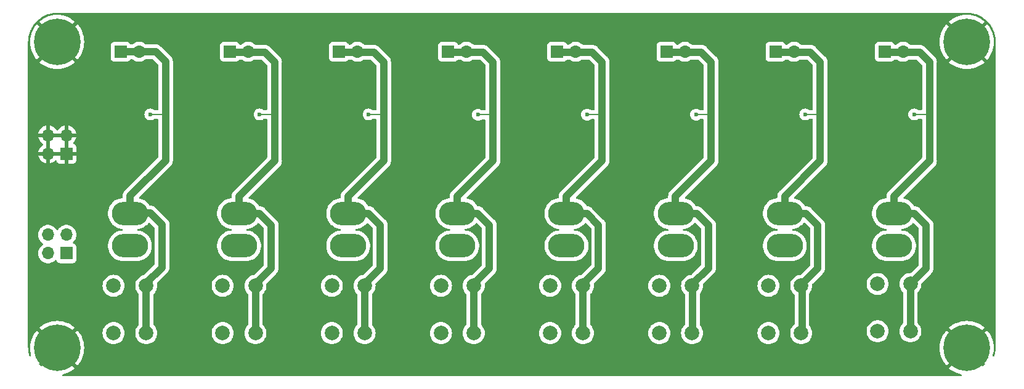
<source format=gbr>
G04 #@! TF.GenerationSoftware,KiCad,Pcbnew,(6.99.0-2815-gbbc0c61ccb)*
G04 #@! TF.CreationDate,2022-10-20T01:02:43+07:00*
G04 #@! TF.ProjectId,Input_Switch_8X,496e7075-745f-4537-9769-7463685f3858,rev?*
G04 #@! TF.SameCoordinates,Original*
G04 #@! TF.FileFunction,Copper,L2,Bot*
G04 #@! TF.FilePolarity,Positive*
%FSLAX46Y46*%
G04 Gerber Fmt 4.6, Leading zero omitted, Abs format (unit mm)*
G04 Created by KiCad (PCBNEW (6.99.0-2815-gbbc0c61ccb)) date 2022-10-20 01:02:43*
%MOMM*%
%LPD*%
G01*
G04 APERTURE LIST*
G04 #@! TA.AperFunction,ComponentPad*
%ADD10R,1.700000X1.700000*%
G04 #@! TD*
G04 #@! TA.AperFunction,ComponentPad*
%ADD11O,1.700000X1.700000*%
G04 #@! TD*
G04 #@! TA.AperFunction,ComponentPad*
%ADD12C,2.000000*%
G04 #@! TD*
G04 #@! TA.AperFunction,ComponentPad*
%ADD13O,5.000000X3.200000*%
G04 #@! TD*
G04 #@! TA.AperFunction,ComponentPad*
%ADD14C,0.800000*%
G04 #@! TD*
G04 #@! TA.AperFunction,ComponentPad*
%ADD15C,6.400000*%
G04 #@! TD*
G04 #@! TA.AperFunction,ViaPad*
%ADD16C,0.600000*%
G04 #@! TD*
G04 #@! TA.AperFunction,Conductor*
%ADD17C,1.000000*%
G04 #@! TD*
G04 #@! TA.AperFunction,Conductor*
%ADD18C,0.200000*%
G04 #@! TD*
G04 APERTURE END LIST*
D10*
X175724999Y-49249999D03*
D11*
X178264999Y-49249999D03*
D10*
X85724999Y-49249999D03*
D11*
X88264999Y-49249999D03*
D12*
X189750000Y-87700000D03*
X189750000Y-81200000D03*
X194250000Y-87700000D03*
X194250000Y-81200000D03*
D10*
X160724999Y-49249999D03*
D11*
X163264999Y-49249999D03*
D13*
X161999999Y-75949999D03*
X161999999Y-71499999D03*
D14*
X74600000Y-47900000D03*
X75302944Y-46202944D03*
X75302944Y-49597056D03*
X77000000Y-45500000D03*
D15*
X77000000Y-47900000D03*
D14*
X77000000Y-50300000D03*
X78697056Y-46202944D03*
X78697056Y-49597056D03*
X79400000Y-47900000D03*
D12*
X114750000Y-87950000D03*
X114750000Y-81450000D03*
X119250000Y-87950000D03*
X119250000Y-81450000D03*
D13*
X176999999Y-75949999D03*
X176999999Y-71499999D03*
D12*
X84750000Y-87950000D03*
X84750000Y-81450000D03*
X89250000Y-87950000D03*
X89250000Y-81450000D03*
D10*
X100724999Y-49249999D03*
D11*
X103264999Y-49249999D03*
D10*
X115724999Y-49249999D03*
D11*
X118264999Y-49249999D03*
D13*
X146999999Y-75949999D03*
X146999999Y-71499999D03*
D12*
X174750000Y-87950000D03*
X174750000Y-81450000D03*
X179250000Y-87950000D03*
X179250000Y-81450000D03*
D13*
X101999999Y-75949999D03*
X101999999Y-71499999D03*
D12*
X129750000Y-87950000D03*
X129750000Y-81450000D03*
X134250000Y-87950000D03*
X134250000Y-81450000D03*
X159750000Y-87950000D03*
X159750000Y-81450000D03*
X164250000Y-87950000D03*
X164250000Y-81450000D03*
D14*
X199600000Y-90000000D03*
X200302944Y-88302944D03*
X200302944Y-91697056D03*
X202000000Y-87600000D03*
D15*
X202000000Y-90000000D03*
D14*
X202000000Y-92400000D03*
X203697056Y-88302944D03*
X203697056Y-91697056D03*
X204400000Y-90000000D03*
D13*
X86999999Y-75949999D03*
X86999999Y-71499999D03*
D12*
X144750000Y-87950000D03*
X144750000Y-81450000D03*
X149250000Y-87950000D03*
X149250000Y-81450000D03*
D10*
X78274999Y-63274999D03*
D11*
X75734999Y-63274999D03*
X78274999Y-60734999D03*
X75734999Y-60734999D03*
D12*
X99750000Y-87950000D03*
X99750000Y-81450000D03*
X104250000Y-87950000D03*
X104250000Y-81450000D03*
D10*
X145724999Y-49249999D03*
D11*
X148264999Y-49249999D03*
D13*
X131999999Y-75949999D03*
X131999999Y-71499999D03*
X116999999Y-75949999D03*
X116999999Y-71499999D03*
D10*
X130724999Y-49249999D03*
D11*
X133264999Y-49249999D03*
D13*
X191999999Y-75949999D03*
X191999999Y-71499999D03*
D14*
X74600000Y-90000000D03*
X75302944Y-88302944D03*
X75302944Y-91697056D03*
X77000000Y-87600000D03*
D15*
X77000000Y-90000000D03*
D14*
X77000000Y-92400000D03*
X78697056Y-88302944D03*
X78697056Y-91697056D03*
X79400000Y-90000000D03*
X199600000Y-47900000D03*
X200302944Y-46202944D03*
X200302944Y-49597056D03*
X202000000Y-45500000D03*
D15*
X202000000Y-47900000D03*
D14*
X202000000Y-50300000D03*
X203697056Y-46202944D03*
X203697056Y-49597056D03*
X204400000Y-47900000D03*
D10*
X78274999Y-76974999D03*
D11*
X75734999Y-76974999D03*
X78274999Y-74434999D03*
X75734999Y-74434999D03*
D10*
X190724999Y-49249999D03*
D11*
X193264999Y-49249999D03*
D16*
X89800000Y-57875000D03*
X104825000Y-57875000D03*
X119800000Y-57875000D03*
X134825000Y-57925000D03*
X149825000Y-57900000D03*
X164800000Y-57900000D03*
X179800000Y-57875000D03*
X194775000Y-57875000D03*
D17*
X91900000Y-50600000D02*
X90550000Y-49250000D01*
X89250000Y-87600000D02*
X89250000Y-81100000D01*
X90550000Y-49250000D02*
X88265000Y-49250000D01*
X87000000Y-71500000D02*
X87000000Y-69100000D01*
X89800000Y-71400000D02*
X91400000Y-73000000D01*
X91400000Y-78950000D02*
X89250000Y-81100000D01*
X87000000Y-71400000D02*
X89800000Y-71400000D01*
D18*
X89800000Y-57875000D02*
X91725000Y-57875000D01*
D17*
X85725000Y-49250000D02*
X88265000Y-49250000D01*
X91900000Y-64200000D02*
X91900000Y-50600000D01*
X87000000Y-69100000D02*
X91900000Y-64200000D01*
X91400000Y-73000000D02*
X91400000Y-78950000D01*
X101975000Y-69150000D02*
X106875000Y-64250000D01*
X104250000Y-87700000D02*
X104250000Y-81200000D01*
X102000000Y-71500000D02*
X104800000Y-71500000D01*
X101975000Y-71550000D02*
X101975000Y-69150000D01*
X106875000Y-57750000D02*
X106875000Y-50650000D01*
X106400000Y-79050000D02*
X104250000Y-81200000D01*
X106875000Y-50650000D02*
X105525000Y-49300000D01*
X106875000Y-64250000D02*
X106875000Y-57750000D01*
D18*
X106750000Y-57875000D02*
X106875000Y-57750000D01*
D17*
X105525000Y-49300000D02*
X103240000Y-49300000D01*
X106400000Y-73100000D02*
X106400000Y-79050000D01*
D18*
X104825000Y-57875000D02*
X106750000Y-57875000D01*
D17*
X100700000Y-49300000D02*
X103240000Y-49300000D01*
X104800000Y-71500000D02*
X106400000Y-73100000D01*
X119800000Y-71500000D02*
X121400000Y-73100000D01*
X121400000Y-73100000D02*
X121400000Y-79050000D01*
X121875000Y-64250000D02*
X121875000Y-50650000D01*
X120525000Y-49300000D02*
X118240000Y-49300000D01*
X117000000Y-71500000D02*
X119800000Y-71500000D01*
X115700000Y-49300000D02*
X118240000Y-49300000D01*
X121875000Y-50650000D02*
X120525000Y-49300000D01*
X116975000Y-71550000D02*
X116975000Y-69150000D01*
X116975000Y-69150000D02*
X121875000Y-64250000D01*
X121400000Y-79050000D02*
X119250000Y-81200000D01*
D18*
X119800000Y-57875000D02*
X121725000Y-57875000D01*
D17*
X119250000Y-87700000D02*
X119250000Y-81200000D01*
X136400000Y-73100000D02*
X136400000Y-79050000D01*
X136875000Y-50650000D02*
X135525000Y-49300000D01*
X134800000Y-71500000D02*
X136400000Y-73100000D01*
X131975000Y-71550000D02*
X131975000Y-69150000D01*
X135525000Y-49300000D02*
X133240000Y-49300000D01*
X131975000Y-69150000D02*
X136875000Y-64250000D01*
D18*
X134825000Y-57925000D02*
X136750000Y-57925000D01*
D17*
X136400000Y-79050000D02*
X134250000Y-81200000D01*
X132000000Y-71500000D02*
X134800000Y-71500000D01*
X136875000Y-64250000D02*
X136875000Y-50650000D01*
X130700000Y-49300000D02*
X133240000Y-49300000D01*
X134250000Y-87700000D02*
X134250000Y-81200000D01*
X147000000Y-71500000D02*
X149800000Y-71500000D01*
X151400000Y-79050000D02*
X149250000Y-81200000D01*
X149800000Y-71500000D02*
X151400000Y-73100000D01*
X151400000Y-73100000D02*
X151400000Y-79050000D01*
X149250000Y-87700000D02*
X149250000Y-81200000D01*
X151875000Y-50650000D02*
X150525000Y-49300000D01*
X146975000Y-71550000D02*
X146975000Y-69150000D01*
X145700000Y-49300000D02*
X148240000Y-49300000D01*
D18*
X149825000Y-57900000D02*
X151750000Y-57900000D01*
D17*
X151875000Y-64250000D02*
X151875000Y-50650000D01*
X150525000Y-49300000D02*
X148240000Y-49300000D01*
X146975000Y-69150000D02*
X151875000Y-64250000D01*
X166500000Y-73100000D02*
X166500000Y-79050000D01*
X161975000Y-69150000D02*
X166875000Y-64250000D01*
X161975000Y-71550000D02*
X161975000Y-69150000D01*
D18*
X164800000Y-57900000D02*
X166725000Y-57900000D01*
D17*
X166500000Y-79050000D02*
X164350000Y-81200000D01*
X162100000Y-71500000D02*
X164900000Y-71500000D01*
X166875000Y-50650000D02*
X165525000Y-49300000D01*
X160700000Y-49300000D02*
X163240000Y-49300000D01*
X165525000Y-49300000D02*
X163240000Y-49300000D01*
X166875000Y-64250000D02*
X166875000Y-50650000D01*
X164350000Y-87700000D02*
X164350000Y-81200000D01*
X164900000Y-71500000D02*
X166500000Y-73100000D01*
X180525000Y-49300000D02*
X178240000Y-49300000D01*
X176975000Y-69150000D02*
X181875000Y-64250000D01*
X181500000Y-73100000D02*
X181500000Y-79050000D01*
X181875000Y-64250000D02*
X181875000Y-50650000D01*
X179350000Y-87700000D02*
X179350000Y-81200000D01*
X177100000Y-71500000D02*
X179900000Y-71500000D01*
X175700000Y-49300000D02*
X178240000Y-49300000D01*
X181875000Y-50650000D02*
X180525000Y-49300000D01*
X176975000Y-71550000D02*
X176975000Y-69150000D01*
X179900000Y-71500000D02*
X181500000Y-73100000D01*
D18*
X179800000Y-57875000D02*
X181725000Y-57875000D01*
D17*
X181500000Y-79050000D02*
X179350000Y-81200000D01*
D18*
X194775000Y-57875000D02*
X196700000Y-57875000D01*
D17*
X194800000Y-71500000D02*
X196400000Y-73100000D01*
X196875000Y-50650000D02*
X195525000Y-49300000D01*
X196400000Y-79050000D02*
X194250000Y-81200000D01*
X190700000Y-49300000D02*
X193240000Y-49300000D01*
X191975000Y-69150000D02*
X196875000Y-64250000D01*
X191975000Y-71550000D02*
X191975000Y-69150000D01*
X194250000Y-87700000D02*
X194250000Y-81200000D01*
X192000000Y-71500000D02*
X194800000Y-71500000D01*
X196400000Y-73100000D02*
X196400000Y-79050000D01*
X196875000Y-64250000D02*
X196875000Y-50650000D01*
X195525000Y-49300000D02*
X193240000Y-49300000D01*
G04 #@! TA.AperFunction,Conductor*
G36*
X202002898Y-43900634D02*
G01*
X202172708Y-43908485D01*
X202198382Y-43909746D01*
X202369673Y-43918161D01*
X202380897Y-43919217D01*
X202434372Y-43926676D01*
X202562906Y-43944606D01*
X202563766Y-43944730D01*
X202641186Y-43956214D01*
X202747155Y-43971934D01*
X202757514Y-43973917D01*
X202938439Y-44016470D01*
X202940206Y-44016899D01*
X203117770Y-44061376D01*
X203127197Y-44064132D01*
X203304328Y-44123500D01*
X203306699Y-44124321D01*
X203478169Y-44185674D01*
X203486585Y-44189033D01*
X203657987Y-44264714D01*
X203660909Y-44266050D01*
X203718583Y-44293328D01*
X203825048Y-44343683D01*
X203832487Y-44347509D01*
X203996377Y-44438795D01*
X203999842Y-44440797D01*
X204155297Y-44533974D01*
X204161727Y-44538098D01*
X204316665Y-44644233D01*
X204320515Y-44646978D01*
X204387140Y-44696389D01*
X204465957Y-44754844D01*
X204471354Y-44759081D01*
X204615926Y-44879131D01*
X204620017Y-44882681D01*
X204632785Y-44894253D01*
X204754163Y-45004264D01*
X204758641Y-45008529D01*
X204891471Y-45141359D01*
X204895736Y-45145837D01*
X205017319Y-45279983D01*
X205020869Y-45284074D01*
X205140919Y-45428646D01*
X205145156Y-45434043D01*
X205175692Y-45475216D01*
X205253022Y-45579485D01*
X205255767Y-45583335D01*
X205361902Y-45738273D01*
X205366026Y-45744703D01*
X205459203Y-45900158D01*
X205461205Y-45903623D01*
X205552491Y-46067513D01*
X205556317Y-46074952D01*
X205633937Y-46239063D01*
X205635286Y-46242013D01*
X205710967Y-46413415D01*
X205714326Y-46421831D01*
X205775673Y-46593284D01*
X205776500Y-46595673D01*
X205815836Y-46713034D01*
X205835868Y-46772803D01*
X205838624Y-46782230D01*
X205883101Y-46959794D01*
X205883530Y-46961561D01*
X205926083Y-47142486D01*
X205928066Y-47152845D01*
X205955253Y-47336116D01*
X205955394Y-47337093D01*
X205973324Y-47465628D01*
X205980783Y-47519103D01*
X205981839Y-47530327D01*
X205991495Y-47726875D01*
X205991513Y-47727239D01*
X205999366Y-47897102D01*
X205999500Y-47902921D01*
X205999500Y-89868654D01*
X205999366Y-89874472D01*
X205991515Y-90044308D01*
X205991497Y-90044672D01*
X205981841Y-90241249D01*
X205980785Y-90252474D01*
X205955404Y-90434429D01*
X205955248Y-90435509D01*
X205928073Y-90618723D01*
X205926091Y-90629076D01*
X205893245Y-90768734D01*
X205883526Y-90810059D01*
X205883102Y-90811805D01*
X205838636Y-90989332D01*
X205838634Y-90989339D01*
X205835878Y-90998766D01*
X205815684Y-91059017D01*
X205775071Y-91117250D01*
X205709422Y-91144281D01*
X205639580Y-91131529D01*
X205587720Y-91083041D01*
X205570306Y-91014214D01*
X205574509Y-90986364D01*
X205631094Y-90775184D01*
X205632465Y-90768734D01*
X205692234Y-90391371D01*
X205692920Y-90384833D01*
X205712916Y-90003301D01*
X205712916Y-89996699D01*
X205692920Y-89615167D01*
X205692234Y-89608629D01*
X205632465Y-89231266D01*
X205631094Y-89224816D01*
X205532212Y-88855784D01*
X205530171Y-88849502D01*
X205393260Y-88492836D01*
X205390578Y-88486811D01*
X205217128Y-88146397D01*
X205213831Y-88140687D01*
X205005747Y-87820265D01*
X205001877Y-87814939D01*
X204808522Y-87576165D01*
X204796267Y-87567700D01*
X204785176Y-87574034D01*
X199574900Y-92784310D01*
X199567759Y-92797386D01*
X199575216Y-92807753D01*
X199814935Y-93001874D01*
X199820272Y-93005751D01*
X200140685Y-93213830D01*
X200146394Y-93217127D01*
X200486811Y-93390578D01*
X200492836Y-93393260D01*
X200849502Y-93530171D01*
X200855784Y-93532212D01*
X201195973Y-93623366D01*
X201256596Y-93660318D01*
X201287617Y-93724179D01*
X201279189Y-93794673D01*
X201233986Y-93849420D01*
X201163362Y-93871073D01*
X77836638Y-93871073D01*
X77768517Y-93851071D01*
X77722024Y-93797415D01*
X77711920Y-93727141D01*
X77741414Y-93662561D01*
X77804027Y-93623366D01*
X78144216Y-93532212D01*
X78150498Y-93530171D01*
X78507164Y-93393260D01*
X78513189Y-93390578D01*
X78853606Y-93217127D01*
X78859315Y-93213830D01*
X79179728Y-93005751D01*
X79185065Y-93001874D01*
X79423835Y-92808522D01*
X79432300Y-92796267D01*
X79425966Y-92785176D01*
X76641922Y-90001132D01*
X77364408Y-90001132D01*
X77364539Y-90002965D01*
X77368790Y-90009580D01*
X79784310Y-92425100D01*
X79797386Y-92432241D01*
X79807753Y-92424784D01*
X80001874Y-92185065D01*
X80005751Y-92179728D01*
X80213830Y-91859315D01*
X80217127Y-91853606D01*
X80390578Y-91513189D01*
X80393260Y-91507164D01*
X80530171Y-91150498D01*
X80532212Y-91144216D01*
X80631094Y-90775184D01*
X80632465Y-90768734D01*
X80692234Y-90391371D01*
X80692920Y-90384833D01*
X80712916Y-90003301D01*
X198287084Y-90003301D01*
X198307080Y-90384833D01*
X198307766Y-90391371D01*
X198367535Y-90768734D01*
X198368906Y-90775184D01*
X198467788Y-91144216D01*
X198469829Y-91150498D01*
X198606740Y-91507164D01*
X198609422Y-91513189D01*
X198782873Y-91853606D01*
X198786170Y-91859315D01*
X198994249Y-92179728D01*
X198998126Y-92185065D01*
X199191478Y-92423835D01*
X199203733Y-92432300D01*
X199214824Y-92425966D01*
X201627978Y-90012812D01*
X201635592Y-89998868D01*
X201635461Y-89997035D01*
X201631210Y-89990420D01*
X199215690Y-87574900D01*
X199202614Y-87567759D01*
X199192247Y-87575216D01*
X198998123Y-87814939D01*
X198994253Y-87820265D01*
X198786169Y-88140687D01*
X198782872Y-88146397D01*
X198609422Y-88486811D01*
X198606740Y-88492836D01*
X198469829Y-88849502D01*
X198467788Y-88855784D01*
X198368906Y-89224816D01*
X198367535Y-89231266D01*
X198307766Y-89608629D01*
X198307080Y-89615167D01*
X198287084Y-89996699D01*
X198287084Y-90003301D01*
X80712916Y-90003301D01*
X80712916Y-89996699D01*
X80692920Y-89615167D01*
X80692234Y-89608629D01*
X80632465Y-89231266D01*
X80631094Y-89224816D01*
X80532212Y-88855784D01*
X80530171Y-88849502D01*
X80393260Y-88492836D01*
X80390578Y-88486811D01*
X80217128Y-88146397D01*
X80213831Y-88140687D01*
X80089998Y-87950000D01*
X83236835Y-87950000D01*
X83255465Y-88186711D01*
X83310895Y-88417594D01*
X83312788Y-88422165D01*
X83312789Y-88422167D01*
X83383623Y-88593175D01*
X83401760Y-88636963D01*
X83404346Y-88641183D01*
X83523241Y-88835202D01*
X83523245Y-88835208D01*
X83525824Y-88839416D01*
X83680031Y-89019969D01*
X83860584Y-89174176D01*
X83864792Y-89176755D01*
X83864798Y-89176759D01*
X84058817Y-89295654D01*
X84063037Y-89298240D01*
X84067607Y-89300133D01*
X84067611Y-89300135D01*
X84277833Y-89387211D01*
X84282406Y-89389105D01*
X84362609Y-89408360D01*
X84508476Y-89443380D01*
X84508482Y-89443381D01*
X84513289Y-89444535D01*
X84750000Y-89463165D01*
X84986711Y-89444535D01*
X84991518Y-89443381D01*
X84991524Y-89443380D01*
X85137391Y-89408360D01*
X85217594Y-89389105D01*
X85222167Y-89387211D01*
X85432389Y-89300135D01*
X85432393Y-89300133D01*
X85436963Y-89298240D01*
X85441183Y-89295654D01*
X85635202Y-89176759D01*
X85635208Y-89176755D01*
X85639416Y-89174176D01*
X85819969Y-89019969D01*
X85974176Y-88839416D01*
X85976755Y-88835208D01*
X85976759Y-88835202D01*
X86095654Y-88641183D01*
X86098240Y-88636963D01*
X86116378Y-88593175D01*
X86187211Y-88422167D01*
X86187212Y-88422165D01*
X86189105Y-88417594D01*
X86244535Y-88186711D01*
X86263165Y-87950000D01*
X86244535Y-87713289D01*
X86242529Y-87704930D01*
X86190260Y-87487218D01*
X86189105Y-87482406D01*
X86098240Y-87263037D01*
X86054860Y-87192247D01*
X85976759Y-87064798D01*
X85976755Y-87064792D01*
X85974176Y-87060584D01*
X85819969Y-86880031D01*
X85639416Y-86725824D01*
X85635208Y-86723245D01*
X85635202Y-86723241D01*
X85441183Y-86604346D01*
X85436963Y-86601760D01*
X85432393Y-86599867D01*
X85432389Y-86599865D01*
X85222167Y-86512789D01*
X85222165Y-86512788D01*
X85217594Y-86510895D01*
X85137391Y-86491640D01*
X84991524Y-86456620D01*
X84991518Y-86456619D01*
X84986711Y-86455465D01*
X84750000Y-86436835D01*
X84513289Y-86455465D01*
X84508482Y-86456619D01*
X84508476Y-86456620D01*
X84362609Y-86491640D01*
X84282406Y-86510895D01*
X84277835Y-86512788D01*
X84277833Y-86512789D01*
X84067611Y-86599865D01*
X84067607Y-86599867D01*
X84063037Y-86601760D01*
X84058817Y-86604346D01*
X83864798Y-86723241D01*
X83864792Y-86723245D01*
X83860584Y-86725824D01*
X83680031Y-86880031D01*
X83525824Y-87060584D01*
X83523245Y-87064792D01*
X83523241Y-87064798D01*
X83445140Y-87192247D01*
X83401760Y-87263037D01*
X83310895Y-87482406D01*
X83309740Y-87487218D01*
X83257472Y-87704930D01*
X83255465Y-87713289D01*
X83236835Y-87950000D01*
X80089998Y-87950000D01*
X80005747Y-87820265D01*
X80001877Y-87814939D01*
X79808522Y-87576165D01*
X79796267Y-87567700D01*
X79785176Y-87574034D01*
X77372022Y-89987188D01*
X77364408Y-90001132D01*
X76641922Y-90001132D01*
X74215690Y-87574900D01*
X74202614Y-87567759D01*
X74192247Y-87575216D01*
X73998123Y-87814939D01*
X73994253Y-87820265D01*
X73786169Y-88140687D01*
X73782872Y-88146397D01*
X73609422Y-88486811D01*
X73606740Y-88492836D01*
X73469829Y-88849502D01*
X73467788Y-88855784D01*
X73368906Y-89224816D01*
X73367535Y-89231266D01*
X73307766Y-89608629D01*
X73307080Y-89615167D01*
X73287084Y-89996699D01*
X73287084Y-90003301D01*
X73307080Y-90384833D01*
X73307766Y-90391371D01*
X73367535Y-90768734D01*
X73368904Y-90775179D01*
X73425380Y-90985946D01*
X73423690Y-91056923D01*
X73383896Y-91115719D01*
X73318632Y-91143667D01*
X73248618Y-91131894D01*
X73196084Y-91084137D01*
X73184205Y-91058601D01*
X73183643Y-91056923D01*
X73164139Y-90998729D01*
X73161394Y-90989339D01*
X73129584Y-90862342D01*
X73116926Y-90811805D01*
X73116497Y-90810038D01*
X73073939Y-90629089D01*
X73071956Y-90618730D01*
X73044774Y-90435482D01*
X73044632Y-90434498D01*
X73019239Y-90252449D01*
X73018183Y-90241233D01*
X73008769Y-90049845D01*
X73008751Y-90049474D01*
X73000634Y-89873888D01*
X73000500Y-89868069D01*
X73000500Y-87203733D01*
X74567700Y-87203733D01*
X74574034Y-87214824D01*
X76987188Y-89627978D01*
X77001132Y-89635592D01*
X77002965Y-89635461D01*
X77009580Y-89631210D01*
X79425100Y-87215690D01*
X79432241Y-87202614D01*
X79424784Y-87192247D01*
X79185065Y-86998126D01*
X79179728Y-86994249D01*
X78859315Y-86786170D01*
X78853606Y-86782873D01*
X78513189Y-86609422D01*
X78507164Y-86606740D01*
X78150498Y-86469829D01*
X78144216Y-86467788D01*
X77775184Y-86368906D01*
X77768734Y-86367535D01*
X77391371Y-86307766D01*
X77384833Y-86307080D01*
X77003301Y-86287084D01*
X76996699Y-86287084D01*
X76615167Y-86307080D01*
X76608629Y-86307766D01*
X76231266Y-86367535D01*
X76224816Y-86368906D01*
X75855784Y-86467788D01*
X75849502Y-86469829D01*
X75492836Y-86606740D01*
X75486811Y-86609422D01*
X75146397Y-86782872D01*
X75140687Y-86786169D01*
X74820265Y-86994253D01*
X74814939Y-86998123D01*
X74576165Y-87191478D01*
X74567700Y-87203733D01*
X73000500Y-87203733D01*
X73000500Y-81450000D01*
X83236835Y-81450000D01*
X83255465Y-81686711D01*
X83310895Y-81917594D01*
X83312788Y-81922165D01*
X83312789Y-81922167D01*
X83383623Y-82093175D01*
X83401760Y-82136963D01*
X83404346Y-82141183D01*
X83523241Y-82335202D01*
X83523245Y-82335208D01*
X83525824Y-82339416D01*
X83680031Y-82519969D01*
X83860584Y-82674176D01*
X83864792Y-82676755D01*
X83864798Y-82676759D01*
X83928775Y-82715964D01*
X84063037Y-82798240D01*
X84067607Y-82800133D01*
X84067611Y-82800135D01*
X84277833Y-82887211D01*
X84282406Y-82889105D01*
X84362609Y-82908360D01*
X84508476Y-82943380D01*
X84508482Y-82943381D01*
X84513289Y-82944535D01*
X84750000Y-82963165D01*
X84986711Y-82944535D01*
X84991518Y-82943381D01*
X84991524Y-82943380D01*
X85137391Y-82908360D01*
X85217594Y-82889105D01*
X85222167Y-82887211D01*
X85432389Y-82800135D01*
X85432393Y-82800133D01*
X85436963Y-82798240D01*
X85571225Y-82715964D01*
X85635202Y-82676759D01*
X85635208Y-82676755D01*
X85639416Y-82674176D01*
X85819969Y-82519969D01*
X85974176Y-82339416D01*
X85976755Y-82335208D01*
X85976759Y-82335202D01*
X86095654Y-82141183D01*
X86098240Y-82136963D01*
X86116378Y-82093175D01*
X86187211Y-81922167D01*
X86187212Y-81922165D01*
X86189105Y-81917594D01*
X86244535Y-81686711D01*
X86263165Y-81450000D01*
X86244535Y-81213289D01*
X86242529Y-81204930D01*
X86190260Y-80987218D01*
X86189105Y-80982406D01*
X86098240Y-80763037D01*
X86076667Y-80727833D01*
X85976759Y-80564798D01*
X85976755Y-80564792D01*
X85974176Y-80560584D01*
X85819969Y-80380031D01*
X85639416Y-80225824D01*
X85635208Y-80223245D01*
X85635202Y-80223241D01*
X85441183Y-80104346D01*
X85436963Y-80101760D01*
X85432393Y-80099867D01*
X85432389Y-80099865D01*
X85222167Y-80012789D01*
X85222165Y-80012788D01*
X85217594Y-80010895D01*
X85137391Y-79991640D01*
X84991524Y-79956620D01*
X84991518Y-79956619D01*
X84986711Y-79955465D01*
X84750000Y-79936835D01*
X84513289Y-79955465D01*
X84508482Y-79956619D01*
X84508476Y-79956620D01*
X84362609Y-79991640D01*
X84282406Y-80010895D01*
X84277835Y-80012788D01*
X84277833Y-80012789D01*
X84067611Y-80099865D01*
X84067607Y-80099867D01*
X84063037Y-80101760D01*
X84058817Y-80104346D01*
X83864798Y-80223241D01*
X83864792Y-80223245D01*
X83860584Y-80225824D01*
X83680031Y-80380031D01*
X83525824Y-80560584D01*
X83523245Y-80564792D01*
X83523241Y-80564798D01*
X83423333Y-80727833D01*
X83401760Y-80763037D01*
X83310895Y-80982406D01*
X83309740Y-80987218D01*
X83257472Y-81204930D01*
X83255465Y-81213289D01*
X83236835Y-81450000D01*
X73000500Y-81450000D01*
X73000500Y-76975000D01*
X74371844Y-76975000D01*
X74372274Y-76980189D01*
X74387901Y-77168772D01*
X74390436Y-77199368D01*
X74445704Y-77417616D01*
X74447800Y-77422394D01*
X74521059Y-77589409D01*
X74536140Y-77623791D01*
X74538990Y-77628153D01*
X74538992Y-77628157D01*
X74620731Y-77753267D01*
X74659278Y-77812268D01*
X74662803Y-77816097D01*
X74662806Y-77816101D01*
X74727598Y-77886483D01*
X74811760Y-77977906D01*
X74989424Y-78116189D01*
X75187426Y-78223342D01*
X75400365Y-78296444D01*
X75405499Y-78297301D01*
X75405504Y-78297302D01*
X75617294Y-78332643D01*
X75617296Y-78332643D01*
X75622431Y-78333500D01*
X75847569Y-78333500D01*
X75852704Y-78332643D01*
X75852706Y-78332643D01*
X76064496Y-78297302D01*
X76064501Y-78297301D01*
X76069635Y-78296444D01*
X76282574Y-78223342D01*
X76480576Y-78116189D01*
X76658240Y-77977906D01*
X76698474Y-77934201D01*
X76719245Y-77911638D01*
X76780099Y-77875067D01*
X76851063Y-77877202D01*
X76909608Y-77917364D01*
X76930002Y-77952943D01*
X76974111Y-78071204D01*
X77061739Y-78188261D01*
X77178796Y-78275889D01*
X77315799Y-78326989D01*
X77352705Y-78330957D01*
X77373012Y-78333140D01*
X77373015Y-78333140D01*
X77376362Y-78333500D01*
X79173638Y-78333500D01*
X79176985Y-78333140D01*
X79176988Y-78333140D01*
X79197295Y-78330957D01*
X79234201Y-78326989D01*
X79371204Y-78275889D01*
X79488261Y-78188261D01*
X79575889Y-78071204D01*
X79626989Y-77934201D01*
X79633500Y-77873638D01*
X79633500Y-76094225D01*
X83991500Y-76094225D01*
X84030777Y-76379989D01*
X84108600Y-76657744D01*
X84110308Y-76661676D01*
X84110309Y-76661679D01*
X84148947Y-76750632D01*
X84223519Y-76922314D01*
X84373394Y-77168772D01*
X84555432Y-77392526D01*
X84766242Y-77589409D01*
X85001897Y-77755753D01*
X85167133Y-77841371D01*
X85232163Y-77875067D01*
X85258008Y-77888459D01*
X85529804Y-77985055D01*
X85534006Y-77985928D01*
X85534009Y-77985929D01*
X85808010Y-78042867D01*
X85808014Y-78042868D01*
X85812222Y-78043742D01*
X85816516Y-78044036D01*
X85816518Y-78044036D01*
X86025832Y-78058354D01*
X86025841Y-78058354D01*
X86027971Y-78058500D01*
X87972029Y-78058500D01*
X87974159Y-78058354D01*
X87974168Y-78058354D01*
X88183482Y-78044036D01*
X88183484Y-78044036D01*
X88187778Y-78043742D01*
X88191986Y-78042868D01*
X88191990Y-78042867D01*
X88465991Y-77985929D01*
X88465994Y-77985928D01*
X88470196Y-77985055D01*
X88741992Y-77888459D01*
X88767838Y-77875067D01*
X88832867Y-77841371D01*
X88998103Y-77755753D01*
X89233758Y-77589409D01*
X89444568Y-77392526D01*
X89626606Y-77168772D01*
X89776481Y-76922314D01*
X89851053Y-76750632D01*
X89889691Y-76661679D01*
X89889692Y-76661676D01*
X89891400Y-76657744D01*
X89969223Y-76379989D01*
X90008500Y-76094225D01*
X90008500Y-75805775D01*
X89969223Y-75520011D01*
X89891400Y-75242256D01*
X89776481Y-74977686D01*
X89626606Y-74731228D01*
X89444568Y-74507474D01*
X89233758Y-74310591D01*
X88998103Y-74144247D01*
X88741992Y-74011541D01*
X88470196Y-73914945D01*
X88465994Y-73914072D01*
X88465991Y-73914071D01*
X88191990Y-73857133D01*
X88191986Y-73857132D01*
X88187778Y-73856258D01*
X88183484Y-73855964D01*
X88183482Y-73855964D01*
X88106613Y-73850706D01*
X88040016Y-73826102D01*
X87997294Y-73769399D01*
X87992009Y-73698599D01*
X88025841Y-73636181D01*
X88088047Y-73601963D01*
X88106613Y-73599294D01*
X88183482Y-73594036D01*
X88183484Y-73594036D01*
X88187778Y-73593742D01*
X88191986Y-73592868D01*
X88191990Y-73592867D01*
X88465991Y-73535929D01*
X88465994Y-73535928D01*
X88470196Y-73535055D01*
X88741992Y-73438459D01*
X88760464Y-73428888D01*
X88853213Y-73380829D01*
X88998103Y-73305753D01*
X89233758Y-73139409D01*
X89262359Y-73112698D01*
X89441420Y-72945466D01*
X89441423Y-72945463D01*
X89444568Y-72942526D01*
X89553635Y-72808465D01*
X89568073Y-72790719D01*
X89626579Y-72750500D01*
X89697541Y-72748296D01*
X89754907Y-72781141D01*
X90354595Y-73380829D01*
X90388621Y-73443141D01*
X90391500Y-73469924D01*
X90391500Y-78480076D01*
X90371498Y-78548197D01*
X90354595Y-78569171D01*
X88979217Y-79944549D01*
X88919536Y-79977973D01*
X88868175Y-79990304D01*
X88782406Y-80010895D01*
X88777835Y-80012788D01*
X88777833Y-80012789D01*
X88567611Y-80099865D01*
X88567607Y-80099867D01*
X88563037Y-80101760D01*
X88558817Y-80104346D01*
X88364798Y-80223241D01*
X88364792Y-80223245D01*
X88360584Y-80225824D01*
X88180031Y-80380031D01*
X88025824Y-80560584D01*
X88023245Y-80564792D01*
X88023241Y-80564798D01*
X87923333Y-80727833D01*
X87901760Y-80763037D01*
X87810895Y-80982406D01*
X87809740Y-80987218D01*
X87757472Y-81204930D01*
X87755465Y-81213289D01*
X87736835Y-81450000D01*
X87755465Y-81686711D01*
X87810895Y-81917594D01*
X87812788Y-81922165D01*
X87812789Y-81922167D01*
X87883623Y-82093175D01*
X87901760Y-82136963D01*
X87904346Y-82141183D01*
X88023241Y-82335202D01*
X88023245Y-82335208D01*
X88025824Y-82339416D01*
X88180031Y-82519969D01*
X88183787Y-82523177D01*
X88183788Y-82523178D01*
X88197332Y-82534746D01*
X88236140Y-82594197D01*
X88241500Y-82630556D01*
X88241500Y-86769444D01*
X88221498Y-86837565D01*
X88197332Y-86865254D01*
X88180031Y-86880031D01*
X88025824Y-87060584D01*
X88023245Y-87064792D01*
X88023241Y-87064798D01*
X87945140Y-87192247D01*
X87901760Y-87263037D01*
X87810895Y-87482406D01*
X87809740Y-87487218D01*
X87757472Y-87704930D01*
X87755465Y-87713289D01*
X87736835Y-87950000D01*
X87755465Y-88186711D01*
X87810895Y-88417594D01*
X87812788Y-88422165D01*
X87812789Y-88422167D01*
X87883623Y-88593175D01*
X87901760Y-88636963D01*
X87904346Y-88641183D01*
X88023241Y-88835202D01*
X88023245Y-88835208D01*
X88025824Y-88839416D01*
X88180031Y-89019969D01*
X88360584Y-89174176D01*
X88364792Y-89176755D01*
X88364798Y-89176759D01*
X88558817Y-89295654D01*
X88563037Y-89298240D01*
X88567607Y-89300133D01*
X88567611Y-89300135D01*
X88777833Y-89387211D01*
X88782406Y-89389105D01*
X88862609Y-89408360D01*
X89008476Y-89443380D01*
X89008482Y-89443381D01*
X89013289Y-89444535D01*
X89250000Y-89463165D01*
X89486711Y-89444535D01*
X89491518Y-89443381D01*
X89491524Y-89443380D01*
X89637391Y-89408360D01*
X89717594Y-89389105D01*
X89722167Y-89387211D01*
X89932389Y-89300135D01*
X89932393Y-89300133D01*
X89936963Y-89298240D01*
X89941183Y-89295654D01*
X90135202Y-89176759D01*
X90135208Y-89176755D01*
X90139416Y-89174176D01*
X90319969Y-89019969D01*
X90474176Y-88839416D01*
X90476755Y-88835208D01*
X90476759Y-88835202D01*
X90595654Y-88641183D01*
X90598240Y-88636963D01*
X90616378Y-88593175D01*
X90687211Y-88422167D01*
X90687212Y-88422165D01*
X90689105Y-88417594D01*
X90744535Y-88186711D01*
X90763165Y-87950000D01*
X98236835Y-87950000D01*
X98255465Y-88186711D01*
X98310895Y-88417594D01*
X98312788Y-88422165D01*
X98312789Y-88422167D01*
X98383623Y-88593175D01*
X98401760Y-88636963D01*
X98404346Y-88641183D01*
X98523241Y-88835202D01*
X98523245Y-88835208D01*
X98525824Y-88839416D01*
X98680031Y-89019969D01*
X98860584Y-89174176D01*
X98864792Y-89176755D01*
X98864798Y-89176759D01*
X99058817Y-89295654D01*
X99063037Y-89298240D01*
X99067607Y-89300133D01*
X99067611Y-89300135D01*
X99277833Y-89387211D01*
X99282406Y-89389105D01*
X99362609Y-89408360D01*
X99508476Y-89443380D01*
X99508482Y-89443381D01*
X99513289Y-89444535D01*
X99750000Y-89463165D01*
X99986711Y-89444535D01*
X99991518Y-89443381D01*
X99991524Y-89443380D01*
X100137391Y-89408360D01*
X100217594Y-89389105D01*
X100222167Y-89387211D01*
X100432389Y-89300135D01*
X100432393Y-89300133D01*
X100436963Y-89298240D01*
X100441183Y-89295654D01*
X100635202Y-89176759D01*
X100635208Y-89176755D01*
X100639416Y-89174176D01*
X100819969Y-89019969D01*
X100974176Y-88839416D01*
X100976755Y-88835208D01*
X100976759Y-88835202D01*
X101095654Y-88641183D01*
X101098240Y-88636963D01*
X101116378Y-88593175D01*
X101187211Y-88422167D01*
X101187212Y-88422165D01*
X101189105Y-88417594D01*
X101244535Y-88186711D01*
X101263165Y-87950000D01*
X101244535Y-87713289D01*
X101242529Y-87704930D01*
X101190260Y-87487218D01*
X101189105Y-87482406D01*
X101098240Y-87263037D01*
X101054860Y-87192247D01*
X100976759Y-87064798D01*
X100976755Y-87064792D01*
X100974176Y-87060584D01*
X100819969Y-86880031D01*
X100639416Y-86725824D01*
X100635208Y-86723245D01*
X100635202Y-86723241D01*
X100441183Y-86604346D01*
X100436963Y-86601760D01*
X100432393Y-86599867D01*
X100432389Y-86599865D01*
X100222167Y-86512789D01*
X100222165Y-86512788D01*
X100217594Y-86510895D01*
X100137391Y-86491640D01*
X99991524Y-86456620D01*
X99991518Y-86456619D01*
X99986711Y-86455465D01*
X99750000Y-86436835D01*
X99513289Y-86455465D01*
X99508482Y-86456619D01*
X99508476Y-86456620D01*
X99362609Y-86491640D01*
X99282406Y-86510895D01*
X99277835Y-86512788D01*
X99277833Y-86512789D01*
X99067611Y-86599865D01*
X99067607Y-86599867D01*
X99063037Y-86601760D01*
X99058817Y-86604346D01*
X98864798Y-86723241D01*
X98864792Y-86723245D01*
X98860584Y-86725824D01*
X98680031Y-86880031D01*
X98525824Y-87060584D01*
X98523245Y-87064792D01*
X98523241Y-87064798D01*
X98445140Y-87192247D01*
X98401760Y-87263037D01*
X98310895Y-87482406D01*
X98309740Y-87487218D01*
X98257472Y-87704930D01*
X98255465Y-87713289D01*
X98236835Y-87950000D01*
X90763165Y-87950000D01*
X90744535Y-87713289D01*
X90742529Y-87704930D01*
X90690260Y-87487218D01*
X90689105Y-87482406D01*
X90598240Y-87263037D01*
X90554860Y-87192247D01*
X90476759Y-87064798D01*
X90476755Y-87064792D01*
X90474176Y-87060584D01*
X90319969Y-86880031D01*
X90302668Y-86865254D01*
X90263860Y-86805803D01*
X90258500Y-86769444D01*
X90258500Y-82630556D01*
X90278502Y-82562435D01*
X90302668Y-82534746D01*
X90316212Y-82523178D01*
X90316213Y-82523177D01*
X90319969Y-82519969D01*
X90474176Y-82339416D01*
X90476755Y-82335208D01*
X90476759Y-82335202D01*
X90595654Y-82141183D01*
X90598240Y-82136963D01*
X90616378Y-82093175D01*
X90687211Y-81922167D01*
X90687212Y-81922165D01*
X90689105Y-81917594D01*
X90744535Y-81686711D01*
X90763165Y-81450000D01*
X98236835Y-81450000D01*
X98255465Y-81686711D01*
X98310895Y-81917594D01*
X98312788Y-81922165D01*
X98312789Y-81922167D01*
X98383623Y-82093175D01*
X98401760Y-82136963D01*
X98404346Y-82141183D01*
X98523241Y-82335202D01*
X98523245Y-82335208D01*
X98525824Y-82339416D01*
X98680031Y-82519969D01*
X98860584Y-82674176D01*
X98864792Y-82676755D01*
X98864798Y-82676759D01*
X98928775Y-82715964D01*
X99063037Y-82798240D01*
X99067607Y-82800133D01*
X99067611Y-82800135D01*
X99277833Y-82887211D01*
X99282406Y-82889105D01*
X99362609Y-82908360D01*
X99508476Y-82943380D01*
X99508482Y-82943381D01*
X99513289Y-82944535D01*
X99750000Y-82963165D01*
X99986711Y-82944535D01*
X99991518Y-82943381D01*
X99991524Y-82943380D01*
X100137391Y-82908360D01*
X100217594Y-82889105D01*
X100222167Y-82887211D01*
X100432389Y-82800135D01*
X100432393Y-82800133D01*
X100436963Y-82798240D01*
X100571225Y-82715964D01*
X100635202Y-82676759D01*
X100635208Y-82676755D01*
X100639416Y-82674176D01*
X100819969Y-82519969D01*
X100974176Y-82339416D01*
X100976755Y-82335208D01*
X100976759Y-82335202D01*
X101095654Y-82141183D01*
X101098240Y-82136963D01*
X101116378Y-82093175D01*
X101187211Y-81922167D01*
X101187212Y-81922165D01*
X101189105Y-81917594D01*
X101244535Y-81686711D01*
X101263165Y-81450000D01*
X101244535Y-81213289D01*
X101242529Y-81204930D01*
X101190260Y-80987218D01*
X101189105Y-80982406D01*
X101098240Y-80763037D01*
X101076667Y-80727833D01*
X100976759Y-80564798D01*
X100976755Y-80564792D01*
X100974176Y-80560584D01*
X100819969Y-80380031D01*
X100639416Y-80225824D01*
X100635208Y-80223245D01*
X100635202Y-80223241D01*
X100441183Y-80104346D01*
X100436963Y-80101760D01*
X100432393Y-80099867D01*
X100432389Y-80099865D01*
X100222167Y-80012789D01*
X100222165Y-80012788D01*
X100217594Y-80010895D01*
X100137391Y-79991640D01*
X99991524Y-79956620D01*
X99991518Y-79956619D01*
X99986711Y-79955465D01*
X99750000Y-79936835D01*
X99513289Y-79955465D01*
X99508482Y-79956619D01*
X99508476Y-79956620D01*
X99362609Y-79991640D01*
X99282406Y-80010895D01*
X99277835Y-80012788D01*
X99277833Y-80012789D01*
X99067611Y-80099865D01*
X99067607Y-80099867D01*
X99063037Y-80101760D01*
X99058817Y-80104346D01*
X98864798Y-80223241D01*
X98864792Y-80223245D01*
X98860584Y-80225824D01*
X98680031Y-80380031D01*
X98525824Y-80560584D01*
X98523245Y-80564792D01*
X98523241Y-80564798D01*
X98423333Y-80727833D01*
X98401760Y-80763037D01*
X98310895Y-80982406D01*
X98309740Y-80987218D01*
X98257472Y-81204930D01*
X98255465Y-81213289D01*
X98236835Y-81450000D01*
X90763165Y-81450000D01*
X90744535Y-81213289D01*
X90735287Y-81174770D01*
X90725852Y-81135467D01*
X90729400Y-81064559D01*
X90759276Y-81016958D01*
X92073696Y-79702538D01*
X92082857Y-79694234D01*
X92111789Y-79670490D01*
X92116568Y-79666568D01*
X92242595Y-79513004D01*
X92336241Y-79337804D01*
X92361777Y-79253623D01*
X92392112Y-79153623D01*
X92392113Y-79153619D01*
X92393908Y-79147701D01*
X92408500Y-78999547D01*
X92413380Y-78950000D01*
X92409107Y-78906616D01*
X92408500Y-78894266D01*
X92408500Y-76094225D01*
X98991500Y-76094225D01*
X99030777Y-76379989D01*
X99108600Y-76657744D01*
X99110308Y-76661676D01*
X99110309Y-76661679D01*
X99148947Y-76750632D01*
X99223519Y-76922314D01*
X99373394Y-77168772D01*
X99555432Y-77392526D01*
X99766242Y-77589409D01*
X100001897Y-77755753D01*
X100167133Y-77841371D01*
X100232163Y-77875067D01*
X100258008Y-77888459D01*
X100529804Y-77985055D01*
X100534006Y-77985928D01*
X100534009Y-77985929D01*
X100808010Y-78042867D01*
X100808014Y-78042868D01*
X100812222Y-78043742D01*
X100816516Y-78044036D01*
X100816518Y-78044036D01*
X101025832Y-78058354D01*
X101025841Y-78058354D01*
X101027971Y-78058500D01*
X102972029Y-78058500D01*
X102974159Y-78058354D01*
X102974168Y-78058354D01*
X103183482Y-78044036D01*
X103183484Y-78044036D01*
X103187778Y-78043742D01*
X103191986Y-78042868D01*
X103191990Y-78042867D01*
X103465991Y-77985929D01*
X103465994Y-77985928D01*
X103470196Y-77985055D01*
X103741992Y-77888459D01*
X103767838Y-77875067D01*
X103832867Y-77841371D01*
X103998103Y-77755753D01*
X104233758Y-77589409D01*
X104444568Y-77392526D01*
X104626606Y-77168772D01*
X104776481Y-76922314D01*
X104851053Y-76750632D01*
X104889691Y-76661679D01*
X104889692Y-76661676D01*
X104891400Y-76657744D01*
X104969223Y-76379989D01*
X105008500Y-76094225D01*
X105008500Y-75805775D01*
X104969223Y-75520011D01*
X104891400Y-75242256D01*
X104776481Y-74977686D01*
X104626606Y-74731228D01*
X104444568Y-74507474D01*
X104233758Y-74310591D01*
X103998103Y-74144247D01*
X103741992Y-74011541D01*
X103470196Y-73914945D01*
X103465994Y-73914072D01*
X103465991Y-73914071D01*
X103191990Y-73857133D01*
X103191986Y-73857132D01*
X103187778Y-73856258D01*
X103183484Y-73855964D01*
X103183482Y-73855964D01*
X103106613Y-73850706D01*
X103040016Y-73826102D01*
X102997294Y-73769399D01*
X102992009Y-73698599D01*
X103025841Y-73636181D01*
X103088047Y-73601963D01*
X103106613Y-73599294D01*
X103183482Y-73594036D01*
X103183484Y-73594036D01*
X103187778Y-73593742D01*
X103191986Y-73592868D01*
X103191990Y-73592867D01*
X103465991Y-73535929D01*
X103465994Y-73535928D01*
X103470196Y-73535055D01*
X103741992Y-73438459D01*
X103760464Y-73428888D01*
X103853213Y-73380829D01*
X103998103Y-73305753D01*
X104233758Y-73139409D01*
X104261440Y-73113556D01*
X104441424Y-72945463D01*
X104441429Y-72945457D01*
X104444568Y-72942526D01*
X104523213Y-72845858D01*
X104581718Y-72805640D01*
X104652680Y-72803436D01*
X104710047Y-72836281D01*
X105354595Y-73480829D01*
X105388621Y-73543141D01*
X105391500Y-73569924D01*
X105391500Y-78580076D01*
X105371498Y-78648197D01*
X105354595Y-78669171D01*
X104105870Y-79917896D01*
X104043558Y-79951922D01*
X104026666Y-79954412D01*
X104021277Y-79954836D01*
X104013289Y-79955465D01*
X103782406Y-80010895D01*
X103777835Y-80012788D01*
X103777833Y-80012789D01*
X103567611Y-80099865D01*
X103567607Y-80099867D01*
X103563037Y-80101760D01*
X103558817Y-80104346D01*
X103364798Y-80223241D01*
X103364792Y-80223245D01*
X103360584Y-80225824D01*
X103180031Y-80380031D01*
X103025824Y-80560584D01*
X103023245Y-80564792D01*
X103023241Y-80564798D01*
X102923333Y-80727833D01*
X102901760Y-80763037D01*
X102810895Y-80982406D01*
X102809740Y-80987218D01*
X102757472Y-81204930D01*
X102755465Y-81213289D01*
X102736835Y-81450000D01*
X102755465Y-81686711D01*
X102810895Y-81917594D01*
X102812788Y-81922165D01*
X102812789Y-81922167D01*
X102883623Y-82093175D01*
X102901760Y-82136963D01*
X102904346Y-82141183D01*
X103023241Y-82335202D01*
X103023245Y-82335208D01*
X103025824Y-82339416D01*
X103180031Y-82519969D01*
X103183787Y-82523177D01*
X103183788Y-82523178D01*
X103197332Y-82534746D01*
X103236140Y-82594197D01*
X103241500Y-82630556D01*
X103241500Y-86769444D01*
X103221498Y-86837565D01*
X103197332Y-86865254D01*
X103180031Y-86880031D01*
X103025824Y-87060584D01*
X103023245Y-87064792D01*
X103023241Y-87064798D01*
X102945140Y-87192247D01*
X102901760Y-87263037D01*
X102810895Y-87482406D01*
X102809740Y-87487218D01*
X102757472Y-87704930D01*
X102755465Y-87713289D01*
X102736835Y-87950000D01*
X102755465Y-88186711D01*
X102810895Y-88417594D01*
X102812788Y-88422165D01*
X102812789Y-88422167D01*
X102883623Y-88593175D01*
X102901760Y-88636963D01*
X102904346Y-88641183D01*
X103023241Y-88835202D01*
X103023245Y-88835208D01*
X103025824Y-88839416D01*
X103180031Y-89019969D01*
X103360584Y-89174176D01*
X103364792Y-89176755D01*
X103364798Y-89176759D01*
X103558817Y-89295654D01*
X103563037Y-89298240D01*
X103567607Y-89300133D01*
X103567611Y-89300135D01*
X103777833Y-89387211D01*
X103782406Y-89389105D01*
X103862609Y-89408360D01*
X104008476Y-89443380D01*
X104008482Y-89443381D01*
X104013289Y-89444535D01*
X104250000Y-89463165D01*
X104486711Y-89444535D01*
X104491518Y-89443381D01*
X104491524Y-89443380D01*
X104637391Y-89408360D01*
X104717594Y-89389105D01*
X104722167Y-89387211D01*
X104932389Y-89300135D01*
X104932393Y-89300133D01*
X104936963Y-89298240D01*
X104941183Y-89295654D01*
X105135202Y-89176759D01*
X105135208Y-89176755D01*
X105139416Y-89174176D01*
X105319969Y-89019969D01*
X105474176Y-88839416D01*
X105476755Y-88835208D01*
X105476759Y-88835202D01*
X105595654Y-88641183D01*
X105598240Y-88636963D01*
X105616378Y-88593175D01*
X105687211Y-88422167D01*
X105687212Y-88422165D01*
X105689105Y-88417594D01*
X105744535Y-88186711D01*
X105763165Y-87950000D01*
X113236835Y-87950000D01*
X113255465Y-88186711D01*
X113310895Y-88417594D01*
X113312788Y-88422165D01*
X113312789Y-88422167D01*
X113383623Y-88593175D01*
X113401760Y-88636963D01*
X113404346Y-88641183D01*
X113523241Y-88835202D01*
X113523245Y-88835208D01*
X113525824Y-88839416D01*
X113680031Y-89019969D01*
X113860584Y-89174176D01*
X113864792Y-89176755D01*
X113864798Y-89176759D01*
X114058817Y-89295654D01*
X114063037Y-89298240D01*
X114067607Y-89300133D01*
X114067611Y-89300135D01*
X114277833Y-89387211D01*
X114282406Y-89389105D01*
X114362609Y-89408360D01*
X114508476Y-89443380D01*
X114508482Y-89443381D01*
X114513289Y-89444535D01*
X114750000Y-89463165D01*
X114986711Y-89444535D01*
X114991518Y-89443381D01*
X114991524Y-89443380D01*
X115137391Y-89408360D01*
X115217594Y-89389105D01*
X115222167Y-89387211D01*
X115432389Y-89300135D01*
X115432393Y-89300133D01*
X115436963Y-89298240D01*
X115441183Y-89295654D01*
X115635202Y-89176759D01*
X115635208Y-89176755D01*
X115639416Y-89174176D01*
X115819969Y-89019969D01*
X115974176Y-88839416D01*
X115976755Y-88835208D01*
X115976759Y-88835202D01*
X116095654Y-88641183D01*
X116098240Y-88636963D01*
X116116378Y-88593175D01*
X116187211Y-88422167D01*
X116187212Y-88422165D01*
X116189105Y-88417594D01*
X116244535Y-88186711D01*
X116263165Y-87950000D01*
X116244535Y-87713289D01*
X116242529Y-87704930D01*
X116190260Y-87487218D01*
X116189105Y-87482406D01*
X116098240Y-87263037D01*
X116054860Y-87192247D01*
X115976759Y-87064798D01*
X115976755Y-87064792D01*
X115974176Y-87060584D01*
X115819969Y-86880031D01*
X115639416Y-86725824D01*
X115635208Y-86723245D01*
X115635202Y-86723241D01*
X115441183Y-86604346D01*
X115436963Y-86601760D01*
X115432393Y-86599867D01*
X115432389Y-86599865D01*
X115222167Y-86512789D01*
X115222165Y-86512788D01*
X115217594Y-86510895D01*
X115137391Y-86491640D01*
X114991524Y-86456620D01*
X114991518Y-86456619D01*
X114986711Y-86455465D01*
X114750000Y-86436835D01*
X114513289Y-86455465D01*
X114508482Y-86456619D01*
X114508476Y-86456620D01*
X114362609Y-86491640D01*
X114282406Y-86510895D01*
X114277835Y-86512788D01*
X114277833Y-86512789D01*
X114067611Y-86599865D01*
X114067607Y-86599867D01*
X114063037Y-86601760D01*
X114058817Y-86604346D01*
X113864798Y-86723241D01*
X113864792Y-86723245D01*
X113860584Y-86725824D01*
X113680031Y-86880031D01*
X113525824Y-87060584D01*
X113523245Y-87064792D01*
X113523241Y-87064798D01*
X113445140Y-87192247D01*
X113401760Y-87263037D01*
X113310895Y-87482406D01*
X113309740Y-87487218D01*
X113257472Y-87704930D01*
X113255465Y-87713289D01*
X113236835Y-87950000D01*
X105763165Y-87950000D01*
X105744535Y-87713289D01*
X105742529Y-87704930D01*
X105690260Y-87487218D01*
X105689105Y-87482406D01*
X105598240Y-87263037D01*
X105554860Y-87192247D01*
X105476759Y-87064798D01*
X105476755Y-87064792D01*
X105474176Y-87060584D01*
X105319969Y-86880031D01*
X105302668Y-86865254D01*
X105263860Y-86805803D01*
X105258500Y-86769444D01*
X105258500Y-82630556D01*
X105278502Y-82562435D01*
X105302668Y-82534746D01*
X105316212Y-82523178D01*
X105316213Y-82523177D01*
X105319969Y-82519969D01*
X105474176Y-82339416D01*
X105476755Y-82335208D01*
X105476759Y-82335202D01*
X105595654Y-82141183D01*
X105598240Y-82136963D01*
X105616378Y-82093175D01*
X105687211Y-81922167D01*
X105687212Y-81922165D01*
X105689105Y-81917594D01*
X105744535Y-81686711D01*
X105763165Y-81450000D01*
X113236835Y-81450000D01*
X113255465Y-81686711D01*
X113310895Y-81917594D01*
X113312788Y-81922165D01*
X113312789Y-81922167D01*
X113383623Y-82093175D01*
X113401760Y-82136963D01*
X113404346Y-82141183D01*
X113523241Y-82335202D01*
X113523245Y-82335208D01*
X113525824Y-82339416D01*
X113680031Y-82519969D01*
X113860584Y-82674176D01*
X113864792Y-82676755D01*
X113864798Y-82676759D01*
X113928775Y-82715964D01*
X114063037Y-82798240D01*
X114067607Y-82800133D01*
X114067611Y-82800135D01*
X114277833Y-82887211D01*
X114282406Y-82889105D01*
X114362609Y-82908360D01*
X114508476Y-82943380D01*
X114508482Y-82943381D01*
X114513289Y-82944535D01*
X114750000Y-82963165D01*
X114986711Y-82944535D01*
X114991518Y-82943381D01*
X114991524Y-82943380D01*
X115137391Y-82908360D01*
X115217594Y-82889105D01*
X115222167Y-82887211D01*
X115432389Y-82800135D01*
X115432393Y-82800133D01*
X115436963Y-82798240D01*
X115571225Y-82715964D01*
X115635202Y-82676759D01*
X115635208Y-82676755D01*
X115639416Y-82674176D01*
X115819969Y-82519969D01*
X115974176Y-82339416D01*
X115976755Y-82335208D01*
X115976759Y-82335202D01*
X116095654Y-82141183D01*
X116098240Y-82136963D01*
X116116378Y-82093175D01*
X116187211Y-81922167D01*
X116187212Y-81922165D01*
X116189105Y-81917594D01*
X116244535Y-81686711D01*
X116263165Y-81450000D01*
X116244535Y-81213289D01*
X116242529Y-81204930D01*
X116190260Y-80987218D01*
X116189105Y-80982406D01*
X116098240Y-80763037D01*
X116076667Y-80727833D01*
X115976759Y-80564798D01*
X115976755Y-80564792D01*
X115974176Y-80560584D01*
X115819969Y-80380031D01*
X115639416Y-80225824D01*
X115635208Y-80223245D01*
X115635202Y-80223241D01*
X115441183Y-80104346D01*
X115436963Y-80101760D01*
X115432393Y-80099867D01*
X115432389Y-80099865D01*
X115222167Y-80012789D01*
X115222165Y-80012788D01*
X115217594Y-80010895D01*
X115137391Y-79991640D01*
X114991524Y-79956620D01*
X114991518Y-79956619D01*
X114986711Y-79955465D01*
X114750000Y-79936835D01*
X114513289Y-79955465D01*
X114508482Y-79956619D01*
X114508476Y-79956620D01*
X114362609Y-79991640D01*
X114282406Y-80010895D01*
X114277835Y-80012788D01*
X114277833Y-80012789D01*
X114067611Y-80099865D01*
X114067607Y-80099867D01*
X114063037Y-80101760D01*
X114058817Y-80104346D01*
X113864798Y-80223241D01*
X113864792Y-80223245D01*
X113860584Y-80225824D01*
X113680031Y-80380031D01*
X113525824Y-80560584D01*
X113523245Y-80564792D01*
X113523241Y-80564798D01*
X113423333Y-80727833D01*
X113401760Y-80763037D01*
X113310895Y-80982406D01*
X113309740Y-80987218D01*
X113257472Y-81204930D01*
X113255465Y-81213289D01*
X113236835Y-81450000D01*
X105763165Y-81450000D01*
X105744535Y-81213289D01*
X105743380Y-81208480D01*
X105743083Y-81206602D01*
X105752183Y-81136191D01*
X105778437Y-81097797D01*
X107073696Y-79802538D01*
X107082857Y-79794234D01*
X107111789Y-79770490D01*
X107116568Y-79766568D01*
X107242595Y-79613004D01*
X107245513Y-79607545D01*
X107333322Y-79443266D01*
X107333324Y-79443262D01*
X107336241Y-79437804D01*
X107366576Y-79337804D01*
X107392112Y-79253623D01*
X107392113Y-79253619D01*
X107393908Y-79247701D01*
X107408500Y-79099547D01*
X107413380Y-79050000D01*
X107409107Y-79006616D01*
X107408500Y-78994266D01*
X107408500Y-76094225D01*
X113991500Y-76094225D01*
X114030777Y-76379989D01*
X114108600Y-76657744D01*
X114110308Y-76661676D01*
X114110309Y-76661679D01*
X114148947Y-76750632D01*
X114223519Y-76922314D01*
X114373394Y-77168772D01*
X114555432Y-77392526D01*
X114766242Y-77589409D01*
X115001897Y-77755753D01*
X115167133Y-77841371D01*
X115232163Y-77875067D01*
X115258008Y-77888459D01*
X115529804Y-77985055D01*
X115534006Y-77985928D01*
X115534009Y-77985929D01*
X115808010Y-78042867D01*
X115808014Y-78042868D01*
X115812222Y-78043742D01*
X115816516Y-78044036D01*
X115816518Y-78044036D01*
X116025832Y-78058354D01*
X116025841Y-78058354D01*
X116027971Y-78058500D01*
X117972029Y-78058500D01*
X117974159Y-78058354D01*
X117974168Y-78058354D01*
X118183482Y-78044036D01*
X118183484Y-78044036D01*
X118187778Y-78043742D01*
X118191986Y-78042868D01*
X118191990Y-78042867D01*
X118465991Y-77985929D01*
X118465994Y-77985928D01*
X118470196Y-77985055D01*
X118741992Y-77888459D01*
X118767838Y-77875067D01*
X118832867Y-77841371D01*
X118998103Y-77755753D01*
X119233758Y-77589409D01*
X119444568Y-77392526D01*
X119626606Y-77168772D01*
X119776481Y-76922314D01*
X119851053Y-76750632D01*
X119889691Y-76661679D01*
X119889692Y-76661676D01*
X119891400Y-76657744D01*
X119969223Y-76379989D01*
X120008500Y-76094225D01*
X120008500Y-75805775D01*
X119969223Y-75520011D01*
X119891400Y-75242256D01*
X119776481Y-74977686D01*
X119626606Y-74731228D01*
X119444568Y-74507474D01*
X119233758Y-74310591D01*
X118998103Y-74144247D01*
X118741992Y-74011541D01*
X118470196Y-73914945D01*
X118465994Y-73914072D01*
X118465991Y-73914071D01*
X118191990Y-73857133D01*
X118191986Y-73857132D01*
X118187778Y-73856258D01*
X118183484Y-73855964D01*
X118183482Y-73855964D01*
X118106613Y-73850706D01*
X118040016Y-73826102D01*
X117997294Y-73769399D01*
X117992009Y-73698599D01*
X118025841Y-73636181D01*
X118088047Y-73601963D01*
X118106613Y-73599294D01*
X118183482Y-73594036D01*
X118183484Y-73594036D01*
X118187778Y-73593742D01*
X118191986Y-73592868D01*
X118191990Y-73592867D01*
X118465991Y-73535929D01*
X118465994Y-73535928D01*
X118470196Y-73535055D01*
X118741992Y-73438459D01*
X118760464Y-73428888D01*
X118853213Y-73380829D01*
X118998103Y-73305753D01*
X119233758Y-73139409D01*
X119261440Y-73113556D01*
X119441424Y-72945463D01*
X119441429Y-72945457D01*
X119444568Y-72942526D01*
X119523213Y-72845858D01*
X119581718Y-72805640D01*
X119652680Y-72803436D01*
X119710047Y-72836281D01*
X120354595Y-73480829D01*
X120388621Y-73543141D01*
X120391500Y-73569924D01*
X120391500Y-78580076D01*
X120371498Y-78648197D01*
X120354595Y-78669171D01*
X119105870Y-79917896D01*
X119043558Y-79951922D01*
X119026666Y-79954412D01*
X119021277Y-79954836D01*
X119013289Y-79955465D01*
X118782406Y-80010895D01*
X118777835Y-80012788D01*
X118777833Y-80012789D01*
X118567611Y-80099865D01*
X118567607Y-80099867D01*
X118563037Y-80101760D01*
X118558817Y-80104346D01*
X118364798Y-80223241D01*
X118364792Y-80223245D01*
X118360584Y-80225824D01*
X118180031Y-80380031D01*
X118025824Y-80560584D01*
X118023245Y-80564792D01*
X118023241Y-80564798D01*
X117923333Y-80727833D01*
X117901760Y-80763037D01*
X117810895Y-80982406D01*
X117809740Y-80987218D01*
X117757472Y-81204930D01*
X117755465Y-81213289D01*
X117736835Y-81450000D01*
X117755465Y-81686711D01*
X117810895Y-81917594D01*
X117812788Y-81922165D01*
X117812789Y-81922167D01*
X117883623Y-82093175D01*
X117901760Y-82136963D01*
X117904346Y-82141183D01*
X118023241Y-82335202D01*
X118023245Y-82335208D01*
X118025824Y-82339416D01*
X118180031Y-82519969D01*
X118183787Y-82523177D01*
X118183788Y-82523178D01*
X118197332Y-82534746D01*
X118236140Y-82594197D01*
X118241500Y-82630556D01*
X118241500Y-86769444D01*
X118221498Y-86837565D01*
X118197332Y-86865254D01*
X118180031Y-86880031D01*
X118025824Y-87060584D01*
X118023245Y-87064792D01*
X118023241Y-87064798D01*
X117945140Y-87192247D01*
X117901760Y-87263037D01*
X117810895Y-87482406D01*
X117809740Y-87487218D01*
X117757472Y-87704930D01*
X117755465Y-87713289D01*
X117736835Y-87950000D01*
X117755465Y-88186711D01*
X117810895Y-88417594D01*
X117812788Y-88422165D01*
X117812789Y-88422167D01*
X117883623Y-88593175D01*
X117901760Y-88636963D01*
X117904346Y-88641183D01*
X118023241Y-88835202D01*
X118023245Y-88835208D01*
X118025824Y-88839416D01*
X118180031Y-89019969D01*
X118360584Y-89174176D01*
X118364792Y-89176755D01*
X118364798Y-89176759D01*
X118558817Y-89295654D01*
X118563037Y-89298240D01*
X118567607Y-89300133D01*
X118567611Y-89300135D01*
X118777833Y-89387211D01*
X118782406Y-89389105D01*
X118862609Y-89408360D01*
X119008476Y-89443380D01*
X119008482Y-89443381D01*
X119013289Y-89444535D01*
X119250000Y-89463165D01*
X119486711Y-89444535D01*
X119491518Y-89443381D01*
X119491524Y-89443380D01*
X119637391Y-89408360D01*
X119717594Y-89389105D01*
X119722167Y-89387211D01*
X119932389Y-89300135D01*
X119932393Y-89300133D01*
X119936963Y-89298240D01*
X119941183Y-89295654D01*
X120135202Y-89176759D01*
X120135208Y-89176755D01*
X120139416Y-89174176D01*
X120319969Y-89019969D01*
X120474176Y-88839416D01*
X120476755Y-88835208D01*
X120476759Y-88835202D01*
X120595654Y-88641183D01*
X120598240Y-88636963D01*
X120616378Y-88593175D01*
X120687211Y-88422167D01*
X120687212Y-88422165D01*
X120689105Y-88417594D01*
X120744535Y-88186711D01*
X120763165Y-87950000D01*
X128236835Y-87950000D01*
X128255465Y-88186711D01*
X128310895Y-88417594D01*
X128312788Y-88422165D01*
X128312789Y-88422167D01*
X128383623Y-88593175D01*
X128401760Y-88636963D01*
X128404346Y-88641183D01*
X128523241Y-88835202D01*
X128523245Y-88835208D01*
X128525824Y-88839416D01*
X128680031Y-89019969D01*
X128860584Y-89174176D01*
X128864792Y-89176755D01*
X128864798Y-89176759D01*
X129058817Y-89295654D01*
X129063037Y-89298240D01*
X129067607Y-89300133D01*
X129067611Y-89300135D01*
X129277833Y-89387211D01*
X129282406Y-89389105D01*
X129362609Y-89408360D01*
X129508476Y-89443380D01*
X129508482Y-89443381D01*
X129513289Y-89444535D01*
X129750000Y-89463165D01*
X129986711Y-89444535D01*
X129991518Y-89443381D01*
X129991524Y-89443380D01*
X130137391Y-89408360D01*
X130217594Y-89389105D01*
X130222167Y-89387211D01*
X130432389Y-89300135D01*
X130432393Y-89300133D01*
X130436963Y-89298240D01*
X130441183Y-89295654D01*
X130635202Y-89176759D01*
X130635208Y-89176755D01*
X130639416Y-89174176D01*
X130819969Y-89019969D01*
X130974176Y-88839416D01*
X130976755Y-88835208D01*
X130976759Y-88835202D01*
X131095654Y-88641183D01*
X131098240Y-88636963D01*
X131116378Y-88593175D01*
X131187211Y-88422167D01*
X131187212Y-88422165D01*
X131189105Y-88417594D01*
X131244535Y-88186711D01*
X131263165Y-87950000D01*
X131244535Y-87713289D01*
X131242529Y-87704930D01*
X131190260Y-87487218D01*
X131189105Y-87482406D01*
X131098240Y-87263037D01*
X131054860Y-87192247D01*
X130976759Y-87064798D01*
X130976755Y-87064792D01*
X130974176Y-87060584D01*
X130819969Y-86880031D01*
X130639416Y-86725824D01*
X130635208Y-86723245D01*
X130635202Y-86723241D01*
X130441183Y-86604346D01*
X130436963Y-86601760D01*
X130432393Y-86599867D01*
X130432389Y-86599865D01*
X130222167Y-86512789D01*
X130222165Y-86512788D01*
X130217594Y-86510895D01*
X130137391Y-86491640D01*
X129991524Y-86456620D01*
X129991518Y-86456619D01*
X129986711Y-86455465D01*
X129750000Y-86436835D01*
X129513289Y-86455465D01*
X129508482Y-86456619D01*
X129508476Y-86456620D01*
X129362609Y-86491640D01*
X129282406Y-86510895D01*
X129277835Y-86512788D01*
X129277833Y-86512789D01*
X129067611Y-86599865D01*
X129067607Y-86599867D01*
X129063037Y-86601760D01*
X129058817Y-86604346D01*
X128864798Y-86723241D01*
X128864792Y-86723245D01*
X128860584Y-86725824D01*
X128680031Y-86880031D01*
X128525824Y-87060584D01*
X128523245Y-87064792D01*
X128523241Y-87064798D01*
X128445140Y-87192247D01*
X128401760Y-87263037D01*
X128310895Y-87482406D01*
X128309740Y-87487218D01*
X128257472Y-87704930D01*
X128255465Y-87713289D01*
X128236835Y-87950000D01*
X120763165Y-87950000D01*
X120744535Y-87713289D01*
X120742529Y-87704930D01*
X120690260Y-87487218D01*
X120689105Y-87482406D01*
X120598240Y-87263037D01*
X120554860Y-87192247D01*
X120476759Y-87064798D01*
X120476755Y-87064792D01*
X120474176Y-87060584D01*
X120319969Y-86880031D01*
X120302668Y-86865254D01*
X120263860Y-86805803D01*
X120258500Y-86769444D01*
X120258500Y-82630556D01*
X120278502Y-82562435D01*
X120302668Y-82534746D01*
X120316212Y-82523178D01*
X120316213Y-82523177D01*
X120319969Y-82519969D01*
X120474176Y-82339416D01*
X120476755Y-82335208D01*
X120476759Y-82335202D01*
X120595654Y-82141183D01*
X120598240Y-82136963D01*
X120616378Y-82093175D01*
X120687211Y-81922167D01*
X120687212Y-81922165D01*
X120689105Y-81917594D01*
X120744535Y-81686711D01*
X120763165Y-81450000D01*
X128236835Y-81450000D01*
X128255465Y-81686711D01*
X128310895Y-81917594D01*
X128312788Y-81922165D01*
X128312789Y-81922167D01*
X128383623Y-82093175D01*
X128401760Y-82136963D01*
X128404346Y-82141183D01*
X128523241Y-82335202D01*
X128523245Y-82335208D01*
X128525824Y-82339416D01*
X128680031Y-82519969D01*
X128860584Y-82674176D01*
X128864792Y-82676755D01*
X128864798Y-82676759D01*
X128928775Y-82715964D01*
X129063037Y-82798240D01*
X129067607Y-82800133D01*
X129067611Y-82800135D01*
X129277833Y-82887211D01*
X129282406Y-82889105D01*
X129362609Y-82908360D01*
X129508476Y-82943380D01*
X129508482Y-82943381D01*
X129513289Y-82944535D01*
X129750000Y-82963165D01*
X129986711Y-82944535D01*
X129991518Y-82943381D01*
X129991524Y-82943380D01*
X130137391Y-82908360D01*
X130217594Y-82889105D01*
X130222167Y-82887211D01*
X130432389Y-82800135D01*
X130432393Y-82800133D01*
X130436963Y-82798240D01*
X130571225Y-82715964D01*
X130635202Y-82676759D01*
X130635208Y-82676755D01*
X130639416Y-82674176D01*
X130819969Y-82519969D01*
X130974176Y-82339416D01*
X130976755Y-82335208D01*
X130976759Y-82335202D01*
X131095654Y-82141183D01*
X131098240Y-82136963D01*
X131116378Y-82093175D01*
X131187211Y-81922167D01*
X131187212Y-81922165D01*
X131189105Y-81917594D01*
X131244535Y-81686711D01*
X131263165Y-81450000D01*
X131244535Y-81213289D01*
X131242529Y-81204930D01*
X131190260Y-80987218D01*
X131189105Y-80982406D01*
X131098240Y-80763037D01*
X131076667Y-80727833D01*
X130976759Y-80564798D01*
X130976755Y-80564792D01*
X130974176Y-80560584D01*
X130819969Y-80380031D01*
X130639416Y-80225824D01*
X130635208Y-80223245D01*
X130635202Y-80223241D01*
X130441183Y-80104346D01*
X130436963Y-80101760D01*
X130432393Y-80099867D01*
X130432389Y-80099865D01*
X130222167Y-80012789D01*
X130222165Y-80012788D01*
X130217594Y-80010895D01*
X130137391Y-79991640D01*
X129991524Y-79956620D01*
X129991518Y-79956619D01*
X129986711Y-79955465D01*
X129750000Y-79936835D01*
X129513289Y-79955465D01*
X129508482Y-79956619D01*
X129508476Y-79956620D01*
X129362609Y-79991640D01*
X129282406Y-80010895D01*
X129277835Y-80012788D01*
X129277833Y-80012789D01*
X129067611Y-80099865D01*
X129067607Y-80099867D01*
X129063037Y-80101760D01*
X129058817Y-80104346D01*
X128864798Y-80223241D01*
X128864792Y-80223245D01*
X128860584Y-80225824D01*
X128680031Y-80380031D01*
X128525824Y-80560584D01*
X128523245Y-80564792D01*
X128523241Y-80564798D01*
X128423333Y-80727833D01*
X128401760Y-80763037D01*
X128310895Y-80982406D01*
X128309740Y-80987218D01*
X128257472Y-81204930D01*
X128255465Y-81213289D01*
X128236835Y-81450000D01*
X120763165Y-81450000D01*
X120744535Y-81213289D01*
X120743380Y-81208480D01*
X120743083Y-81206602D01*
X120752183Y-81136191D01*
X120778437Y-81097797D01*
X122073696Y-79802538D01*
X122082857Y-79794234D01*
X122111789Y-79770490D01*
X122116568Y-79766568D01*
X122242595Y-79613004D01*
X122245513Y-79607545D01*
X122333322Y-79443266D01*
X122333324Y-79443262D01*
X122336241Y-79437804D01*
X122366576Y-79337804D01*
X122392112Y-79253623D01*
X122392113Y-79253619D01*
X122393908Y-79247701D01*
X122408500Y-79099547D01*
X122413380Y-79050000D01*
X122409107Y-79006616D01*
X122408500Y-78994266D01*
X122408500Y-76094225D01*
X128991500Y-76094225D01*
X129030777Y-76379989D01*
X129108600Y-76657744D01*
X129110308Y-76661676D01*
X129110309Y-76661679D01*
X129148947Y-76750632D01*
X129223519Y-76922314D01*
X129373394Y-77168772D01*
X129555432Y-77392526D01*
X129766242Y-77589409D01*
X130001897Y-77755753D01*
X130167133Y-77841371D01*
X130232163Y-77875067D01*
X130258008Y-77888459D01*
X130529804Y-77985055D01*
X130534006Y-77985928D01*
X130534009Y-77985929D01*
X130808010Y-78042867D01*
X130808014Y-78042868D01*
X130812222Y-78043742D01*
X130816516Y-78044036D01*
X130816518Y-78044036D01*
X131025832Y-78058354D01*
X131025841Y-78058354D01*
X131027971Y-78058500D01*
X132972029Y-78058500D01*
X132974159Y-78058354D01*
X132974168Y-78058354D01*
X133183482Y-78044036D01*
X133183484Y-78044036D01*
X133187778Y-78043742D01*
X133191986Y-78042868D01*
X133191990Y-78042867D01*
X133465991Y-77985929D01*
X133465994Y-77985928D01*
X133470196Y-77985055D01*
X133741992Y-77888459D01*
X133767838Y-77875067D01*
X133832867Y-77841371D01*
X133998103Y-77755753D01*
X134233758Y-77589409D01*
X134444568Y-77392526D01*
X134626606Y-77168772D01*
X134776481Y-76922314D01*
X134851053Y-76750632D01*
X134889691Y-76661679D01*
X134889692Y-76661676D01*
X134891400Y-76657744D01*
X134969223Y-76379989D01*
X135008500Y-76094225D01*
X135008500Y-75805775D01*
X134969223Y-75520011D01*
X134891400Y-75242256D01*
X134776481Y-74977686D01*
X134626606Y-74731228D01*
X134444568Y-74507474D01*
X134233758Y-74310591D01*
X133998103Y-74144247D01*
X133741992Y-74011541D01*
X133470196Y-73914945D01*
X133465994Y-73914072D01*
X133465991Y-73914071D01*
X133191990Y-73857133D01*
X133191986Y-73857132D01*
X133187778Y-73856258D01*
X133183484Y-73855964D01*
X133183482Y-73855964D01*
X133106613Y-73850706D01*
X133040016Y-73826102D01*
X132997294Y-73769399D01*
X132992009Y-73698599D01*
X133025841Y-73636181D01*
X133088047Y-73601963D01*
X133106613Y-73599294D01*
X133183482Y-73594036D01*
X133183484Y-73594036D01*
X133187778Y-73593742D01*
X133191986Y-73592868D01*
X133191990Y-73592867D01*
X133465991Y-73535929D01*
X133465994Y-73535928D01*
X133470196Y-73535055D01*
X133741992Y-73438459D01*
X133760464Y-73428888D01*
X133853213Y-73380829D01*
X133998103Y-73305753D01*
X134233758Y-73139409D01*
X134261440Y-73113556D01*
X134441424Y-72945463D01*
X134441429Y-72945457D01*
X134444568Y-72942526D01*
X134523213Y-72845858D01*
X134581718Y-72805640D01*
X134652680Y-72803436D01*
X134710047Y-72836281D01*
X135354595Y-73480829D01*
X135388621Y-73543141D01*
X135391500Y-73569924D01*
X135391500Y-78580076D01*
X135371498Y-78648197D01*
X135354595Y-78669171D01*
X134105870Y-79917896D01*
X134043558Y-79951922D01*
X134026666Y-79954412D01*
X134021277Y-79954836D01*
X134013289Y-79955465D01*
X133782406Y-80010895D01*
X133777835Y-80012788D01*
X133777833Y-80012789D01*
X133567611Y-80099865D01*
X133567607Y-80099867D01*
X133563037Y-80101760D01*
X133558817Y-80104346D01*
X133364798Y-80223241D01*
X133364792Y-80223245D01*
X133360584Y-80225824D01*
X133180031Y-80380031D01*
X133025824Y-80560584D01*
X133023245Y-80564792D01*
X133023241Y-80564798D01*
X132923333Y-80727833D01*
X132901760Y-80763037D01*
X132810895Y-80982406D01*
X132809740Y-80987218D01*
X132757472Y-81204930D01*
X132755465Y-81213289D01*
X132736835Y-81450000D01*
X132755465Y-81686711D01*
X132810895Y-81917594D01*
X132812788Y-81922165D01*
X132812789Y-81922167D01*
X132883623Y-82093175D01*
X132901760Y-82136963D01*
X132904346Y-82141183D01*
X133023241Y-82335202D01*
X133023245Y-82335208D01*
X133025824Y-82339416D01*
X133180031Y-82519969D01*
X133183787Y-82523177D01*
X133183788Y-82523178D01*
X133197332Y-82534746D01*
X133236140Y-82594197D01*
X133241500Y-82630556D01*
X133241500Y-86769444D01*
X133221498Y-86837565D01*
X133197332Y-86865254D01*
X133180031Y-86880031D01*
X133025824Y-87060584D01*
X133023245Y-87064792D01*
X133023241Y-87064798D01*
X132945140Y-87192247D01*
X132901760Y-87263037D01*
X132810895Y-87482406D01*
X132809740Y-87487218D01*
X132757472Y-87704930D01*
X132755465Y-87713289D01*
X132736835Y-87950000D01*
X132755465Y-88186711D01*
X132810895Y-88417594D01*
X132812788Y-88422165D01*
X132812789Y-88422167D01*
X132883623Y-88593175D01*
X132901760Y-88636963D01*
X132904346Y-88641183D01*
X133023241Y-88835202D01*
X133023245Y-88835208D01*
X133025824Y-88839416D01*
X133180031Y-89019969D01*
X133360584Y-89174176D01*
X133364792Y-89176755D01*
X133364798Y-89176759D01*
X133558817Y-89295654D01*
X133563037Y-89298240D01*
X133567607Y-89300133D01*
X133567611Y-89300135D01*
X133777833Y-89387211D01*
X133782406Y-89389105D01*
X133862609Y-89408360D01*
X134008476Y-89443380D01*
X134008482Y-89443381D01*
X134013289Y-89444535D01*
X134250000Y-89463165D01*
X134486711Y-89444535D01*
X134491518Y-89443381D01*
X134491524Y-89443380D01*
X134637391Y-89408360D01*
X134717594Y-89389105D01*
X134722167Y-89387211D01*
X134932389Y-89300135D01*
X134932393Y-89300133D01*
X134936963Y-89298240D01*
X134941183Y-89295654D01*
X135135202Y-89176759D01*
X135135208Y-89176755D01*
X135139416Y-89174176D01*
X135319969Y-89019969D01*
X135474176Y-88839416D01*
X135476755Y-88835208D01*
X135476759Y-88835202D01*
X135595654Y-88641183D01*
X135598240Y-88636963D01*
X135616378Y-88593175D01*
X135687211Y-88422167D01*
X135687212Y-88422165D01*
X135689105Y-88417594D01*
X135744535Y-88186711D01*
X135763165Y-87950000D01*
X143236835Y-87950000D01*
X143255465Y-88186711D01*
X143310895Y-88417594D01*
X143312788Y-88422165D01*
X143312789Y-88422167D01*
X143383623Y-88593175D01*
X143401760Y-88636963D01*
X143404346Y-88641183D01*
X143523241Y-88835202D01*
X143523245Y-88835208D01*
X143525824Y-88839416D01*
X143680031Y-89019969D01*
X143860584Y-89174176D01*
X143864792Y-89176755D01*
X143864798Y-89176759D01*
X144058817Y-89295654D01*
X144063037Y-89298240D01*
X144067607Y-89300133D01*
X144067611Y-89300135D01*
X144277833Y-89387211D01*
X144282406Y-89389105D01*
X144362609Y-89408360D01*
X144508476Y-89443380D01*
X144508482Y-89443381D01*
X144513289Y-89444535D01*
X144750000Y-89463165D01*
X144986711Y-89444535D01*
X144991518Y-89443381D01*
X144991524Y-89443380D01*
X145137391Y-89408360D01*
X145217594Y-89389105D01*
X145222167Y-89387211D01*
X145432389Y-89300135D01*
X145432393Y-89300133D01*
X145436963Y-89298240D01*
X145441183Y-89295654D01*
X145635202Y-89176759D01*
X145635208Y-89176755D01*
X145639416Y-89174176D01*
X145819969Y-89019969D01*
X145974176Y-88839416D01*
X145976755Y-88835208D01*
X145976759Y-88835202D01*
X146095654Y-88641183D01*
X146098240Y-88636963D01*
X146116378Y-88593175D01*
X146187211Y-88422167D01*
X146187212Y-88422165D01*
X146189105Y-88417594D01*
X146244535Y-88186711D01*
X146263165Y-87950000D01*
X146244535Y-87713289D01*
X146242529Y-87704930D01*
X146190260Y-87487218D01*
X146189105Y-87482406D01*
X146098240Y-87263037D01*
X146054860Y-87192247D01*
X145976759Y-87064798D01*
X145976755Y-87064792D01*
X145974176Y-87060584D01*
X145819969Y-86880031D01*
X145639416Y-86725824D01*
X145635208Y-86723245D01*
X145635202Y-86723241D01*
X145441183Y-86604346D01*
X145436963Y-86601760D01*
X145432393Y-86599867D01*
X145432389Y-86599865D01*
X145222167Y-86512789D01*
X145222165Y-86512788D01*
X145217594Y-86510895D01*
X145137391Y-86491640D01*
X144991524Y-86456620D01*
X144991518Y-86456619D01*
X144986711Y-86455465D01*
X144750000Y-86436835D01*
X144513289Y-86455465D01*
X144508482Y-86456619D01*
X144508476Y-86456620D01*
X144362609Y-86491640D01*
X144282406Y-86510895D01*
X144277835Y-86512788D01*
X144277833Y-86512789D01*
X144067611Y-86599865D01*
X144067607Y-86599867D01*
X144063037Y-86601760D01*
X144058817Y-86604346D01*
X143864798Y-86723241D01*
X143864792Y-86723245D01*
X143860584Y-86725824D01*
X143680031Y-86880031D01*
X143525824Y-87060584D01*
X143523245Y-87064792D01*
X143523241Y-87064798D01*
X143445140Y-87192247D01*
X143401760Y-87263037D01*
X143310895Y-87482406D01*
X143309740Y-87487218D01*
X143257472Y-87704930D01*
X143255465Y-87713289D01*
X143236835Y-87950000D01*
X135763165Y-87950000D01*
X135744535Y-87713289D01*
X135742529Y-87704930D01*
X135690260Y-87487218D01*
X135689105Y-87482406D01*
X135598240Y-87263037D01*
X135554860Y-87192247D01*
X135476759Y-87064798D01*
X135476755Y-87064792D01*
X135474176Y-87060584D01*
X135319969Y-86880031D01*
X135302668Y-86865254D01*
X135263860Y-86805803D01*
X135258500Y-86769444D01*
X135258500Y-82630556D01*
X135278502Y-82562435D01*
X135302668Y-82534746D01*
X135316212Y-82523178D01*
X135316213Y-82523177D01*
X135319969Y-82519969D01*
X135474176Y-82339416D01*
X135476755Y-82335208D01*
X135476759Y-82335202D01*
X135595654Y-82141183D01*
X135598240Y-82136963D01*
X135616378Y-82093175D01*
X135687211Y-81922167D01*
X135687212Y-81922165D01*
X135689105Y-81917594D01*
X135744535Y-81686711D01*
X135763165Y-81450000D01*
X143236835Y-81450000D01*
X143255465Y-81686711D01*
X143310895Y-81917594D01*
X143312788Y-81922165D01*
X143312789Y-81922167D01*
X143383623Y-82093175D01*
X143401760Y-82136963D01*
X143404346Y-82141183D01*
X143523241Y-82335202D01*
X143523245Y-82335208D01*
X143525824Y-82339416D01*
X143680031Y-82519969D01*
X143860584Y-82674176D01*
X143864792Y-82676755D01*
X143864798Y-82676759D01*
X143928775Y-82715964D01*
X144063037Y-82798240D01*
X144067607Y-82800133D01*
X144067611Y-82800135D01*
X144277833Y-82887211D01*
X144282406Y-82889105D01*
X144362609Y-82908360D01*
X144508476Y-82943380D01*
X144508482Y-82943381D01*
X144513289Y-82944535D01*
X144750000Y-82963165D01*
X144986711Y-82944535D01*
X144991518Y-82943381D01*
X144991524Y-82943380D01*
X145137391Y-82908360D01*
X145217594Y-82889105D01*
X145222167Y-82887211D01*
X145432389Y-82800135D01*
X145432393Y-82800133D01*
X145436963Y-82798240D01*
X145571225Y-82715964D01*
X145635202Y-82676759D01*
X145635208Y-82676755D01*
X145639416Y-82674176D01*
X145819969Y-82519969D01*
X145974176Y-82339416D01*
X145976755Y-82335208D01*
X145976759Y-82335202D01*
X146095654Y-82141183D01*
X146098240Y-82136963D01*
X146116378Y-82093175D01*
X146187211Y-81922167D01*
X146187212Y-81922165D01*
X146189105Y-81917594D01*
X146244535Y-81686711D01*
X146263165Y-81450000D01*
X146244535Y-81213289D01*
X146242529Y-81204930D01*
X146190260Y-80987218D01*
X146189105Y-80982406D01*
X146098240Y-80763037D01*
X146076667Y-80727833D01*
X145976759Y-80564798D01*
X145976755Y-80564792D01*
X145974176Y-80560584D01*
X145819969Y-80380031D01*
X145639416Y-80225824D01*
X145635208Y-80223245D01*
X145635202Y-80223241D01*
X145441183Y-80104346D01*
X145436963Y-80101760D01*
X145432393Y-80099867D01*
X145432389Y-80099865D01*
X145222167Y-80012789D01*
X145222165Y-80012788D01*
X145217594Y-80010895D01*
X145137391Y-79991640D01*
X144991524Y-79956620D01*
X144991518Y-79956619D01*
X144986711Y-79955465D01*
X144750000Y-79936835D01*
X144513289Y-79955465D01*
X144508482Y-79956619D01*
X144508476Y-79956620D01*
X144362609Y-79991640D01*
X144282406Y-80010895D01*
X144277835Y-80012788D01*
X144277833Y-80012789D01*
X144067611Y-80099865D01*
X144067607Y-80099867D01*
X144063037Y-80101760D01*
X144058817Y-80104346D01*
X143864798Y-80223241D01*
X143864792Y-80223245D01*
X143860584Y-80225824D01*
X143680031Y-80380031D01*
X143525824Y-80560584D01*
X143523245Y-80564792D01*
X143523241Y-80564798D01*
X143423333Y-80727833D01*
X143401760Y-80763037D01*
X143310895Y-80982406D01*
X143309740Y-80987218D01*
X143257472Y-81204930D01*
X143255465Y-81213289D01*
X143236835Y-81450000D01*
X135763165Y-81450000D01*
X135744535Y-81213289D01*
X135743380Y-81208480D01*
X135743083Y-81206602D01*
X135752183Y-81136191D01*
X135778437Y-81097797D01*
X137073696Y-79802538D01*
X137082857Y-79794234D01*
X137111789Y-79770490D01*
X137116568Y-79766568D01*
X137242595Y-79613004D01*
X137245513Y-79607545D01*
X137333322Y-79443266D01*
X137333324Y-79443262D01*
X137336241Y-79437804D01*
X137366576Y-79337804D01*
X137392112Y-79253623D01*
X137392113Y-79253619D01*
X137393908Y-79247701D01*
X137408500Y-79099547D01*
X137413380Y-79050000D01*
X137409107Y-79006616D01*
X137408500Y-78994266D01*
X137408500Y-76094225D01*
X143991500Y-76094225D01*
X144030777Y-76379989D01*
X144108600Y-76657744D01*
X144110308Y-76661676D01*
X144110309Y-76661679D01*
X144148947Y-76750632D01*
X144223519Y-76922314D01*
X144373394Y-77168772D01*
X144555432Y-77392526D01*
X144766242Y-77589409D01*
X145001897Y-77755753D01*
X145167133Y-77841371D01*
X145232163Y-77875067D01*
X145258008Y-77888459D01*
X145529804Y-77985055D01*
X145534006Y-77985928D01*
X145534009Y-77985929D01*
X145808010Y-78042867D01*
X145808014Y-78042868D01*
X145812222Y-78043742D01*
X145816516Y-78044036D01*
X145816518Y-78044036D01*
X146025832Y-78058354D01*
X146025841Y-78058354D01*
X146027971Y-78058500D01*
X147972029Y-78058500D01*
X147974159Y-78058354D01*
X147974168Y-78058354D01*
X148183482Y-78044036D01*
X148183484Y-78044036D01*
X148187778Y-78043742D01*
X148191986Y-78042868D01*
X148191990Y-78042867D01*
X148465991Y-77985929D01*
X148465994Y-77985928D01*
X148470196Y-77985055D01*
X148741992Y-77888459D01*
X148767838Y-77875067D01*
X148832867Y-77841371D01*
X148998103Y-77755753D01*
X149233758Y-77589409D01*
X149444568Y-77392526D01*
X149626606Y-77168772D01*
X149776481Y-76922314D01*
X149851053Y-76750632D01*
X149889691Y-76661679D01*
X149889692Y-76661676D01*
X149891400Y-76657744D01*
X149969223Y-76379989D01*
X150008500Y-76094225D01*
X150008500Y-75805775D01*
X149969223Y-75520011D01*
X149891400Y-75242256D01*
X149776481Y-74977686D01*
X149626606Y-74731228D01*
X149444568Y-74507474D01*
X149233758Y-74310591D01*
X148998103Y-74144247D01*
X148741992Y-74011541D01*
X148470196Y-73914945D01*
X148465994Y-73914072D01*
X148465991Y-73914071D01*
X148191990Y-73857133D01*
X148191986Y-73857132D01*
X148187778Y-73856258D01*
X148183484Y-73855964D01*
X148183482Y-73855964D01*
X148106613Y-73850706D01*
X148040016Y-73826102D01*
X147997294Y-73769399D01*
X147992009Y-73698599D01*
X148025841Y-73636181D01*
X148088047Y-73601963D01*
X148106613Y-73599294D01*
X148183482Y-73594036D01*
X148183484Y-73594036D01*
X148187778Y-73593742D01*
X148191986Y-73592868D01*
X148191990Y-73592867D01*
X148465991Y-73535929D01*
X148465994Y-73535928D01*
X148470196Y-73535055D01*
X148741992Y-73438459D01*
X148760464Y-73428888D01*
X148853213Y-73380829D01*
X148998103Y-73305753D01*
X149233758Y-73139409D01*
X149261440Y-73113556D01*
X149441424Y-72945463D01*
X149441429Y-72945457D01*
X149444568Y-72942526D01*
X149523213Y-72845858D01*
X149581718Y-72805640D01*
X149652680Y-72803436D01*
X149710047Y-72836281D01*
X150354595Y-73480829D01*
X150388621Y-73543141D01*
X150391500Y-73569924D01*
X150391500Y-78580076D01*
X150371498Y-78648197D01*
X150354595Y-78669171D01*
X149105870Y-79917896D01*
X149043558Y-79951922D01*
X149026666Y-79954412D01*
X149021277Y-79954836D01*
X149013289Y-79955465D01*
X148782406Y-80010895D01*
X148777835Y-80012788D01*
X148777833Y-80012789D01*
X148567611Y-80099865D01*
X148567607Y-80099867D01*
X148563037Y-80101760D01*
X148558817Y-80104346D01*
X148364798Y-80223241D01*
X148364792Y-80223245D01*
X148360584Y-80225824D01*
X148180031Y-80380031D01*
X148025824Y-80560584D01*
X148023245Y-80564792D01*
X148023241Y-80564798D01*
X147923333Y-80727833D01*
X147901760Y-80763037D01*
X147810895Y-80982406D01*
X147809740Y-80987218D01*
X147757472Y-81204930D01*
X147755465Y-81213289D01*
X147736835Y-81450000D01*
X147755465Y-81686711D01*
X147810895Y-81917594D01*
X147812788Y-81922165D01*
X147812789Y-81922167D01*
X147883623Y-82093175D01*
X147901760Y-82136963D01*
X147904346Y-82141183D01*
X148023241Y-82335202D01*
X148023245Y-82335208D01*
X148025824Y-82339416D01*
X148180031Y-82519969D01*
X148183787Y-82523177D01*
X148183788Y-82523178D01*
X148197332Y-82534746D01*
X148236140Y-82594197D01*
X148241500Y-82630556D01*
X148241500Y-86769444D01*
X148221498Y-86837565D01*
X148197332Y-86865254D01*
X148180031Y-86880031D01*
X148025824Y-87060584D01*
X148023245Y-87064792D01*
X148023241Y-87064798D01*
X147945140Y-87192247D01*
X147901760Y-87263037D01*
X147810895Y-87482406D01*
X147809740Y-87487218D01*
X147757472Y-87704930D01*
X147755465Y-87713289D01*
X147736835Y-87950000D01*
X147755465Y-88186711D01*
X147810895Y-88417594D01*
X147812788Y-88422165D01*
X147812789Y-88422167D01*
X147883623Y-88593175D01*
X147901760Y-88636963D01*
X147904346Y-88641183D01*
X148023241Y-88835202D01*
X148023245Y-88835208D01*
X148025824Y-88839416D01*
X148180031Y-89019969D01*
X148360584Y-89174176D01*
X148364792Y-89176755D01*
X148364798Y-89176759D01*
X148558817Y-89295654D01*
X148563037Y-89298240D01*
X148567607Y-89300133D01*
X148567611Y-89300135D01*
X148777833Y-89387211D01*
X148782406Y-89389105D01*
X148862609Y-89408360D01*
X149008476Y-89443380D01*
X149008482Y-89443381D01*
X149013289Y-89444535D01*
X149250000Y-89463165D01*
X149486711Y-89444535D01*
X149491518Y-89443381D01*
X149491524Y-89443380D01*
X149637391Y-89408360D01*
X149717594Y-89389105D01*
X149722167Y-89387211D01*
X149932389Y-89300135D01*
X149932393Y-89300133D01*
X149936963Y-89298240D01*
X149941183Y-89295654D01*
X150135202Y-89176759D01*
X150135208Y-89176755D01*
X150139416Y-89174176D01*
X150319969Y-89019969D01*
X150474176Y-88839416D01*
X150476755Y-88835208D01*
X150476759Y-88835202D01*
X150595654Y-88641183D01*
X150598240Y-88636963D01*
X150616378Y-88593175D01*
X150687211Y-88422167D01*
X150687212Y-88422165D01*
X150689105Y-88417594D01*
X150744535Y-88186711D01*
X150763165Y-87950000D01*
X158236835Y-87950000D01*
X158255465Y-88186711D01*
X158310895Y-88417594D01*
X158312788Y-88422165D01*
X158312789Y-88422167D01*
X158383623Y-88593175D01*
X158401760Y-88636963D01*
X158404346Y-88641183D01*
X158523241Y-88835202D01*
X158523245Y-88835208D01*
X158525824Y-88839416D01*
X158680031Y-89019969D01*
X158860584Y-89174176D01*
X158864792Y-89176755D01*
X158864798Y-89176759D01*
X159058817Y-89295654D01*
X159063037Y-89298240D01*
X159067607Y-89300133D01*
X159067611Y-89300135D01*
X159277833Y-89387211D01*
X159282406Y-89389105D01*
X159362609Y-89408360D01*
X159508476Y-89443380D01*
X159508482Y-89443381D01*
X159513289Y-89444535D01*
X159750000Y-89463165D01*
X159986711Y-89444535D01*
X159991518Y-89443381D01*
X159991524Y-89443380D01*
X160137391Y-89408360D01*
X160217594Y-89389105D01*
X160222167Y-89387211D01*
X160432389Y-89300135D01*
X160432393Y-89300133D01*
X160436963Y-89298240D01*
X160441183Y-89295654D01*
X160635202Y-89176759D01*
X160635208Y-89176755D01*
X160639416Y-89174176D01*
X160819969Y-89019969D01*
X160974176Y-88839416D01*
X160976755Y-88835208D01*
X160976759Y-88835202D01*
X161095654Y-88641183D01*
X161098240Y-88636963D01*
X161116378Y-88593175D01*
X161187211Y-88422167D01*
X161187212Y-88422165D01*
X161189105Y-88417594D01*
X161244535Y-88186711D01*
X161263165Y-87950000D01*
X161244535Y-87713289D01*
X161242529Y-87704930D01*
X161190260Y-87487218D01*
X161189105Y-87482406D01*
X161098240Y-87263037D01*
X161054860Y-87192247D01*
X160976759Y-87064798D01*
X160976755Y-87064792D01*
X160974176Y-87060584D01*
X160819969Y-86880031D01*
X160639416Y-86725824D01*
X160635208Y-86723245D01*
X160635202Y-86723241D01*
X160441183Y-86604346D01*
X160436963Y-86601760D01*
X160432393Y-86599867D01*
X160432389Y-86599865D01*
X160222167Y-86512789D01*
X160222165Y-86512788D01*
X160217594Y-86510895D01*
X160137391Y-86491640D01*
X159991524Y-86456620D01*
X159991518Y-86456619D01*
X159986711Y-86455465D01*
X159750000Y-86436835D01*
X159513289Y-86455465D01*
X159508482Y-86456619D01*
X159508476Y-86456620D01*
X159362609Y-86491640D01*
X159282406Y-86510895D01*
X159277835Y-86512788D01*
X159277833Y-86512789D01*
X159067611Y-86599865D01*
X159067607Y-86599867D01*
X159063037Y-86601760D01*
X159058817Y-86604346D01*
X158864798Y-86723241D01*
X158864792Y-86723245D01*
X158860584Y-86725824D01*
X158680031Y-86880031D01*
X158525824Y-87060584D01*
X158523245Y-87064792D01*
X158523241Y-87064798D01*
X158445140Y-87192247D01*
X158401760Y-87263037D01*
X158310895Y-87482406D01*
X158309740Y-87487218D01*
X158257472Y-87704930D01*
X158255465Y-87713289D01*
X158236835Y-87950000D01*
X150763165Y-87950000D01*
X150744535Y-87713289D01*
X150742529Y-87704930D01*
X150690260Y-87487218D01*
X150689105Y-87482406D01*
X150598240Y-87263037D01*
X150554860Y-87192247D01*
X150476759Y-87064798D01*
X150476755Y-87064792D01*
X150474176Y-87060584D01*
X150319969Y-86880031D01*
X150302668Y-86865254D01*
X150263860Y-86805803D01*
X150258500Y-86769444D01*
X150258500Y-82630556D01*
X150278502Y-82562435D01*
X150302668Y-82534746D01*
X150316212Y-82523178D01*
X150316213Y-82523177D01*
X150319969Y-82519969D01*
X150474176Y-82339416D01*
X150476755Y-82335208D01*
X150476759Y-82335202D01*
X150595654Y-82141183D01*
X150598240Y-82136963D01*
X150616378Y-82093175D01*
X150687211Y-81922167D01*
X150687212Y-81922165D01*
X150689105Y-81917594D01*
X150744535Y-81686711D01*
X150763165Y-81450000D01*
X158236835Y-81450000D01*
X158255465Y-81686711D01*
X158310895Y-81917594D01*
X158312788Y-81922165D01*
X158312789Y-81922167D01*
X158383623Y-82093175D01*
X158401760Y-82136963D01*
X158404346Y-82141183D01*
X158523241Y-82335202D01*
X158523245Y-82335208D01*
X158525824Y-82339416D01*
X158680031Y-82519969D01*
X158860584Y-82674176D01*
X158864792Y-82676755D01*
X158864798Y-82676759D01*
X158928775Y-82715964D01*
X159063037Y-82798240D01*
X159067607Y-82800133D01*
X159067611Y-82800135D01*
X159277833Y-82887211D01*
X159282406Y-82889105D01*
X159362609Y-82908360D01*
X159508476Y-82943380D01*
X159508482Y-82943381D01*
X159513289Y-82944535D01*
X159750000Y-82963165D01*
X159986711Y-82944535D01*
X159991518Y-82943381D01*
X159991524Y-82943380D01*
X160137391Y-82908360D01*
X160217594Y-82889105D01*
X160222167Y-82887211D01*
X160432389Y-82800135D01*
X160432393Y-82800133D01*
X160436963Y-82798240D01*
X160571225Y-82715964D01*
X160635202Y-82676759D01*
X160635208Y-82676755D01*
X160639416Y-82674176D01*
X160819969Y-82519969D01*
X160974176Y-82339416D01*
X160976755Y-82335208D01*
X160976759Y-82335202D01*
X161095654Y-82141183D01*
X161098240Y-82136963D01*
X161116378Y-82093175D01*
X161187211Y-81922167D01*
X161187212Y-81922165D01*
X161189105Y-81917594D01*
X161244535Y-81686711D01*
X161263165Y-81450000D01*
X161244535Y-81213289D01*
X161242529Y-81204930D01*
X161190260Y-80987218D01*
X161189105Y-80982406D01*
X161098240Y-80763037D01*
X161076667Y-80727833D01*
X160976759Y-80564798D01*
X160976755Y-80564792D01*
X160974176Y-80560584D01*
X160819969Y-80380031D01*
X160639416Y-80225824D01*
X160635208Y-80223245D01*
X160635202Y-80223241D01*
X160441183Y-80104346D01*
X160436963Y-80101760D01*
X160432393Y-80099867D01*
X160432389Y-80099865D01*
X160222167Y-80012789D01*
X160222165Y-80012788D01*
X160217594Y-80010895D01*
X160137391Y-79991640D01*
X159991524Y-79956620D01*
X159991518Y-79956619D01*
X159986711Y-79955465D01*
X159750000Y-79936835D01*
X159513289Y-79955465D01*
X159508482Y-79956619D01*
X159508476Y-79956620D01*
X159362609Y-79991640D01*
X159282406Y-80010895D01*
X159277835Y-80012788D01*
X159277833Y-80012789D01*
X159067611Y-80099865D01*
X159067607Y-80099867D01*
X159063037Y-80101760D01*
X159058817Y-80104346D01*
X158864798Y-80223241D01*
X158864792Y-80223245D01*
X158860584Y-80225824D01*
X158680031Y-80380031D01*
X158525824Y-80560584D01*
X158523245Y-80564792D01*
X158523241Y-80564798D01*
X158423333Y-80727833D01*
X158401760Y-80763037D01*
X158310895Y-80982406D01*
X158309740Y-80987218D01*
X158257472Y-81204930D01*
X158255465Y-81213289D01*
X158236835Y-81450000D01*
X150763165Y-81450000D01*
X150744535Y-81213289D01*
X150743380Y-81208480D01*
X150743083Y-81206602D01*
X150752183Y-81136191D01*
X150778437Y-81097797D01*
X152073696Y-79802538D01*
X152082857Y-79794234D01*
X152111789Y-79770490D01*
X152116568Y-79766568D01*
X152242595Y-79613004D01*
X152245513Y-79607545D01*
X152333322Y-79443266D01*
X152333324Y-79443262D01*
X152336241Y-79437804D01*
X152366576Y-79337804D01*
X152392112Y-79253623D01*
X152392113Y-79253619D01*
X152393908Y-79247701D01*
X152408500Y-79099547D01*
X152413380Y-79050000D01*
X152409107Y-79006616D01*
X152408500Y-78994266D01*
X152408500Y-76094225D01*
X158991500Y-76094225D01*
X159030777Y-76379989D01*
X159108600Y-76657744D01*
X159110308Y-76661676D01*
X159110309Y-76661679D01*
X159148947Y-76750632D01*
X159223519Y-76922314D01*
X159373394Y-77168772D01*
X159555432Y-77392526D01*
X159766242Y-77589409D01*
X160001897Y-77755753D01*
X160167133Y-77841371D01*
X160232163Y-77875067D01*
X160258008Y-77888459D01*
X160529804Y-77985055D01*
X160534006Y-77985928D01*
X160534009Y-77985929D01*
X160808010Y-78042867D01*
X160808014Y-78042868D01*
X160812222Y-78043742D01*
X160816516Y-78044036D01*
X160816518Y-78044036D01*
X161025832Y-78058354D01*
X161025841Y-78058354D01*
X161027971Y-78058500D01*
X162972029Y-78058500D01*
X162974159Y-78058354D01*
X162974168Y-78058354D01*
X163183482Y-78044036D01*
X163183484Y-78044036D01*
X163187778Y-78043742D01*
X163191986Y-78042868D01*
X163191990Y-78042867D01*
X163465991Y-77985929D01*
X163465994Y-77985928D01*
X163470196Y-77985055D01*
X163741992Y-77888459D01*
X163767838Y-77875067D01*
X163832867Y-77841371D01*
X163998103Y-77755753D01*
X164233758Y-77589409D01*
X164444568Y-77392526D01*
X164626606Y-77168772D01*
X164776481Y-76922314D01*
X164851053Y-76750632D01*
X164889691Y-76661679D01*
X164889692Y-76661676D01*
X164891400Y-76657744D01*
X164969223Y-76379989D01*
X165008500Y-76094225D01*
X165008500Y-75805775D01*
X164969223Y-75520011D01*
X164891400Y-75242256D01*
X164776481Y-74977686D01*
X164626606Y-74731228D01*
X164444568Y-74507474D01*
X164233758Y-74310591D01*
X163998103Y-74144247D01*
X163741992Y-74011541D01*
X163470196Y-73914945D01*
X163465994Y-73914072D01*
X163465991Y-73914071D01*
X163191990Y-73857133D01*
X163191986Y-73857132D01*
X163187778Y-73856258D01*
X163183484Y-73855964D01*
X163183482Y-73855964D01*
X163106613Y-73850706D01*
X163040016Y-73826102D01*
X162997294Y-73769399D01*
X162992009Y-73698599D01*
X163025841Y-73636181D01*
X163088047Y-73601963D01*
X163106613Y-73599294D01*
X163183482Y-73594036D01*
X163183484Y-73594036D01*
X163187778Y-73593742D01*
X163191986Y-73592868D01*
X163191990Y-73592867D01*
X163465991Y-73535929D01*
X163465994Y-73535928D01*
X163470196Y-73535055D01*
X163741992Y-73438459D01*
X163760464Y-73428888D01*
X163853213Y-73380829D01*
X163998103Y-73305753D01*
X164233758Y-73139409D01*
X164262359Y-73112698D01*
X164441420Y-72945466D01*
X164441423Y-72945463D01*
X164444568Y-72942526D01*
X164553635Y-72808465D01*
X164568073Y-72790719D01*
X164626579Y-72750500D01*
X164697541Y-72748296D01*
X164754907Y-72781141D01*
X165454595Y-73480829D01*
X165488621Y-73543141D01*
X165491500Y-73569924D01*
X165491500Y-78580076D01*
X165471498Y-78648197D01*
X165454595Y-78669171D01*
X164214413Y-79909353D01*
X164152101Y-79943379D01*
X164135204Y-79945870D01*
X164013289Y-79955465D01*
X164008482Y-79956619D01*
X164008476Y-79956620D01*
X163862609Y-79991640D01*
X163782406Y-80010895D01*
X163777835Y-80012788D01*
X163777833Y-80012789D01*
X163567611Y-80099865D01*
X163567607Y-80099867D01*
X163563037Y-80101760D01*
X163558817Y-80104346D01*
X163364798Y-80223241D01*
X163364792Y-80223245D01*
X163360584Y-80225824D01*
X163180031Y-80380031D01*
X163025824Y-80560584D01*
X163023245Y-80564792D01*
X163023241Y-80564798D01*
X162923333Y-80727833D01*
X162901760Y-80763037D01*
X162810895Y-80982406D01*
X162809740Y-80987218D01*
X162757472Y-81204930D01*
X162755465Y-81213289D01*
X162736835Y-81450000D01*
X162755465Y-81686711D01*
X162810895Y-81917594D01*
X162812788Y-81922165D01*
X162812789Y-81922167D01*
X162883623Y-82093175D01*
X162901760Y-82136963D01*
X162904346Y-82141183D01*
X163023241Y-82335202D01*
X163023245Y-82335208D01*
X163025824Y-82339416D01*
X163180031Y-82519969D01*
X163183787Y-82523177D01*
X163297331Y-82620153D01*
X163336140Y-82679604D01*
X163341500Y-82715964D01*
X163341500Y-86684036D01*
X163321498Y-86752157D01*
X163297331Y-86779847D01*
X163180031Y-86880031D01*
X163025824Y-87060584D01*
X163023245Y-87064792D01*
X163023241Y-87064798D01*
X162945140Y-87192247D01*
X162901760Y-87263037D01*
X162810895Y-87482406D01*
X162809740Y-87487218D01*
X162757472Y-87704930D01*
X162755465Y-87713289D01*
X162736835Y-87950000D01*
X162755465Y-88186711D01*
X162810895Y-88417594D01*
X162812788Y-88422165D01*
X162812789Y-88422167D01*
X162883623Y-88593175D01*
X162901760Y-88636963D01*
X162904346Y-88641183D01*
X163023241Y-88835202D01*
X163023245Y-88835208D01*
X163025824Y-88839416D01*
X163180031Y-89019969D01*
X163360584Y-89174176D01*
X163364792Y-89176755D01*
X163364798Y-89176759D01*
X163558817Y-89295654D01*
X163563037Y-89298240D01*
X163567607Y-89300133D01*
X163567611Y-89300135D01*
X163777833Y-89387211D01*
X163782406Y-89389105D01*
X163862609Y-89408360D01*
X164008476Y-89443380D01*
X164008482Y-89443381D01*
X164013289Y-89444535D01*
X164250000Y-89463165D01*
X164486711Y-89444535D01*
X164491518Y-89443381D01*
X164491524Y-89443380D01*
X164637391Y-89408360D01*
X164717594Y-89389105D01*
X164722167Y-89387211D01*
X164932389Y-89300135D01*
X164932393Y-89300133D01*
X164936963Y-89298240D01*
X164941183Y-89295654D01*
X165135202Y-89176759D01*
X165135208Y-89176755D01*
X165139416Y-89174176D01*
X165319969Y-89019969D01*
X165474176Y-88839416D01*
X165476755Y-88835208D01*
X165476759Y-88835202D01*
X165595654Y-88641183D01*
X165598240Y-88636963D01*
X165616378Y-88593175D01*
X165687211Y-88422167D01*
X165687212Y-88422165D01*
X165689105Y-88417594D01*
X165744535Y-88186711D01*
X165763165Y-87950000D01*
X173236835Y-87950000D01*
X173255465Y-88186711D01*
X173310895Y-88417594D01*
X173312788Y-88422165D01*
X173312789Y-88422167D01*
X173383623Y-88593175D01*
X173401760Y-88636963D01*
X173404346Y-88641183D01*
X173523241Y-88835202D01*
X173523245Y-88835208D01*
X173525824Y-88839416D01*
X173680031Y-89019969D01*
X173860584Y-89174176D01*
X173864792Y-89176755D01*
X173864798Y-89176759D01*
X174058817Y-89295654D01*
X174063037Y-89298240D01*
X174067607Y-89300133D01*
X174067611Y-89300135D01*
X174277833Y-89387211D01*
X174282406Y-89389105D01*
X174362609Y-89408360D01*
X174508476Y-89443380D01*
X174508482Y-89443381D01*
X174513289Y-89444535D01*
X174750000Y-89463165D01*
X174986711Y-89444535D01*
X174991518Y-89443381D01*
X174991524Y-89443380D01*
X175137391Y-89408360D01*
X175217594Y-89389105D01*
X175222167Y-89387211D01*
X175432389Y-89300135D01*
X175432393Y-89300133D01*
X175436963Y-89298240D01*
X175441183Y-89295654D01*
X175635202Y-89176759D01*
X175635208Y-89176755D01*
X175639416Y-89174176D01*
X175819969Y-89019969D01*
X175974176Y-88839416D01*
X175976755Y-88835208D01*
X175976759Y-88835202D01*
X176095654Y-88641183D01*
X176098240Y-88636963D01*
X176116378Y-88593175D01*
X176187211Y-88422167D01*
X176187212Y-88422165D01*
X176189105Y-88417594D01*
X176244535Y-88186711D01*
X176263165Y-87950000D01*
X176244535Y-87713289D01*
X176242529Y-87704930D01*
X176190260Y-87487218D01*
X176189105Y-87482406D01*
X176098240Y-87263037D01*
X176054860Y-87192247D01*
X175976759Y-87064798D01*
X175976755Y-87064792D01*
X175974176Y-87060584D01*
X175819969Y-86880031D01*
X175639416Y-86725824D01*
X175635208Y-86723245D01*
X175635202Y-86723241D01*
X175441183Y-86604346D01*
X175436963Y-86601760D01*
X175432393Y-86599867D01*
X175432389Y-86599865D01*
X175222167Y-86512789D01*
X175222165Y-86512788D01*
X175217594Y-86510895D01*
X175137391Y-86491640D01*
X174991524Y-86456620D01*
X174991518Y-86456619D01*
X174986711Y-86455465D01*
X174750000Y-86436835D01*
X174513289Y-86455465D01*
X174508482Y-86456619D01*
X174508476Y-86456620D01*
X174362609Y-86491640D01*
X174282406Y-86510895D01*
X174277835Y-86512788D01*
X174277833Y-86512789D01*
X174067611Y-86599865D01*
X174067607Y-86599867D01*
X174063037Y-86601760D01*
X174058817Y-86604346D01*
X173864798Y-86723241D01*
X173864792Y-86723245D01*
X173860584Y-86725824D01*
X173680031Y-86880031D01*
X173525824Y-87060584D01*
X173523245Y-87064792D01*
X173523241Y-87064798D01*
X173445140Y-87192247D01*
X173401760Y-87263037D01*
X173310895Y-87482406D01*
X173309740Y-87487218D01*
X173257472Y-87704930D01*
X173255465Y-87713289D01*
X173236835Y-87950000D01*
X165763165Y-87950000D01*
X165744535Y-87713289D01*
X165742529Y-87704930D01*
X165690260Y-87487218D01*
X165689105Y-87482406D01*
X165598240Y-87263037D01*
X165554860Y-87192247D01*
X165476759Y-87064798D01*
X165476755Y-87064792D01*
X165474176Y-87060584D01*
X165388689Y-86960491D01*
X165359658Y-86895702D01*
X165358500Y-86878661D01*
X165358500Y-82521339D01*
X165378502Y-82453218D01*
X165388689Y-82439508D01*
X165439039Y-82380556D01*
X165474176Y-82339416D01*
X165476755Y-82335208D01*
X165476759Y-82335202D01*
X165595654Y-82141183D01*
X165598240Y-82136963D01*
X165616378Y-82093175D01*
X165687211Y-81922167D01*
X165687212Y-81922165D01*
X165689105Y-81917594D01*
X165744535Y-81686711D01*
X165763165Y-81450000D01*
X173236835Y-81450000D01*
X173255465Y-81686711D01*
X173310895Y-81917594D01*
X173312788Y-81922165D01*
X173312789Y-81922167D01*
X173383623Y-82093175D01*
X173401760Y-82136963D01*
X173404346Y-82141183D01*
X173523241Y-82335202D01*
X173523245Y-82335208D01*
X173525824Y-82339416D01*
X173680031Y-82519969D01*
X173860584Y-82674176D01*
X173864792Y-82676755D01*
X173864798Y-82676759D01*
X173928775Y-82715964D01*
X174063037Y-82798240D01*
X174067607Y-82800133D01*
X174067611Y-82800135D01*
X174277833Y-82887211D01*
X174282406Y-82889105D01*
X174362609Y-82908360D01*
X174508476Y-82943380D01*
X174508482Y-82943381D01*
X174513289Y-82944535D01*
X174750000Y-82963165D01*
X174986711Y-82944535D01*
X174991518Y-82943381D01*
X174991524Y-82943380D01*
X175137391Y-82908360D01*
X175217594Y-82889105D01*
X175222167Y-82887211D01*
X175432389Y-82800135D01*
X175432393Y-82800133D01*
X175436963Y-82798240D01*
X175571225Y-82715964D01*
X175635202Y-82676759D01*
X175635208Y-82676755D01*
X175639416Y-82674176D01*
X175819969Y-82519969D01*
X175974176Y-82339416D01*
X175976755Y-82335208D01*
X175976759Y-82335202D01*
X176095654Y-82141183D01*
X176098240Y-82136963D01*
X176116378Y-82093175D01*
X176187211Y-81922167D01*
X176187212Y-81922165D01*
X176189105Y-81917594D01*
X176244535Y-81686711D01*
X176263165Y-81450000D01*
X176244535Y-81213289D01*
X176242529Y-81204930D01*
X176190260Y-80987218D01*
X176189105Y-80982406D01*
X176098240Y-80763037D01*
X176076667Y-80727833D01*
X175976759Y-80564798D01*
X175976755Y-80564792D01*
X175974176Y-80560584D01*
X175819969Y-80380031D01*
X175639416Y-80225824D01*
X175635208Y-80223245D01*
X175635202Y-80223241D01*
X175441183Y-80104346D01*
X175436963Y-80101760D01*
X175432393Y-80099867D01*
X175432389Y-80099865D01*
X175222167Y-80012789D01*
X175222165Y-80012788D01*
X175217594Y-80010895D01*
X175137391Y-79991640D01*
X174991524Y-79956620D01*
X174991518Y-79956619D01*
X174986711Y-79955465D01*
X174750000Y-79936835D01*
X174513289Y-79955465D01*
X174508482Y-79956619D01*
X174508476Y-79956620D01*
X174362609Y-79991640D01*
X174282406Y-80010895D01*
X174277835Y-80012788D01*
X174277833Y-80012789D01*
X174067611Y-80099865D01*
X174067607Y-80099867D01*
X174063037Y-80101760D01*
X174058817Y-80104346D01*
X173864798Y-80223241D01*
X173864792Y-80223245D01*
X173860584Y-80225824D01*
X173680031Y-80380031D01*
X173525824Y-80560584D01*
X173523245Y-80564792D01*
X173523241Y-80564798D01*
X173423333Y-80727833D01*
X173401760Y-80763037D01*
X173310895Y-80982406D01*
X173309740Y-80987218D01*
X173257472Y-81204930D01*
X173255465Y-81213289D01*
X173236835Y-81450000D01*
X165763165Y-81450000D01*
X165761731Y-81431777D01*
X165750436Y-81288262D01*
X165765032Y-81218782D01*
X165786953Y-81189281D01*
X167173696Y-79802538D01*
X167182857Y-79794234D01*
X167211789Y-79770490D01*
X167216568Y-79766568D01*
X167342595Y-79613004D01*
X167345513Y-79607545D01*
X167433322Y-79443266D01*
X167433324Y-79443262D01*
X167436241Y-79437804D01*
X167466576Y-79337804D01*
X167492112Y-79253623D01*
X167492113Y-79253619D01*
X167493908Y-79247701D01*
X167508500Y-79099547D01*
X167513380Y-79050000D01*
X167509107Y-79006616D01*
X167508500Y-78994266D01*
X167508500Y-76094225D01*
X173991500Y-76094225D01*
X174030777Y-76379989D01*
X174108600Y-76657744D01*
X174110308Y-76661676D01*
X174110309Y-76661679D01*
X174148947Y-76750632D01*
X174223519Y-76922314D01*
X174373394Y-77168772D01*
X174555432Y-77392526D01*
X174766242Y-77589409D01*
X175001897Y-77755753D01*
X175167133Y-77841371D01*
X175232163Y-77875067D01*
X175258008Y-77888459D01*
X175529804Y-77985055D01*
X175534006Y-77985928D01*
X175534009Y-77985929D01*
X175808010Y-78042867D01*
X175808014Y-78042868D01*
X175812222Y-78043742D01*
X175816516Y-78044036D01*
X175816518Y-78044036D01*
X176025832Y-78058354D01*
X176025841Y-78058354D01*
X176027971Y-78058500D01*
X177972029Y-78058500D01*
X177974159Y-78058354D01*
X177974168Y-78058354D01*
X178183482Y-78044036D01*
X178183484Y-78044036D01*
X178187778Y-78043742D01*
X178191986Y-78042868D01*
X178191990Y-78042867D01*
X178465991Y-77985929D01*
X178465994Y-77985928D01*
X178470196Y-77985055D01*
X178741992Y-77888459D01*
X178767838Y-77875067D01*
X178832867Y-77841371D01*
X178998103Y-77755753D01*
X179233758Y-77589409D01*
X179444568Y-77392526D01*
X179626606Y-77168772D01*
X179776481Y-76922314D01*
X179851053Y-76750632D01*
X179889691Y-76661679D01*
X179889692Y-76661676D01*
X179891400Y-76657744D01*
X179969223Y-76379989D01*
X180008500Y-76094225D01*
X180008500Y-75805775D01*
X179969223Y-75520011D01*
X179891400Y-75242256D01*
X179776481Y-74977686D01*
X179626606Y-74731228D01*
X179444568Y-74507474D01*
X179233758Y-74310591D01*
X178998103Y-74144247D01*
X178741992Y-74011541D01*
X178470196Y-73914945D01*
X178465994Y-73914072D01*
X178465991Y-73914071D01*
X178191990Y-73857133D01*
X178191986Y-73857132D01*
X178187778Y-73856258D01*
X178183484Y-73855964D01*
X178183482Y-73855964D01*
X178106613Y-73850706D01*
X178040016Y-73826102D01*
X177997294Y-73769399D01*
X177992009Y-73698599D01*
X178025841Y-73636181D01*
X178088047Y-73601963D01*
X178106613Y-73599294D01*
X178183482Y-73594036D01*
X178183484Y-73594036D01*
X178187778Y-73593742D01*
X178191986Y-73592868D01*
X178191990Y-73592867D01*
X178465991Y-73535929D01*
X178465994Y-73535928D01*
X178470196Y-73535055D01*
X178741992Y-73438459D01*
X178760464Y-73428888D01*
X178853213Y-73380829D01*
X178998103Y-73305753D01*
X179233758Y-73139409D01*
X179262359Y-73112698D01*
X179441420Y-72945466D01*
X179441423Y-72945463D01*
X179444568Y-72942526D01*
X179553635Y-72808465D01*
X179568073Y-72790719D01*
X179626579Y-72750500D01*
X179697541Y-72748296D01*
X179754907Y-72781141D01*
X180454595Y-73480829D01*
X180488621Y-73543141D01*
X180491500Y-73569924D01*
X180491500Y-78580076D01*
X180471498Y-78648197D01*
X180454595Y-78669171D01*
X179214413Y-79909353D01*
X179152101Y-79943379D01*
X179135204Y-79945870D01*
X179013289Y-79955465D01*
X179008482Y-79956619D01*
X179008476Y-79956620D01*
X178862609Y-79991640D01*
X178782406Y-80010895D01*
X178777835Y-80012788D01*
X178777833Y-80012789D01*
X178567611Y-80099865D01*
X178567607Y-80099867D01*
X178563037Y-80101760D01*
X178558817Y-80104346D01*
X178364798Y-80223241D01*
X178364792Y-80223245D01*
X178360584Y-80225824D01*
X178180031Y-80380031D01*
X178025824Y-80560584D01*
X178023245Y-80564792D01*
X178023241Y-80564798D01*
X177923333Y-80727833D01*
X177901760Y-80763037D01*
X177810895Y-80982406D01*
X177809740Y-80987218D01*
X177757472Y-81204930D01*
X177755465Y-81213289D01*
X177736835Y-81450000D01*
X177755465Y-81686711D01*
X177810895Y-81917594D01*
X177812788Y-81922165D01*
X177812789Y-81922167D01*
X177883623Y-82093175D01*
X177901760Y-82136963D01*
X177904346Y-82141183D01*
X178023241Y-82335202D01*
X178023245Y-82335208D01*
X178025824Y-82339416D01*
X178180031Y-82519969D01*
X178183787Y-82523177D01*
X178297331Y-82620153D01*
X178336140Y-82679604D01*
X178341500Y-82715964D01*
X178341500Y-86684036D01*
X178321498Y-86752157D01*
X178297331Y-86779847D01*
X178180031Y-86880031D01*
X178025824Y-87060584D01*
X178023245Y-87064792D01*
X178023241Y-87064798D01*
X177945140Y-87192247D01*
X177901760Y-87263037D01*
X177810895Y-87482406D01*
X177809740Y-87487218D01*
X177757472Y-87704930D01*
X177755465Y-87713289D01*
X177736835Y-87950000D01*
X177755465Y-88186711D01*
X177810895Y-88417594D01*
X177812788Y-88422165D01*
X177812789Y-88422167D01*
X177883623Y-88593175D01*
X177901760Y-88636963D01*
X177904346Y-88641183D01*
X178023241Y-88835202D01*
X178023245Y-88835208D01*
X178025824Y-88839416D01*
X178180031Y-89019969D01*
X178360584Y-89174176D01*
X178364792Y-89176755D01*
X178364798Y-89176759D01*
X178558817Y-89295654D01*
X178563037Y-89298240D01*
X178567607Y-89300133D01*
X178567611Y-89300135D01*
X178777833Y-89387211D01*
X178782406Y-89389105D01*
X178862609Y-89408360D01*
X179008476Y-89443380D01*
X179008482Y-89443381D01*
X179013289Y-89444535D01*
X179250000Y-89463165D01*
X179486711Y-89444535D01*
X179491518Y-89443381D01*
X179491524Y-89443380D01*
X179637391Y-89408360D01*
X179717594Y-89389105D01*
X179722167Y-89387211D01*
X179932389Y-89300135D01*
X179932393Y-89300133D01*
X179936963Y-89298240D01*
X179941183Y-89295654D01*
X180135202Y-89176759D01*
X180135208Y-89176755D01*
X180139416Y-89174176D01*
X180319969Y-89019969D01*
X180474176Y-88839416D01*
X180476755Y-88835208D01*
X180476759Y-88835202D01*
X180595654Y-88641183D01*
X180598240Y-88636963D01*
X180616378Y-88593175D01*
X180687211Y-88422167D01*
X180687212Y-88422165D01*
X180689105Y-88417594D01*
X180744535Y-88186711D01*
X180763165Y-87950000D01*
X180744535Y-87713289D01*
X180742529Y-87704930D01*
X180741345Y-87700000D01*
X188236835Y-87700000D01*
X188255465Y-87936711D01*
X188256619Y-87941518D01*
X188256620Y-87941524D01*
X188258655Y-87950000D01*
X188310895Y-88167594D01*
X188401760Y-88386963D01*
X188404346Y-88391183D01*
X188523241Y-88585202D01*
X188523245Y-88585208D01*
X188525824Y-88589416D01*
X188680031Y-88769969D01*
X188860584Y-88924176D01*
X188864792Y-88926755D01*
X188864798Y-88926759D01*
X189010774Y-89016213D01*
X189063037Y-89048240D01*
X189067607Y-89050133D01*
X189067611Y-89050135D01*
X189277833Y-89137211D01*
X189282406Y-89139105D01*
X189362609Y-89158360D01*
X189508476Y-89193380D01*
X189508482Y-89193381D01*
X189513289Y-89194535D01*
X189750000Y-89213165D01*
X189986711Y-89194535D01*
X189991518Y-89193381D01*
X189991524Y-89193380D01*
X190137391Y-89158360D01*
X190217594Y-89139105D01*
X190222167Y-89137211D01*
X190432389Y-89050135D01*
X190432393Y-89050133D01*
X190436963Y-89048240D01*
X190489226Y-89016213D01*
X190635202Y-88926759D01*
X190635208Y-88926755D01*
X190639416Y-88924176D01*
X190819969Y-88769969D01*
X190974176Y-88589416D01*
X190976755Y-88585208D01*
X190976759Y-88585202D01*
X191095654Y-88391183D01*
X191098240Y-88386963D01*
X191189105Y-88167594D01*
X191241345Y-87950000D01*
X191243380Y-87941524D01*
X191243381Y-87941518D01*
X191244535Y-87936711D01*
X191263165Y-87700000D01*
X191244535Y-87463289D01*
X191189105Y-87232406D01*
X191182181Y-87215690D01*
X191100135Y-87017611D01*
X191100133Y-87017607D01*
X191098240Y-87013037D01*
X191095654Y-87008817D01*
X190976759Y-86814798D01*
X190976755Y-86814792D01*
X190974176Y-86810584D01*
X190819969Y-86630031D01*
X190639416Y-86475824D01*
X190635208Y-86473245D01*
X190635202Y-86473241D01*
X190441183Y-86354346D01*
X190436963Y-86351760D01*
X190432393Y-86349867D01*
X190432389Y-86349865D01*
X190222167Y-86262789D01*
X190222165Y-86262788D01*
X190217594Y-86260895D01*
X190137391Y-86241640D01*
X189991524Y-86206620D01*
X189991518Y-86206619D01*
X189986711Y-86205465D01*
X189750000Y-86186835D01*
X189513289Y-86205465D01*
X189508482Y-86206619D01*
X189508476Y-86206620D01*
X189362609Y-86241640D01*
X189282406Y-86260895D01*
X189277835Y-86262788D01*
X189277833Y-86262789D01*
X189067611Y-86349865D01*
X189067607Y-86349867D01*
X189063037Y-86351760D01*
X189058817Y-86354346D01*
X188864798Y-86473241D01*
X188864792Y-86473245D01*
X188860584Y-86475824D01*
X188680031Y-86630031D01*
X188525824Y-86810584D01*
X188523245Y-86814792D01*
X188523241Y-86814798D01*
X188404346Y-87008817D01*
X188401760Y-87013037D01*
X188399867Y-87017607D01*
X188399865Y-87017611D01*
X188317819Y-87215690D01*
X188310895Y-87232406D01*
X188255465Y-87463289D01*
X188236835Y-87700000D01*
X180741345Y-87700000D01*
X180690260Y-87487218D01*
X180689105Y-87482406D01*
X180598240Y-87263037D01*
X180554860Y-87192247D01*
X180476759Y-87064798D01*
X180476755Y-87064792D01*
X180474176Y-87060584D01*
X180388689Y-86960491D01*
X180359658Y-86895702D01*
X180358500Y-86878661D01*
X180358500Y-82521339D01*
X180378502Y-82453218D01*
X180388689Y-82439508D01*
X180439039Y-82380556D01*
X180474176Y-82339416D01*
X180476755Y-82335208D01*
X180476759Y-82335202D01*
X180595654Y-82141183D01*
X180598240Y-82136963D01*
X180616378Y-82093175D01*
X180687211Y-81922167D01*
X180687212Y-81922165D01*
X180689105Y-81917594D01*
X180744535Y-81686711D01*
X180763165Y-81450000D01*
X180761731Y-81431777D01*
X180750436Y-81288262D01*
X180765032Y-81218782D01*
X180778988Y-81200000D01*
X188236835Y-81200000D01*
X188255465Y-81436711D01*
X188256619Y-81441518D01*
X188256620Y-81441524D01*
X188258655Y-81450000D01*
X188310895Y-81667594D01*
X188401760Y-81886963D01*
X188404346Y-81891183D01*
X188523241Y-82085202D01*
X188523245Y-82085208D01*
X188525824Y-82089416D01*
X188680031Y-82269969D01*
X188860584Y-82424176D01*
X188864792Y-82426755D01*
X188864798Y-82426759D01*
X188943284Y-82474855D01*
X189063037Y-82548240D01*
X189067607Y-82550133D01*
X189067611Y-82550135D01*
X189277833Y-82637211D01*
X189282406Y-82639105D01*
X189360597Y-82657877D01*
X189508476Y-82693380D01*
X189508482Y-82693381D01*
X189513289Y-82694535D01*
X189750000Y-82713165D01*
X189986711Y-82694535D01*
X189991518Y-82693381D01*
X189991524Y-82693380D01*
X190139403Y-82657877D01*
X190217594Y-82639105D01*
X190222167Y-82637211D01*
X190432389Y-82550135D01*
X190432393Y-82550133D01*
X190436963Y-82548240D01*
X190556716Y-82474855D01*
X190635202Y-82426759D01*
X190635208Y-82426755D01*
X190639416Y-82424176D01*
X190819969Y-82269969D01*
X190974176Y-82089416D01*
X190976755Y-82085208D01*
X190976759Y-82085202D01*
X191095654Y-81891183D01*
X191098240Y-81886963D01*
X191189105Y-81667594D01*
X191241345Y-81450000D01*
X191243380Y-81441524D01*
X191243381Y-81441518D01*
X191244535Y-81436711D01*
X191263165Y-81200000D01*
X191244535Y-80963289D01*
X191189105Y-80732406D01*
X191119680Y-80564798D01*
X191100135Y-80517611D01*
X191100133Y-80517607D01*
X191098240Y-80513037D01*
X191095654Y-80508817D01*
X190976759Y-80314798D01*
X190976755Y-80314792D01*
X190974176Y-80310584D01*
X190819969Y-80130031D01*
X190639416Y-79975824D01*
X190635208Y-79973245D01*
X190635202Y-79973241D01*
X190441183Y-79854346D01*
X190436963Y-79851760D01*
X190432393Y-79849867D01*
X190432389Y-79849865D01*
X190222167Y-79762789D01*
X190222165Y-79762788D01*
X190217594Y-79760895D01*
X190137391Y-79741640D01*
X189991524Y-79706620D01*
X189991518Y-79706619D01*
X189986711Y-79705465D01*
X189750000Y-79686835D01*
X189513289Y-79705465D01*
X189508482Y-79706619D01*
X189508476Y-79706620D01*
X189362609Y-79741640D01*
X189282406Y-79760895D01*
X189277835Y-79762788D01*
X189277833Y-79762789D01*
X189067611Y-79849865D01*
X189067607Y-79849867D01*
X189063037Y-79851760D01*
X189058817Y-79854346D01*
X188864798Y-79973241D01*
X188864792Y-79973245D01*
X188860584Y-79975824D01*
X188680031Y-80130031D01*
X188525824Y-80310584D01*
X188523245Y-80314792D01*
X188523241Y-80314798D01*
X188404346Y-80508817D01*
X188401760Y-80513037D01*
X188399867Y-80517607D01*
X188399865Y-80517611D01*
X188380320Y-80564798D01*
X188310895Y-80732406D01*
X188255465Y-80963289D01*
X188236835Y-81200000D01*
X180778988Y-81200000D01*
X180786953Y-81189281D01*
X182173696Y-79802538D01*
X182182857Y-79794234D01*
X182211789Y-79770490D01*
X182216568Y-79766568D01*
X182342595Y-79613004D01*
X182345513Y-79607545D01*
X182433322Y-79443266D01*
X182433324Y-79443262D01*
X182436241Y-79437804D01*
X182466576Y-79337804D01*
X182492112Y-79253623D01*
X182492113Y-79253619D01*
X182493908Y-79247701D01*
X182508500Y-79099547D01*
X182513380Y-79050000D01*
X182509107Y-79006616D01*
X182508500Y-78994266D01*
X182508500Y-76094225D01*
X188991500Y-76094225D01*
X189030777Y-76379989D01*
X189108600Y-76657744D01*
X189110308Y-76661676D01*
X189110309Y-76661679D01*
X189148947Y-76750632D01*
X189223519Y-76922314D01*
X189373394Y-77168772D01*
X189555432Y-77392526D01*
X189766242Y-77589409D01*
X190001897Y-77755753D01*
X190167133Y-77841371D01*
X190232163Y-77875067D01*
X190258008Y-77888459D01*
X190529804Y-77985055D01*
X190534006Y-77985928D01*
X190534009Y-77985929D01*
X190808010Y-78042867D01*
X190808014Y-78042868D01*
X190812222Y-78043742D01*
X190816516Y-78044036D01*
X190816518Y-78044036D01*
X191025832Y-78058354D01*
X191025841Y-78058354D01*
X191027971Y-78058500D01*
X192972029Y-78058500D01*
X192974159Y-78058354D01*
X192974168Y-78058354D01*
X193183482Y-78044036D01*
X193183484Y-78044036D01*
X193187778Y-78043742D01*
X193191986Y-78042868D01*
X193191990Y-78042867D01*
X193465991Y-77985929D01*
X193465994Y-77985928D01*
X193470196Y-77985055D01*
X193741992Y-77888459D01*
X193767838Y-77875067D01*
X193832867Y-77841371D01*
X193998103Y-77755753D01*
X194233758Y-77589409D01*
X194444568Y-77392526D01*
X194626606Y-77168772D01*
X194776481Y-76922314D01*
X194851053Y-76750632D01*
X194889691Y-76661679D01*
X194889692Y-76661676D01*
X194891400Y-76657744D01*
X194969223Y-76379989D01*
X195008500Y-76094225D01*
X195008500Y-75805775D01*
X194969223Y-75520011D01*
X194891400Y-75242256D01*
X194776481Y-74977686D01*
X194626606Y-74731228D01*
X194444568Y-74507474D01*
X194233758Y-74310591D01*
X193998103Y-74144247D01*
X193741992Y-74011541D01*
X193470196Y-73914945D01*
X193465994Y-73914072D01*
X193465991Y-73914071D01*
X193191990Y-73857133D01*
X193191986Y-73857132D01*
X193187778Y-73856258D01*
X193183484Y-73855964D01*
X193183482Y-73855964D01*
X193106613Y-73850706D01*
X193040016Y-73826102D01*
X192997294Y-73769399D01*
X192992009Y-73698599D01*
X193025841Y-73636181D01*
X193088047Y-73601963D01*
X193106613Y-73599294D01*
X193183482Y-73594036D01*
X193183484Y-73594036D01*
X193187778Y-73593742D01*
X193191986Y-73592868D01*
X193191990Y-73592867D01*
X193465991Y-73535929D01*
X193465994Y-73535928D01*
X193470196Y-73535055D01*
X193741992Y-73438459D01*
X193760464Y-73428888D01*
X193853213Y-73380829D01*
X193998103Y-73305753D01*
X194233758Y-73139409D01*
X194261440Y-73113556D01*
X194441424Y-72945463D01*
X194441429Y-72945457D01*
X194444568Y-72942526D01*
X194523213Y-72845858D01*
X194581718Y-72805640D01*
X194652680Y-72803436D01*
X194710047Y-72836281D01*
X195354595Y-73480829D01*
X195388621Y-73543141D01*
X195391500Y-73569924D01*
X195391500Y-78580076D01*
X195371498Y-78648197D01*
X195354595Y-78669171D01*
X194371663Y-79652103D01*
X194309351Y-79686129D01*
X194272682Y-79688620D01*
X194254931Y-79687223D01*
X194254930Y-79687223D01*
X194250000Y-79686835D01*
X194013289Y-79705465D01*
X194008482Y-79706619D01*
X194008476Y-79706620D01*
X193862609Y-79741640D01*
X193782406Y-79760895D01*
X193777835Y-79762788D01*
X193777833Y-79762789D01*
X193567611Y-79849865D01*
X193567607Y-79849867D01*
X193563037Y-79851760D01*
X193558817Y-79854346D01*
X193364798Y-79973241D01*
X193364792Y-79973245D01*
X193360584Y-79975824D01*
X193180031Y-80130031D01*
X193025824Y-80310584D01*
X193023245Y-80314792D01*
X193023241Y-80314798D01*
X192904346Y-80508817D01*
X192901760Y-80513037D01*
X192899867Y-80517607D01*
X192899865Y-80517611D01*
X192880320Y-80564798D01*
X192810895Y-80732406D01*
X192755465Y-80963289D01*
X192736835Y-81200000D01*
X192755465Y-81436711D01*
X192756619Y-81441518D01*
X192756620Y-81441524D01*
X192758655Y-81450000D01*
X192810895Y-81667594D01*
X192901760Y-81886963D01*
X192904346Y-81891183D01*
X193023241Y-82085202D01*
X193023245Y-82085208D01*
X193025824Y-82089416D01*
X193180031Y-82269969D01*
X193183787Y-82273177D01*
X193183788Y-82273178D01*
X193197332Y-82284746D01*
X193236140Y-82344197D01*
X193241500Y-82380556D01*
X193241500Y-86519444D01*
X193221498Y-86587565D01*
X193197332Y-86615254D01*
X193180031Y-86630031D01*
X193025824Y-86810584D01*
X193023245Y-86814792D01*
X193023241Y-86814798D01*
X192904346Y-87008817D01*
X192901760Y-87013037D01*
X192899867Y-87017607D01*
X192899865Y-87017611D01*
X192817819Y-87215690D01*
X192810895Y-87232406D01*
X192755465Y-87463289D01*
X192736835Y-87700000D01*
X192755465Y-87936711D01*
X192756619Y-87941518D01*
X192756620Y-87941524D01*
X192758655Y-87950000D01*
X192810895Y-88167594D01*
X192901760Y-88386963D01*
X192904346Y-88391183D01*
X193023241Y-88585202D01*
X193023245Y-88585208D01*
X193025824Y-88589416D01*
X193180031Y-88769969D01*
X193360584Y-88924176D01*
X193364792Y-88926755D01*
X193364798Y-88926759D01*
X193510774Y-89016213D01*
X193563037Y-89048240D01*
X193567607Y-89050133D01*
X193567611Y-89050135D01*
X193777833Y-89137211D01*
X193782406Y-89139105D01*
X193862609Y-89158360D01*
X194008476Y-89193380D01*
X194008482Y-89193381D01*
X194013289Y-89194535D01*
X194250000Y-89213165D01*
X194486711Y-89194535D01*
X194491518Y-89193381D01*
X194491524Y-89193380D01*
X194637391Y-89158360D01*
X194717594Y-89139105D01*
X194722167Y-89137211D01*
X194932389Y-89050135D01*
X194932393Y-89050133D01*
X194936963Y-89048240D01*
X194989226Y-89016213D01*
X195135202Y-88926759D01*
X195135208Y-88926755D01*
X195139416Y-88924176D01*
X195319969Y-88769969D01*
X195474176Y-88589416D01*
X195476755Y-88585208D01*
X195476759Y-88585202D01*
X195595654Y-88391183D01*
X195598240Y-88386963D01*
X195689105Y-88167594D01*
X195741345Y-87950000D01*
X195743380Y-87941524D01*
X195743381Y-87941518D01*
X195744535Y-87936711D01*
X195763165Y-87700000D01*
X195744535Y-87463289D01*
X195689105Y-87232406D01*
X195682181Y-87215690D01*
X195677228Y-87203733D01*
X199567700Y-87203733D01*
X199574034Y-87214824D01*
X201987188Y-89627978D01*
X202001132Y-89635592D01*
X202002965Y-89635461D01*
X202009580Y-89631210D01*
X204425100Y-87215690D01*
X204432241Y-87202614D01*
X204424784Y-87192247D01*
X204185065Y-86998126D01*
X204179728Y-86994249D01*
X203859315Y-86786170D01*
X203853606Y-86782873D01*
X203513189Y-86609422D01*
X203507164Y-86606740D01*
X203150498Y-86469829D01*
X203144216Y-86467788D01*
X202775184Y-86368906D01*
X202768734Y-86367535D01*
X202391371Y-86307766D01*
X202384833Y-86307080D01*
X202003301Y-86287084D01*
X201996699Y-86287084D01*
X201615167Y-86307080D01*
X201608629Y-86307766D01*
X201231266Y-86367535D01*
X201224816Y-86368906D01*
X200855784Y-86467788D01*
X200849502Y-86469829D01*
X200492836Y-86606740D01*
X200486811Y-86609422D01*
X200146397Y-86782872D01*
X200140687Y-86786169D01*
X199820265Y-86994253D01*
X199814939Y-86998123D01*
X199576165Y-87191478D01*
X199567700Y-87203733D01*
X195677228Y-87203733D01*
X195600135Y-87017611D01*
X195600133Y-87017607D01*
X195598240Y-87013037D01*
X195595654Y-87008817D01*
X195476759Y-86814798D01*
X195476755Y-86814792D01*
X195474176Y-86810584D01*
X195319969Y-86630031D01*
X195302668Y-86615254D01*
X195263860Y-86555803D01*
X195258500Y-86519444D01*
X195258500Y-82380556D01*
X195278502Y-82312435D01*
X195302668Y-82284746D01*
X195316212Y-82273178D01*
X195316213Y-82273177D01*
X195319969Y-82269969D01*
X195474176Y-82089416D01*
X195476755Y-82085208D01*
X195476759Y-82085202D01*
X195595654Y-81891183D01*
X195598240Y-81886963D01*
X195689105Y-81667594D01*
X195741345Y-81450000D01*
X195743380Y-81441524D01*
X195743381Y-81441518D01*
X195744535Y-81436711D01*
X195763165Y-81200000D01*
X195761380Y-81177318D01*
X195775976Y-81107838D01*
X195797897Y-81078337D01*
X197073696Y-79802538D01*
X197082857Y-79794234D01*
X197111789Y-79770490D01*
X197116568Y-79766568D01*
X197242595Y-79613004D01*
X197245513Y-79607545D01*
X197333322Y-79443266D01*
X197333324Y-79443262D01*
X197336241Y-79437804D01*
X197366576Y-79337804D01*
X197392112Y-79253623D01*
X197392113Y-79253619D01*
X197393908Y-79247701D01*
X197408500Y-79099547D01*
X197413380Y-79050000D01*
X197409107Y-79006616D01*
X197408500Y-78994266D01*
X197408500Y-73155737D01*
X197409107Y-73143388D01*
X197412773Y-73106164D01*
X197412773Y-73106163D01*
X197413380Y-73100000D01*
X197393909Y-72902300D01*
X197336241Y-72712197D01*
X197336241Y-72712196D01*
X197242595Y-72536996D01*
X197116568Y-72383432D01*
X197082857Y-72355766D01*
X197073696Y-72347462D01*
X195552538Y-70826304D01*
X195544234Y-70817143D01*
X195520490Y-70788211D01*
X195516568Y-70783432D01*
X195363004Y-70657405D01*
X195357545Y-70654487D01*
X195193262Y-70566676D01*
X195193259Y-70566675D01*
X195187804Y-70563759D01*
X195166858Y-70557405D01*
X194997701Y-70506091D01*
X194811034Y-70487707D01*
X194745202Y-70461125D01*
X194715727Y-70427781D01*
X194628843Y-70284905D01*
X194628836Y-70284895D01*
X194626606Y-70281228D01*
X194444568Y-70057474D01*
X194233758Y-69860591D01*
X193998103Y-69694247D01*
X193741992Y-69561541D01*
X193470196Y-69464945D01*
X193465994Y-69464072D01*
X193465991Y-69464071D01*
X193418499Y-69454202D01*
X193380788Y-69446366D01*
X193318161Y-69412923D01*
X193283557Y-69350930D01*
X193287962Y-69280070D01*
X193317328Y-69233906D01*
X197548696Y-65002538D01*
X197557857Y-64994234D01*
X197586789Y-64970490D01*
X197591568Y-64966568D01*
X197717595Y-64813004D01*
X197741763Y-64767789D01*
X197808322Y-64643266D01*
X197808324Y-64643262D01*
X197811241Y-64637804D01*
X197814416Y-64627338D01*
X197867112Y-64453623D01*
X197867113Y-64453619D01*
X197868908Y-64447701D01*
X197883500Y-64299547D01*
X197888380Y-64250000D01*
X197884107Y-64206616D01*
X197883500Y-64194266D01*
X197883500Y-50705734D01*
X197883910Y-50697386D01*
X199567759Y-50697386D01*
X199575216Y-50707753D01*
X199814935Y-50901874D01*
X199820272Y-50905751D01*
X200140685Y-51113830D01*
X200146394Y-51117127D01*
X200486811Y-51290578D01*
X200492836Y-51293260D01*
X200849502Y-51430171D01*
X200855784Y-51432212D01*
X201224816Y-51531094D01*
X201231266Y-51532465D01*
X201608629Y-51592234D01*
X201615167Y-51592920D01*
X201996699Y-51612916D01*
X202003301Y-51612916D01*
X202384833Y-51592920D01*
X202391371Y-51592234D01*
X202768734Y-51532465D01*
X202775184Y-51531094D01*
X203144216Y-51432212D01*
X203150498Y-51430171D01*
X203507164Y-51293260D01*
X203513189Y-51290578D01*
X203853606Y-51117127D01*
X203859315Y-51113830D01*
X204179728Y-50905751D01*
X204185065Y-50901874D01*
X204423835Y-50708522D01*
X204432300Y-50696267D01*
X204425966Y-50685176D01*
X202012812Y-48272022D01*
X201998868Y-48264408D01*
X201997035Y-48264539D01*
X201990420Y-48268790D01*
X199574900Y-50684310D01*
X199567759Y-50697386D01*
X197883910Y-50697386D01*
X197884107Y-50693384D01*
X197887773Y-50656163D01*
X197888380Y-50650000D01*
X197868908Y-50452299D01*
X197855611Y-50408462D01*
X197813038Y-50268119D01*
X197813037Y-50268116D01*
X197811241Y-50262196D01*
X197787682Y-50218119D01*
X197720513Y-50092455D01*
X197720512Y-50092454D01*
X197717595Y-50086996D01*
X197659796Y-50016568D01*
X197591568Y-49933432D01*
X197557857Y-49905766D01*
X197548696Y-49897462D01*
X196277538Y-48626304D01*
X196269234Y-48617143D01*
X196245490Y-48588211D01*
X196241568Y-48583432D01*
X196088004Y-48457405D01*
X196082545Y-48454487D01*
X195918262Y-48366676D01*
X195918259Y-48366675D01*
X195912804Y-48363759D01*
X195722701Y-48306091D01*
X195525000Y-48286620D01*
X195518837Y-48287227D01*
X195518836Y-48287227D01*
X195481612Y-48290893D01*
X195469263Y-48291500D01*
X194284388Y-48291500D01*
X194216267Y-48271498D01*
X194195776Y-48254275D01*
X194195606Y-48254460D01*
X194191772Y-48250931D01*
X194188240Y-48247094D01*
X194155355Y-48221498D01*
X194014689Y-48112012D01*
X194014687Y-48112010D01*
X194010576Y-48108811D01*
X193812574Y-48001658D01*
X193599635Y-47928556D01*
X193594501Y-47927699D01*
X193594496Y-47927698D01*
X193448291Y-47903301D01*
X198287084Y-47903301D01*
X198307080Y-48284833D01*
X198307766Y-48291371D01*
X198367535Y-48668734D01*
X198368906Y-48675184D01*
X198467788Y-49044216D01*
X198469829Y-49050498D01*
X198606740Y-49407164D01*
X198609422Y-49413189D01*
X198782873Y-49753606D01*
X198786170Y-49759315D01*
X198994249Y-50079728D01*
X198998126Y-50085065D01*
X199191478Y-50323835D01*
X199203733Y-50332300D01*
X199214824Y-50325966D01*
X201627978Y-47912812D01*
X201634356Y-47901132D01*
X202364408Y-47901132D01*
X202364539Y-47902965D01*
X202368790Y-47909580D01*
X204784310Y-50325100D01*
X204797386Y-50332241D01*
X204807753Y-50324784D01*
X205001874Y-50085065D01*
X205005751Y-50079728D01*
X205213830Y-49759315D01*
X205217127Y-49753606D01*
X205390578Y-49413189D01*
X205393260Y-49407164D01*
X205530171Y-49050498D01*
X205532212Y-49044216D01*
X205631094Y-48675184D01*
X205632465Y-48668734D01*
X205692234Y-48291371D01*
X205692920Y-48284833D01*
X205712916Y-47903301D01*
X205712916Y-47896699D01*
X205692920Y-47515167D01*
X205692234Y-47508629D01*
X205632465Y-47131266D01*
X205631094Y-47124816D01*
X205532212Y-46755784D01*
X205530171Y-46749502D01*
X205393260Y-46392836D01*
X205390578Y-46386811D01*
X205217128Y-46046397D01*
X205213831Y-46040687D01*
X205005747Y-45720265D01*
X205001877Y-45714939D01*
X204808522Y-45476165D01*
X204796267Y-45467700D01*
X204785176Y-45474034D01*
X202372022Y-47887188D01*
X202364408Y-47901132D01*
X201634356Y-47901132D01*
X201635592Y-47898868D01*
X201635461Y-47897035D01*
X201631210Y-47890420D01*
X199215690Y-45474900D01*
X199202614Y-45467759D01*
X199192247Y-45475216D01*
X198998123Y-45714939D01*
X198994253Y-45720265D01*
X198786169Y-46040687D01*
X198782872Y-46046397D01*
X198609422Y-46386811D01*
X198606740Y-46392836D01*
X198469829Y-46749502D01*
X198467788Y-46755784D01*
X198368906Y-47124816D01*
X198367535Y-47131266D01*
X198307766Y-47508629D01*
X198307080Y-47515167D01*
X198287084Y-47896699D01*
X198287084Y-47903301D01*
X193448291Y-47903301D01*
X193382706Y-47892357D01*
X193382704Y-47892357D01*
X193377569Y-47891500D01*
X193152431Y-47891500D01*
X193147296Y-47892357D01*
X193147294Y-47892357D01*
X192935504Y-47927698D01*
X192935499Y-47927699D01*
X192930365Y-47928556D01*
X192717426Y-48001658D01*
X192519424Y-48108811D01*
X192515313Y-48112010D01*
X192515311Y-48112012D01*
X192374645Y-48221498D01*
X192341760Y-48247094D01*
X192338228Y-48250931D01*
X192334394Y-48254460D01*
X192333644Y-48253645D01*
X192277453Y-48287410D01*
X192245612Y-48291500D01*
X192164734Y-48291500D01*
X192096613Y-48271498D01*
X192050120Y-48217842D01*
X192046678Y-48209533D01*
X192031128Y-48167842D01*
X192025889Y-48153796D01*
X191938261Y-48036739D01*
X191821204Y-47949111D01*
X191684201Y-47898011D01*
X191647295Y-47894043D01*
X191626988Y-47891860D01*
X191626985Y-47891860D01*
X191623638Y-47891500D01*
X189826362Y-47891500D01*
X189823015Y-47891860D01*
X189823012Y-47891860D01*
X189802705Y-47894043D01*
X189765799Y-47898011D01*
X189628796Y-47949111D01*
X189511739Y-48036739D01*
X189424111Y-48153796D01*
X189373011Y-48290799D01*
X189366500Y-48351362D01*
X189366500Y-50148638D01*
X189373011Y-50209201D01*
X189424111Y-50346204D01*
X189511739Y-50463261D01*
X189628796Y-50550889D01*
X189765799Y-50601989D01*
X189802705Y-50605957D01*
X189823012Y-50608140D01*
X189823015Y-50608140D01*
X189826362Y-50608500D01*
X191623638Y-50608500D01*
X191626985Y-50608140D01*
X191626988Y-50608140D01*
X191647295Y-50605957D01*
X191684201Y-50601989D01*
X191821204Y-50550889D01*
X191938261Y-50463261D01*
X192016316Y-50358991D01*
X192073153Y-50316444D01*
X192117185Y-50308500D01*
X192369931Y-50308500D01*
X192438052Y-50328502D01*
X192447317Y-50335066D01*
X192519424Y-50391189D01*
X192717426Y-50498342D01*
X192930365Y-50571444D01*
X192935499Y-50572301D01*
X192935504Y-50572302D01*
X193147294Y-50607643D01*
X193147296Y-50607643D01*
X193152431Y-50608500D01*
X193377569Y-50608500D01*
X193382704Y-50607643D01*
X193382706Y-50607643D01*
X193594496Y-50572302D01*
X193594501Y-50572301D01*
X193599635Y-50571444D01*
X193812574Y-50498342D01*
X194010576Y-50391189D01*
X194082679Y-50335069D01*
X194148720Y-50309012D01*
X194160069Y-50308500D01*
X195055076Y-50308500D01*
X195123197Y-50328502D01*
X195144171Y-50345405D01*
X195829595Y-51030829D01*
X195863621Y-51093141D01*
X195866500Y-51119924D01*
X195866500Y-57140500D01*
X195846498Y-57208621D01*
X195792842Y-57255114D01*
X195740500Y-57266500D01*
X195359722Y-57266500D01*
X195291601Y-57246498D01*
X195285548Y-57242156D01*
X195282281Y-57238889D01*
X195213582Y-57195722D01*
X195134007Y-57145722D01*
X195128015Y-57141957D01*
X194956047Y-57081783D01*
X194949020Y-57080991D01*
X194949019Y-57080991D01*
X194782029Y-57062176D01*
X194775000Y-57061384D01*
X194767971Y-57062176D01*
X194600981Y-57080991D01*
X194600980Y-57080991D01*
X194593953Y-57081783D01*
X194421985Y-57141957D01*
X194267719Y-57238889D01*
X194138889Y-57367719D01*
X194135122Y-57373714D01*
X194110619Y-57412711D01*
X194041957Y-57521985D01*
X193981783Y-57693953D01*
X193980991Y-57700980D01*
X193980991Y-57700981D01*
X193965123Y-57841814D01*
X193961384Y-57875000D01*
X193981783Y-58056047D01*
X194041957Y-58228015D01*
X194138889Y-58382281D01*
X194267719Y-58511111D01*
X194273714Y-58514878D01*
X194313501Y-58539878D01*
X194421985Y-58608043D01*
X194593953Y-58668217D01*
X194600980Y-58669009D01*
X194600981Y-58669009D01*
X194767971Y-58687824D01*
X194775000Y-58688616D01*
X194782029Y-58687824D01*
X194949019Y-58669009D01*
X194949020Y-58669009D01*
X194956047Y-58668217D01*
X195128015Y-58608043D01*
X195210677Y-58556103D01*
X195276291Y-58514875D01*
X195276292Y-58514874D01*
X195282281Y-58511111D01*
X195283257Y-58510135D01*
X195346890Y-58484155D01*
X195359722Y-58483500D01*
X195740500Y-58483500D01*
X195808621Y-58503502D01*
X195855114Y-58557158D01*
X195866500Y-58609500D01*
X195866500Y-63780076D01*
X195846498Y-63848197D01*
X195829595Y-63869171D01*
X191301304Y-68397462D01*
X191292143Y-68405766D01*
X191258432Y-68433432D01*
X191132405Y-68586996D01*
X191038759Y-68762196D01*
X190981091Y-68952299D01*
X190961620Y-69150000D01*
X190962227Y-69156163D01*
X190962227Y-69156164D01*
X190965893Y-69193388D01*
X190966500Y-69205737D01*
X190966500Y-69278030D01*
X190946498Y-69346151D01*
X190892842Y-69392644D01*
X190849099Y-69403736D01*
X190822346Y-69405566D01*
X190816519Y-69405964D01*
X190816518Y-69405964D01*
X190812222Y-69406258D01*
X190808014Y-69407132D01*
X190808010Y-69407133D01*
X190534009Y-69464071D01*
X190534006Y-69464072D01*
X190529804Y-69464945D01*
X190258008Y-69561541D01*
X190001897Y-69694247D01*
X189766242Y-69860591D01*
X189555432Y-70057474D01*
X189373394Y-70281228D01*
X189223519Y-70527686D01*
X189221805Y-70531632D01*
X189157573Y-70679510D01*
X189108600Y-70792256D01*
X189030777Y-71070011D01*
X188991500Y-71355775D01*
X188991500Y-71644225D01*
X189030777Y-71929989D01*
X189108600Y-72207744D01*
X189110308Y-72211676D01*
X189110309Y-72211679D01*
X189184912Y-72383432D01*
X189223519Y-72472314D01*
X189373394Y-72718772D01*
X189555432Y-72942526D01*
X189558577Y-72945463D01*
X189558580Y-72945466D01*
X189737642Y-73112698D01*
X189766242Y-73139409D01*
X190001897Y-73305753D01*
X190146787Y-73380829D01*
X190239537Y-73428888D01*
X190258008Y-73438459D01*
X190529804Y-73535055D01*
X190534006Y-73535928D01*
X190534009Y-73535929D01*
X190808010Y-73592867D01*
X190808014Y-73592868D01*
X190812222Y-73593742D01*
X190816516Y-73594036D01*
X190816518Y-73594036D01*
X190893387Y-73599294D01*
X190959984Y-73623898D01*
X191002706Y-73680601D01*
X191007991Y-73751401D01*
X190974159Y-73813819D01*
X190911953Y-73848037D01*
X190893387Y-73850706D01*
X190816518Y-73855964D01*
X190816516Y-73855964D01*
X190812222Y-73856258D01*
X190808014Y-73857132D01*
X190808010Y-73857133D01*
X190534009Y-73914071D01*
X190534006Y-73914072D01*
X190529804Y-73914945D01*
X190258008Y-74011541D01*
X190001897Y-74144247D01*
X189766242Y-74310591D01*
X189555432Y-74507474D01*
X189373394Y-74731228D01*
X189223519Y-74977686D01*
X189108600Y-75242256D01*
X189030777Y-75520011D01*
X188991500Y-75805775D01*
X188991500Y-76094225D01*
X182508500Y-76094225D01*
X182508500Y-73155737D01*
X182509107Y-73143388D01*
X182512773Y-73106164D01*
X182512773Y-73106163D01*
X182513380Y-73100000D01*
X182493909Y-72902300D01*
X182436241Y-72712197D01*
X182436241Y-72712196D01*
X182342595Y-72536996D01*
X182216568Y-72383432D01*
X182182857Y-72355766D01*
X182173696Y-72347462D01*
X180652538Y-70826304D01*
X180644234Y-70817143D01*
X180620490Y-70788211D01*
X180616568Y-70783432D01*
X180463004Y-70657405D01*
X180457545Y-70654487D01*
X180293262Y-70566676D01*
X180293259Y-70566675D01*
X180287804Y-70563759D01*
X180266858Y-70557405D01*
X180097701Y-70506091D01*
X179900000Y-70486620D01*
X179893837Y-70487227D01*
X179893836Y-70487227D01*
X179856612Y-70490893D01*
X179844263Y-70491500D01*
X179825322Y-70491500D01*
X179757201Y-70471498D01*
X179717665Y-70430968D01*
X179691066Y-70387227D01*
X179626606Y-70281228D01*
X179444568Y-70057474D01*
X179233758Y-69860591D01*
X178998103Y-69694247D01*
X178741992Y-69561541D01*
X178470196Y-69464945D01*
X178465994Y-69464072D01*
X178465991Y-69464071D01*
X178418499Y-69454202D01*
X178380788Y-69446366D01*
X178318161Y-69412923D01*
X178283557Y-69350930D01*
X178287962Y-69280070D01*
X178317328Y-69233906D01*
X182548696Y-65002538D01*
X182557857Y-64994234D01*
X182586789Y-64970490D01*
X182591568Y-64966568D01*
X182717595Y-64813004D01*
X182741763Y-64767789D01*
X182808322Y-64643266D01*
X182808324Y-64643262D01*
X182811241Y-64637804D01*
X182814416Y-64627338D01*
X182867112Y-64453623D01*
X182867113Y-64453619D01*
X182868908Y-64447701D01*
X182883500Y-64299547D01*
X182888380Y-64250000D01*
X182884107Y-64206616D01*
X182883500Y-64194266D01*
X182883500Y-50705734D01*
X182884107Y-50693384D01*
X182887773Y-50656163D01*
X182888380Y-50650000D01*
X182868908Y-50452299D01*
X182855611Y-50408462D01*
X182813038Y-50268119D01*
X182813037Y-50268116D01*
X182811241Y-50262196D01*
X182787682Y-50218119D01*
X182720513Y-50092455D01*
X182720512Y-50092454D01*
X182717595Y-50086996D01*
X182659796Y-50016568D01*
X182591568Y-49933432D01*
X182557857Y-49905766D01*
X182548696Y-49897462D01*
X181277538Y-48626304D01*
X181269234Y-48617143D01*
X181245490Y-48588211D01*
X181241568Y-48583432D01*
X181088004Y-48457405D01*
X181082545Y-48454487D01*
X180918262Y-48366676D01*
X180918259Y-48366675D01*
X180912804Y-48363759D01*
X180722701Y-48306091D01*
X180525000Y-48286620D01*
X180518837Y-48287227D01*
X180518836Y-48287227D01*
X180481612Y-48290893D01*
X180469263Y-48291500D01*
X179284388Y-48291500D01*
X179216267Y-48271498D01*
X179195776Y-48254275D01*
X179195606Y-48254460D01*
X179191772Y-48250931D01*
X179188240Y-48247094D01*
X179155355Y-48221498D01*
X179014689Y-48112012D01*
X179014687Y-48112010D01*
X179010576Y-48108811D01*
X178812574Y-48001658D01*
X178599635Y-47928556D01*
X178594501Y-47927699D01*
X178594496Y-47927698D01*
X178382706Y-47892357D01*
X178382704Y-47892357D01*
X178377569Y-47891500D01*
X178152431Y-47891500D01*
X178147296Y-47892357D01*
X178147294Y-47892357D01*
X177935504Y-47927698D01*
X177935499Y-47927699D01*
X177930365Y-47928556D01*
X177717426Y-48001658D01*
X177519424Y-48108811D01*
X177515313Y-48112010D01*
X177515311Y-48112012D01*
X177374645Y-48221498D01*
X177341760Y-48247094D01*
X177338228Y-48250931D01*
X177334394Y-48254460D01*
X177333644Y-48253645D01*
X177277453Y-48287410D01*
X177245612Y-48291500D01*
X177164734Y-48291500D01*
X177096613Y-48271498D01*
X177050120Y-48217842D01*
X177046678Y-48209533D01*
X177031128Y-48167842D01*
X177025889Y-48153796D01*
X176938261Y-48036739D01*
X176821204Y-47949111D01*
X176684201Y-47898011D01*
X176647295Y-47894043D01*
X176626988Y-47891860D01*
X176626985Y-47891860D01*
X176623638Y-47891500D01*
X174826362Y-47891500D01*
X174823015Y-47891860D01*
X174823012Y-47891860D01*
X174802705Y-47894043D01*
X174765799Y-47898011D01*
X174628796Y-47949111D01*
X174511739Y-48036739D01*
X174424111Y-48153796D01*
X174373011Y-48290799D01*
X174366500Y-48351362D01*
X174366500Y-50148638D01*
X174373011Y-50209201D01*
X174424111Y-50346204D01*
X174511739Y-50463261D01*
X174628796Y-50550889D01*
X174765799Y-50601989D01*
X174802705Y-50605957D01*
X174823012Y-50608140D01*
X174823015Y-50608140D01*
X174826362Y-50608500D01*
X176623638Y-50608500D01*
X176626985Y-50608140D01*
X176626988Y-50608140D01*
X176647295Y-50605957D01*
X176684201Y-50601989D01*
X176821204Y-50550889D01*
X176938261Y-50463261D01*
X177016316Y-50358991D01*
X177073153Y-50316444D01*
X177117185Y-50308500D01*
X177369931Y-50308500D01*
X177438052Y-50328502D01*
X177447317Y-50335066D01*
X177519424Y-50391189D01*
X177717426Y-50498342D01*
X177930365Y-50571444D01*
X177935499Y-50572301D01*
X177935504Y-50572302D01*
X178147294Y-50607643D01*
X178147296Y-50607643D01*
X178152431Y-50608500D01*
X178377569Y-50608500D01*
X178382704Y-50607643D01*
X178382706Y-50607643D01*
X178594496Y-50572302D01*
X178594501Y-50572301D01*
X178599635Y-50571444D01*
X178812574Y-50498342D01*
X179010576Y-50391189D01*
X179082679Y-50335069D01*
X179148720Y-50309012D01*
X179160069Y-50308500D01*
X180055076Y-50308500D01*
X180123197Y-50328502D01*
X180144171Y-50345405D01*
X180829595Y-51030829D01*
X180863621Y-51093141D01*
X180866500Y-51119924D01*
X180866500Y-57140500D01*
X180846498Y-57208621D01*
X180792842Y-57255114D01*
X180740500Y-57266500D01*
X180384722Y-57266500D01*
X180316601Y-57246498D01*
X180310548Y-57242156D01*
X180307281Y-57238889D01*
X180238582Y-57195722D01*
X180159007Y-57145722D01*
X180153015Y-57141957D01*
X179981047Y-57081783D01*
X179974020Y-57080991D01*
X179974019Y-57080991D01*
X179807029Y-57062176D01*
X179800000Y-57061384D01*
X179792971Y-57062176D01*
X179625981Y-57080991D01*
X179625980Y-57080991D01*
X179618953Y-57081783D01*
X179446985Y-57141957D01*
X179292719Y-57238889D01*
X179163889Y-57367719D01*
X179160122Y-57373714D01*
X179135619Y-57412711D01*
X179066957Y-57521985D01*
X179006783Y-57693953D01*
X179005991Y-57700980D01*
X179005991Y-57700981D01*
X178990123Y-57841814D01*
X178986384Y-57875000D01*
X179006783Y-58056047D01*
X179066957Y-58228015D01*
X179163889Y-58382281D01*
X179292719Y-58511111D01*
X179298714Y-58514878D01*
X179338501Y-58539878D01*
X179446985Y-58608043D01*
X179618953Y-58668217D01*
X179625980Y-58669009D01*
X179625981Y-58669009D01*
X179792971Y-58687824D01*
X179800000Y-58688616D01*
X179807029Y-58687824D01*
X179974019Y-58669009D01*
X179974020Y-58669009D01*
X179981047Y-58668217D01*
X180153015Y-58608043D01*
X180235677Y-58556103D01*
X180301291Y-58514875D01*
X180301292Y-58514874D01*
X180307281Y-58511111D01*
X180308257Y-58510135D01*
X180371890Y-58484155D01*
X180384722Y-58483500D01*
X180740500Y-58483500D01*
X180808621Y-58503502D01*
X180855114Y-58557158D01*
X180866500Y-58609500D01*
X180866500Y-63780076D01*
X180846498Y-63848197D01*
X180829595Y-63869171D01*
X176301304Y-68397462D01*
X176292143Y-68405766D01*
X176258432Y-68433432D01*
X176132405Y-68586996D01*
X176038759Y-68762196D01*
X175981091Y-68952299D01*
X175961620Y-69150000D01*
X175962227Y-69156163D01*
X175962227Y-69156164D01*
X175965893Y-69193388D01*
X175966500Y-69205737D01*
X175966500Y-69278030D01*
X175946498Y-69346151D01*
X175892842Y-69392644D01*
X175849099Y-69403736D01*
X175822346Y-69405566D01*
X175816519Y-69405964D01*
X175816518Y-69405964D01*
X175812222Y-69406258D01*
X175808014Y-69407132D01*
X175808010Y-69407133D01*
X175534009Y-69464071D01*
X175534006Y-69464072D01*
X175529804Y-69464945D01*
X175258008Y-69561541D01*
X175001897Y-69694247D01*
X174766242Y-69860591D01*
X174555432Y-70057474D01*
X174373394Y-70281228D01*
X174223519Y-70527686D01*
X174221805Y-70531632D01*
X174157573Y-70679510D01*
X174108600Y-70792256D01*
X174030777Y-71070011D01*
X173991500Y-71355775D01*
X173991500Y-71644225D01*
X174030777Y-71929989D01*
X174108600Y-72207744D01*
X174110308Y-72211676D01*
X174110309Y-72211679D01*
X174184912Y-72383432D01*
X174223519Y-72472314D01*
X174373394Y-72718772D01*
X174555432Y-72942526D01*
X174558577Y-72945463D01*
X174558580Y-72945466D01*
X174737642Y-73112698D01*
X174766242Y-73139409D01*
X175001897Y-73305753D01*
X175146787Y-73380829D01*
X175239537Y-73428888D01*
X175258008Y-73438459D01*
X175529804Y-73535055D01*
X175534006Y-73535928D01*
X175534009Y-73535929D01*
X175808010Y-73592867D01*
X175808014Y-73592868D01*
X175812222Y-73593742D01*
X175816516Y-73594036D01*
X175816518Y-73594036D01*
X175893387Y-73599294D01*
X175959984Y-73623898D01*
X176002706Y-73680601D01*
X176007991Y-73751401D01*
X175974159Y-73813819D01*
X175911953Y-73848037D01*
X175893387Y-73850706D01*
X175816518Y-73855964D01*
X175816516Y-73855964D01*
X175812222Y-73856258D01*
X175808014Y-73857132D01*
X175808010Y-73857133D01*
X175534009Y-73914071D01*
X175534006Y-73914072D01*
X175529804Y-73914945D01*
X175258008Y-74011541D01*
X175001897Y-74144247D01*
X174766242Y-74310591D01*
X174555432Y-74507474D01*
X174373394Y-74731228D01*
X174223519Y-74977686D01*
X174108600Y-75242256D01*
X174030777Y-75520011D01*
X173991500Y-75805775D01*
X173991500Y-76094225D01*
X167508500Y-76094225D01*
X167508500Y-73155737D01*
X167509107Y-73143388D01*
X167512773Y-73106164D01*
X167512773Y-73106163D01*
X167513380Y-73100000D01*
X167493909Y-72902300D01*
X167436241Y-72712197D01*
X167436241Y-72712196D01*
X167342595Y-72536996D01*
X167216568Y-72383432D01*
X167182857Y-72355766D01*
X167173696Y-72347462D01*
X165652538Y-70826304D01*
X165644234Y-70817143D01*
X165620490Y-70788211D01*
X165616568Y-70783432D01*
X165463004Y-70657405D01*
X165457545Y-70654487D01*
X165293262Y-70566676D01*
X165293259Y-70566675D01*
X165287804Y-70563759D01*
X165266858Y-70557405D01*
X165097701Y-70506091D01*
X164900000Y-70486620D01*
X164893837Y-70487227D01*
X164893836Y-70487227D01*
X164856612Y-70490893D01*
X164844263Y-70491500D01*
X164825322Y-70491500D01*
X164757201Y-70471498D01*
X164717665Y-70430968D01*
X164691066Y-70387227D01*
X164626606Y-70281228D01*
X164444568Y-70057474D01*
X164233758Y-69860591D01*
X163998103Y-69694247D01*
X163741992Y-69561541D01*
X163470196Y-69464945D01*
X163465994Y-69464072D01*
X163465991Y-69464071D01*
X163418499Y-69454202D01*
X163380788Y-69446366D01*
X163318161Y-69412923D01*
X163283557Y-69350930D01*
X163287962Y-69280070D01*
X163317328Y-69233906D01*
X167548696Y-65002538D01*
X167557857Y-64994234D01*
X167586789Y-64970490D01*
X167591568Y-64966568D01*
X167717595Y-64813004D01*
X167741763Y-64767789D01*
X167808322Y-64643266D01*
X167808324Y-64643262D01*
X167811241Y-64637804D01*
X167814416Y-64627338D01*
X167867112Y-64453623D01*
X167867113Y-64453619D01*
X167868908Y-64447701D01*
X167883500Y-64299547D01*
X167888380Y-64250000D01*
X167884107Y-64206616D01*
X167883500Y-64194266D01*
X167883500Y-50705734D01*
X167884107Y-50693384D01*
X167887773Y-50656163D01*
X167888380Y-50650000D01*
X167868908Y-50452299D01*
X167855611Y-50408462D01*
X167813038Y-50268119D01*
X167813037Y-50268116D01*
X167811241Y-50262196D01*
X167787682Y-50218119D01*
X167720513Y-50092455D01*
X167720512Y-50092454D01*
X167717595Y-50086996D01*
X167659796Y-50016568D01*
X167591568Y-49933432D01*
X167557857Y-49905766D01*
X167548696Y-49897462D01*
X166277538Y-48626304D01*
X166269234Y-48617143D01*
X166245490Y-48588211D01*
X166241568Y-48583432D01*
X166088004Y-48457405D01*
X166082545Y-48454487D01*
X165918262Y-48366676D01*
X165918259Y-48366675D01*
X165912804Y-48363759D01*
X165722701Y-48306091D01*
X165525000Y-48286620D01*
X165518837Y-48287227D01*
X165518836Y-48287227D01*
X165481612Y-48290893D01*
X165469263Y-48291500D01*
X164284388Y-48291500D01*
X164216267Y-48271498D01*
X164195776Y-48254275D01*
X164195606Y-48254460D01*
X164191772Y-48250931D01*
X164188240Y-48247094D01*
X164155355Y-48221498D01*
X164014689Y-48112012D01*
X164014687Y-48112010D01*
X164010576Y-48108811D01*
X163812574Y-48001658D01*
X163599635Y-47928556D01*
X163594501Y-47927699D01*
X163594496Y-47927698D01*
X163382706Y-47892357D01*
X163382704Y-47892357D01*
X163377569Y-47891500D01*
X163152431Y-47891500D01*
X163147296Y-47892357D01*
X163147294Y-47892357D01*
X162935504Y-47927698D01*
X162935499Y-47927699D01*
X162930365Y-47928556D01*
X162717426Y-48001658D01*
X162519424Y-48108811D01*
X162515313Y-48112010D01*
X162515311Y-48112012D01*
X162374645Y-48221498D01*
X162341760Y-48247094D01*
X162338228Y-48250931D01*
X162334394Y-48254460D01*
X162333644Y-48253645D01*
X162277453Y-48287410D01*
X162245612Y-48291500D01*
X162164734Y-48291500D01*
X162096613Y-48271498D01*
X162050120Y-48217842D01*
X162046678Y-48209533D01*
X162031128Y-48167842D01*
X162025889Y-48153796D01*
X161938261Y-48036739D01*
X161821204Y-47949111D01*
X161684201Y-47898011D01*
X161647295Y-47894043D01*
X161626988Y-47891860D01*
X161626985Y-47891860D01*
X161623638Y-47891500D01*
X159826362Y-47891500D01*
X159823015Y-47891860D01*
X159823012Y-47891860D01*
X159802705Y-47894043D01*
X159765799Y-47898011D01*
X159628796Y-47949111D01*
X159511739Y-48036739D01*
X159424111Y-48153796D01*
X159373011Y-48290799D01*
X159366500Y-48351362D01*
X159366500Y-50148638D01*
X159373011Y-50209201D01*
X159424111Y-50346204D01*
X159511739Y-50463261D01*
X159628796Y-50550889D01*
X159765799Y-50601989D01*
X159802705Y-50605957D01*
X159823012Y-50608140D01*
X159823015Y-50608140D01*
X159826362Y-50608500D01*
X161623638Y-50608500D01*
X161626985Y-50608140D01*
X161626988Y-50608140D01*
X161647295Y-50605957D01*
X161684201Y-50601989D01*
X161821204Y-50550889D01*
X161938261Y-50463261D01*
X162016316Y-50358991D01*
X162073153Y-50316444D01*
X162117185Y-50308500D01*
X162369931Y-50308500D01*
X162438052Y-50328502D01*
X162447317Y-50335066D01*
X162519424Y-50391189D01*
X162717426Y-50498342D01*
X162930365Y-50571444D01*
X162935499Y-50572301D01*
X162935504Y-50572302D01*
X163147294Y-50607643D01*
X163147296Y-50607643D01*
X163152431Y-50608500D01*
X163377569Y-50608500D01*
X163382704Y-50607643D01*
X163382706Y-50607643D01*
X163594496Y-50572302D01*
X163594501Y-50572301D01*
X163599635Y-50571444D01*
X163812574Y-50498342D01*
X164010576Y-50391189D01*
X164082679Y-50335069D01*
X164148720Y-50309012D01*
X164160069Y-50308500D01*
X165055076Y-50308500D01*
X165123197Y-50328502D01*
X165144171Y-50345405D01*
X165829595Y-51030829D01*
X165863621Y-51093141D01*
X165866500Y-51119924D01*
X165866500Y-57165500D01*
X165846498Y-57233621D01*
X165792842Y-57280114D01*
X165740500Y-57291500D01*
X165384722Y-57291500D01*
X165316601Y-57271498D01*
X165310548Y-57267156D01*
X165307281Y-57263889D01*
X165279604Y-57246498D01*
X165159007Y-57170722D01*
X165153015Y-57166957D01*
X164981047Y-57106783D01*
X164974020Y-57105991D01*
X164974019Y-57105991D01*
X164807029Y-57087176D01*
X164800000Y-57086384D01*
X164792971Y-57087176D01*
X164625981Y-57105991D01*
X164625980Y-57105991D01*
X164618953Y-57106783D01*
X164446985Y-57166957D01*
X164440993Y-57170722D01*
X164320397Y-57246498D01*
X164292719Y-57263889D01*
X164163889Y-57392719D01*
X164160122Y-57398714D01*
X164086431Y-57515993D01*
X164066957Y-57546985D01*
X164006783Y-57718953D01*
X164005991Y-57725980D01*
X164005991Y-57725981D01*
X164003966Y-57743953D01*
X163986384Y-57900000D01*
X163987176Y-57907029D01*
X164004719Y-58062725D01*
X164006783Y-58081047D01*
X164066957Y-58253015D01*
X164070722Y-58259007D01*
X164144414Y-58376286D01*
X164163889Y-58407281D01*
X164292719Y-58536111D01*
X164298714Y-58539878D01*
X164338501Y-58564878D01*
X164446985Y-58633043D01*
X164618953Y-58693217D01*
X164625980Y-58694009D01*
X164625981Y-58694009D01*
X164792971Y-58712824D01*
X164800000Y-58713616D01*
X164807029Y-58712824D01*
X164974019Y-58694009D01*
X164974020Y-58694009D01*
X164981047Y-58693217D01*
X165153015Y-58633043D01*
X165261499Y-58564878D01*
X165301291Y-58539875D01*
X165301292Y-58539874D01*
X165307281Y-58536111D01*
X165308257Y-58535135D01*
X165371890Y-58509155D01*
X165384722Y-58508500D01*
X165740500Y-58508500D01*
X165808621Y-58528502D01*
X165855114Y-58582158D01*
X165866500Y-58634500D01*
X165866500Y-63780076D01*
X165846498Y-63848197D01*
X165829595Y-63869171D01*
X161301304Y-68397462D01*
X161292143Y-68405766D01*
X161258432Y-68433432D01*
X161132405Y-68586996D01*
X161038759Y-68762196D01*
X160981091Y-68952299D01*
X160961620Y-69150000D01*
X160962227Y-69156163D01*
X160962227Y-69156164D01*
X160965893Y-69193388D01*
X160966500Y-69205737D01*
X160966500Y-69278030D01*
X160946498Y-69346151D01*
X160892842Y-69392644D01*
X160849099Y-69403736D01*
X160822346Y-69405566D01*
X160816519Y-69405964D01*
X160816518Y-69405964D01*
X160812222Y-69406258D01*
X160808014Y-69407132D01*
X160808010Y-69407133D01*
X160534009Y-69464071D01*
X160534006Y-69464072D01*
X160529804Y-69464945D01*
X160258008Y-69561541D01*
X160001897Y-69694247D01*
X159766242Y-69860591D01*
X159555432Y-70057474D01*
X159373394Y-70281228D01*
X159223519Y-70527686D01*
X159221805Y-70531632D01*
X159157573Y-70679510D01*
X159108600Y-70792256D01*
X159030777Y-71070011D01*
X158991500Y-71355775D01*
X158991500Y-71644225D01*
X159030777Y-71929989D01*
X159108600Y-72207744D01*
X159110308Y-72211676D01*
X159110309Y-72211679D01*
X159184912Y-72383432D01*
X159223519Y-72472314D01*
X159373394Y-72718772D01*
X159555432Y-72942526D01*
X159558577Y-72945463D01*
X159558580Y-72945466D01*
X159737642Y-73112698D01*
X159766242Y-73139409D01*
X160001897Y-73305753D01*
X160146787Y-73380829D01*
X160239537Y-73428888D01*
X160258008Y-73438459D01*
X160529804Y-73535055D01*
X160534006Y-73535928D01*
X160534009Y-73535929D01*
X160808010Y-73592867D01*
X160808014Y-73592868D01*
X160812222Y-73593742D01*
X160816516Y-73594036D01*
X160816518Y-73594036D01*
X160893387Y-73599294D01*
X160959984Y-73623898D01*
X161002706Y-73680601D01*
X161007991Y-73751401D01*
X160974159Y-73813819D01*
X160911953Y-73848037D01*
X160893387Y-73850706D01*
X160816518Y-73855964D01*
X160816516Y-73855964D01*
X160812222Y-73856258D01*
X160808014Y-73857132D01*
X160808010Y-73857133D01*
X160534009Y-73914071D01*
X160534006Y-73914072D01*
X160529804Y-73914945D01*
X160258008Y-74011541D01*
X160001897Y-74144247D01*
X159766242Y-74310591D01*
X159555432Y-74507474D01*
X159373394Y-74731228D01*
X159223519Y-74977686D01*
X159108600Y-75242256D01*
X159030777Y-75520011D01*
X158991500Y-75805775D01*
X158991500Y-76094225D01*
X152408500Y-76094225D01*
X152408500Y-73155737D01*
X152409107Y-73143388D01*
X152412773Y-73106164D01*
X152412773Y-73106163D01*
X152413380Y-73100000D01*
X152393909Y-72902300D01*
X152336241Y-72712197D01*
X152336241Y-72712196D01*
X152242595Y-72536996D01*
X152116568Y-72383432D01*
X152082857Y-72355766D01*
X152073696Y-72347462D01*
X150552538Y-70826304D01*
X150544234Y-70817143D01*
X150520490Y-70788211D01*
X150516568Y-70783432D01*
X150363004Y-70657405D01*
X150357545Y-70654487D01*
X150193262Y-70566676D01*
X150193259Y-70566675D01*
X150187804Y-70563759D01*
X150166858Y-70557405D01*
X149997701Y-70506091D01*
X149811034Y-70487707D01*
X149745202Y-70461125D01*
X149715727Y-70427781D01*
X149628843Y-70284905D01*
X149628836Y-70284895D01*
X149626606Y-70281228D01*
X149444568Y-70057474D01*
X149233758Y-69860591D01*
X148998103Y-69694247D01*
X148741992Y-69561541D01*
X148470196Y-69464945D01*
X148465994Y-69464072D01*
X148465991Y-69464071D01*
X148418499Y-69454202D01*
X148380788Y-69446366D01*
X148318161Y-69412923D01*
X148283557Y-69350930D01*
X148287962Y-69280070D01*
X148317328Y-69233906D01*
X152548696Y-65002538D01*
X152557857Y-64994234D01*
X152586789Y-64970490D01*
X152591568Y-64966568D01*
X152717595Y-64813004D01*
X152741763Y-64767789D01*
X152808322Y-64643266D01*
X152808324Y-64643262D01*
X152811241Y-64637804D01*
X152814416Y-64627338D01*
X152867112Y-64453623D01*
X152867113Y-64453619D01*
X152868908Y-64447701D01*
X152883500Y-64299547D01*
X152888380Y-64250000D01*
X152884107Y-64206616D01*
X152883500Y-64194266D01*
X152883500Y-50705734D01*
X152884107Y-50693384D01*
X152887773Y-50656163D01*
X152888380Y-50650000D01*
X152868908Y-50452299D01*
X152855611Y-50408462D01*
X152813038Y-50268119D01*
X152813037Y-50268116D01*
X152811241Y-50262196D01*
X152787682Y-50218119D01*
X152720513Y-50092455D01*
X152720512Y-50092454D01*
X152717595Y-50086996D01*
X152659796Y-50016568D01*
X152591568Y-49933432D01*
X152557857Y-49905766D01*
X152548696Y-49897462D01*
X151277538Y-48626304D01*
X151269234Y-48617143D01*
X151245490Y-48588211D01*
X151241568Y-48583432D01*
X151088004Y-48457405D01*
X151082545Y-48454487D01*
X150918262Y-48366676D01*
X150918259Y-48366675D01*
X150912804Y-48363759D01*
X150722701Y-48306091D01*
X150525000Y-48286620D01*
X150518837Y-48287227D01*
X150518836Y-48287227D01*
X150481612Y-48290893D01*
X150469263Y-48291500D01*
X149284388Y-48291500D01*
X149216267Y-48271498D01*
X149195776Y-48254275D01*
X149195606Y-48254460D01*
X149191772Y-48250931D01*
X149188240Y-48247094D01*
X149155355Y-48221498D01*
X149014689Y-48112012D01*
X149014687Y-48112010D01*
X149010576Y-48108811D01*
X148812574Y-48001658D01*
X148599635Y-47928556D01*
X148594501Y-47927699D01*
X148594496Y-47927698D01*
X148382706Y-47892357D01*
X148382704Y-47892357D01*
X148377569Y-47891500D01*
X148152431Y-47891500D01*
X148147296Y-47892357D01*
X148147294Y-47892357D01*
X147935504Y-47927698D01*
X147935499Y-47927699D01*
X147930365Y-47928556D01*
X147717426Y-48001658D01*
X147519424Y-48108811D01*
X147515313Y-48112010D01*
X147515311Y-48112012D01*
X147374645Y-48221498D01*
X147341760Y-48247094D01*
X147338228Y-48250931D01*
X147334394Y-48254460D01*
X147333644Y-48253645D01*
X147277453Y-48287410D01*
X147245612Y-48291500D01*
X147164734Y-48291500D01*
X147096613Y-48271498D01*
X147050120Y-48217842D01*
X147046678Y-48209533D01*
X147031128Y-48167842D01*
X147025889Y-48153796D01*
X146938261Y-48036739D01*
X146821204Y-47949111D01*
X146684201Y-47898011D01*
X146647295Y-47894043D01*
X146626988Y-47891860D01*
X146626985Y-47891860D01*
X146623638Y-47891500D01*
X144826362Y-47891500D01*
X144823015Y-47891860D01*
X144823012Y-47891860D01*
X144802705Y-47894043D01*
X144765799Y-47898011D01*
X144628796Y-47949111D01*
X144511739Y-48036739D01*
X144424111Y-48153796D01*
X144373011Y-48290799D01*
X144366500Y-48351362D01*
X144366500Y-50148638D01*
X144373011Y-50209201D01*
X144424111Y-50346204D01*
X144511739Y-50463261D01*
X144628796Y-50550889D01*
X144765799Y-50601989D01*
X144802705Y-50605957D01*
X144823012Y-50608140D01*
X144823015Y-50608140D01*
X144826362Y-50608500D01*
X146623638Y-50608500D01*
X146626985Y-50608140D01*
X146626988Y-50608140D01*
X146647295Y-50605957D01*
X146684201Y-50601989D01*
X146821204Y-50550889D01*
X146938261Y-50463261D01*
X147016316Y-50358991D01*
X147073153Y-50316444D01*
X147117185Y-50308500D01*
X147369931Y-50308500D01*
X147438052Y-50328502D01*
X147447317Y-50335066D01*
X147519424Y-50391189D01*
X147717426Y-50498342D01*
X147930365Y-50571444D01*
X147935499Y-50572301D01*
X147935504Y-50572302D01*
X148147294Y-50607643D01*
X148147296Y-50607643D01*
X148152431Y-50608500D01*
X148377569Y-50608500D01*
X148382704Y-50607643D01*
X148382706Y-50607643D01*
X148594496Y-50572302D01*
X148594501Y-50572301D01*
X148599635Y-50571444D01*
X148812574Y-50498342D01*
X149010576Y-50391189D01*
X149082679Y-50335069D01*
X149148720Y-50309012D01*
X149160069Y-50308500D01*
X150055076Y-50308500D01*
X150123197Y-50328502D01*
X150144171Y-50345405D01*
X150829595Y-51030829D01*
X150863621Y-51093141D01*
X150866500Y-51119924D01*
X150866500Y-57165500D01*
X150846498Y-57233621D01*
X150792842Y-57280114D01*
X150740500Y-57291500D01*
X150409722Y-57291500D01*
X150341601Y-57271498D01*
X150335548Y-57267156D01*
X150332281Y-57263889D01*
X150304604Y-57246498D01*
X150184007Y-57170722D01*
X150178015Y-57166957D01*
X150006047Y-57106783D01*
X149999020Y-57105991D01*
X149999019Y-57105991D01*
X149832029Y-57087176D01*
X149825000Y-57086384D01*
X149817971Y-57087176D01*
X149650981Y-57105991D01*
X149650980Y-57105991D01*
X149643953Y-57106783D01*
X149471985Y-57166957D01*
X149465993Y-57170722D01*
X149345397Y-57246498D01*
X149317719Y-57263889D01*
X149188889Y-57392719D01*
X149185122Y-57398714D01*
X149111431Y-57515993D01*
X149091957Y-57546985D01*
X149031783Y-57718953D01*
X149030991Y-57725980D01*
X149030991Y-57725981D01*
X149028966Y-57743953D01*
X149011384Y-57900000D01*
X149012176Y-57907029D01*
X149029719Y-58062725D01*
X149031783Y-58081047D01*
X149091957Y-58253015D01*
X149095722Y-58259007D01*
X149169414Y-58376286D01*
X149188889Y-58407281D01*
X149317719Y-58536111D01*
X149323714Y-58539878D01*
X149363501Y-58564878D01*
X149471985Y-58633043D01*
X149643953Y-58693217D01*
X149650980Y-58694009D01*
X149650981Y-58694009D01*
X149817971Y-58712824D01*
X149825000Y-58713616D01*
X149832029Y-58712824D01*
X149999019Y-58694009D01*
X149999020Y-58694009D01*
X150006047Y-58693217D01*
X150178015Y-58633043D01*
X150286499Y-58564878D01*
X150326291Y-58539875D01*
X150326292Y-58539874D01*
X150332281Y-58536111D01*
X150333257Y-58535135D01*
X150396890Y-58509155D01*
X150409722Y-58508500D01*
X150740500Y-58508500D01*
X150808621Y-58528502D01*
X150855114Y-58582158D01*
X150866500Y-58634500D01*
X150866500Y-63780076D01*
X150846498Y-63848197D01*
X150829595Y-63869171D01*
X146301304Y-68397462D01*
X146292143Y-68405766D01*
X146258432Y-68433432D01*
X146132405Y-68586996D01*
X146038759Y-68762196D01*
X145981091Y-68952299D01*
X145961620Y-69150000D01*
X145962227Y-69156163D01*
X145962227Y-69156164D01*
X145965893Y-69193388D01*
X145966500Y-69205737D01*
X145966500Y-69278030D01*
X145946498Y-69346151D01*
X145892842Y-69392644D01*
X145849099Y-69403736D01*
X145822346Y-69405566D01*
X145816519Y-69405964D01*
X145816518Y-69405964D01*
X145812222Y-69406258D01*
X145808014Y-69407132D01*
X145808010Y-69407133D01*
X145534009Y-69464071D01*
X145534006Y-69464072D01*
X145529804Y-69464945D01*
X145258008Y-69561541D01*
X145001897Y-69694247D01*
X144766242Y-69860591D01*
X144555432Y-70057474D01*
X144373394Y-70281228D01*
X144223519Y-70527686D01*
X144221805Y-70531632D01*
X144157573Y-70679510D01*
X144108600Y-70792256D01*
X144030777Y-71070011D01*
X143991500Y-71355775D01*
X143991500Y-71644225D01*
X144030777Y-71929989D01*
X144108600Y-72207744D01*
X144110308Y-72211676D01*
X144110309Y-72211679D01*
X144184912Y-72383432D01*
X144223519Y-72472314D01*
X144373394Y-72718772D01*
X144555432Y-72942526D01*
X144558577Y-72945463D01*
X144558580Y-72945466D01*
X144737642Y-73112698D01*
X144766242Y-73139409D01*
X145001897Y-73305753D01*
X145146787Y-73380829D01*
X145239537Y-73428888D01*
X145258008Y-73438459D01*
X145529804Y-73535055D01*
X145534006Y-73535928D01*
X145534009Y-73535929D01*
X145808010Y-73592867D01*
X145808014Y-73592868D01*
X145812222Y-73593742D01*
X145816516Y-73594036D01*
X145816518Y-73594036D01*
X145893387Y-73599294D01*
X145959984Y-73623898D01*
X146002706Y-73680601D01*
X146007991Y-73751401D01*
X145974159Y-73813819D01*
X145911953Y-73848037D01*
X145893387Y-73850706D01*
X145816518Y-73855964D01*
X145816516Y-73855964D01*
X145812222Y-73856258D01*
X145808014Y-73857132D01*
X145808010Y-73857133D01*
X145534009Y-73914071D01*
X145534006Y-73914072D01*
X145529804Y-73914945D01*
X145258008Y-74011541D01*
X145001897Y-74144247D01*
X144766242Y-74310591D01*
X144555432Y-74507474D01*
X144373394Y-74731228D01*
X144223519Y-74977686D01*
X144108600Y-75242256D01*
X144030777Y-75520011D01*
X143991500Y-75805775D01*
X143991500Y-76094225D01*
X137408500Y-76094225D01*
X137408500Y-73155737D01*
X137409107Y-73143388D01*
X137412773Y-73106164D01*
X137412773Y-73106163D01*
X137413380Y-73100000D01*
X137393909Y-72902300D01*
X137336241Y-72712197D01*
X137336241Y-72712196D01*
X137242595Y-72536996D01*
X137116568Y-72383432D01*
X137082857Y-72355766D01*
X137073696Y-72347462D01*
X135552538Y-70826304D01*
X135544234Y-70817143D01*
X135520490Y-70788211D01*
X135516568Y-70783432D01*
X135363004Y-70657405D01*
X135357545Y-70654487D01*
X135193262Y-70566676D01*
X135193259Y-70566675D01*
X135187804Y-70563759D01*
X135166858Y-70557405D01*
X134997701Y-70506091D01*
X134811034Y-70487707D01*
X134745202Y-70461125D01*
X134715727Y-70427781D01*
X134628843Y-70284905D01*
X134628836Y-70284895D01*
X134626606Y-70281228D01*
X134444568Y-70057474D01*
X134233758Y-69860591D01*
X133998103Y-69694247D01*
X133741992Y-69561541D01*
X133470196Y-69464945D01*
X133465994Y-69464072D01*
X133465991Y-69464071D01*
X133418499Y-69454202D01*
X133380788Y-69446366D01*
X133318161Y-69412923D01*
X133283557Y-69350930D01*
X133287962Y-69280070D01*
X133317328Y-69233906D01*
X137548696Y-65002538D01*
X137557857Y-64994234D01*
X137586789Y-64970490D01*
X137591568Y-64966568D01*
X137717595Y-64813004D01*
X137741763Y-64767789D01*
X137808322Y-64643266D01*
X137808324Y-64643262D01*
X137811241Y-64637804D01*
X137814416Y-64627338D01*
X137867112Y-64453623D01*
X137867113Y-64453619D01*
X137868908Y-64447701D01*
X137883500Y-64299547D01*
X137888380Y-64250000D01*
X137884107Y-64206616D01*
X137883500Y-64194266D01*
X137883500Y-50705734D01*
X137884107Y-50693384D01*
X137887773Y-50656163D01*
X137888380Y-50650000D01*
X137868908Y-50452299D01*
X137855611Y-50408462D01*
X137813038Y-50268119D01*
X137813037Y-50268116D01*
X137811241Y-50262196D01*
X137787682Y-50218119D01*
X137720513Y-50092455D01*
X137720512Y-50092454D01*
X137717595Y-50086996D01*
X137659796Y-50016568D01*
X137591568Y-49933432D01*
X137557857Y-49905766D01*
X137548696Y-49897462D01*
X136277538Y-48626304D01*
X136269234Y-48617143D01*
X136245490Y-48588211D01*
X136241568Y-48583432D01*
X136088004Y-48457405D01*
X136082545Y-48454487D01*
X135918262Y-48366676D01*
X135918259Y-48366675D01*
X135912804Y-48363759D01*
X135722701Y-48306091D01*
X135525000Y-48286620D01*
X135518837Y-48287227D01*
X135518836Y-48287227D01*
X135481612Y-48290893D01*
X135469263Y-48291500D01*
X134284388Y-48291500D01*
X134216267Y-48271498D01*
X134195776Y-48254275D01*
X134195606Y-48254460D01*
X134191772Y-48250931D01*
X134188240Y-48247094D01*
X134155355Y-48221498D01*
X134014689Y-48112012D01*
X134014687Y-48112010D01*
X134010576Y-48108811D01*
X133812574Y-48001658D01*
X133599635Y-47928556D01*
X133594501Y-47927699D01*
X133594496Y-47927698D01*
X133382706Y-47892357D01*
X133382704Y-47892357D01*
X133377569Y-47891500D01*
X133152431Y-47891500D01*
X133147296Y-47892357D01*
X133147294Y-47892357D01*
X132935504Y-47927698D01*
X132935499Y-47927699D01*
X132930365Y-47928556D01*
X132717426Y-48001658D01*
X132519424Y-48108811D01*
X132515313Y-48112010D01*
X132515311Y-48112012D01*
X132374645Y-48221498D01*
X132341760Y-48247094D01*
X132338228Y-48250931D01*
X132334394Y-48254460D01*
X132333644Y-48253645D01*
X132277453Y-48287410D01*
X132245612Y-48291500D01*
X132164734Y-48291500D01*
X132096613Y-48271498D01*
X132050120Y-48217842D01*
X132046678Y-48209533D01*
X132031128Y-48167842D01*
X132025889Y-48153796D01*
X131938261Y-48036739D01*
X131821204Y-47949111D01*
X131684201Y-47898011D01*
X131647295Y-47894043D01*
X131626988Y-47891860D01*
X131626985Y-47891860D01*
X131623638Y-47891500D01*
X129826362Y-47891500D01*
X129823015Y-47891860D01*
X129823012Y-47891860D01*
X129802705Y-47894043D01*
X129765799Y-47898011D01*
X129628796Y-47949111D01*
X129511739Y-48036739D01*
X129424111Y-48153796D01*
X129373011Y-48290799D01*
X129366500Y-48351362D01*
X129366500Y-50148638D01*
X129373011Y-50209201D01*
X129424111Y-50346204D01*
X129511739Y-50463261D01*
X129628796Y-50550889D01*
X129765799Y-50601989D01*
X129802705Y-50605957D01*
X129823012Y-50608140D01*
X129823015Y-50608140D01*
X129826362Y-50608500D01*
X131623638Y-50608500D01*
X131626985Y-50608140D01*
X131626988Y-50608140D01*
X131647295Y-50605957D01*
X131684201Y-50601989D01*
X131821204Y-50550889D01*
X131938261Y-50463261D01*
X132016316Y-50358991D01*
X132073153Y-50316444D01*
X132117185Y-50308500D01*
X132369931Y-50308500D01*
X132438052Y-50328502D01*
X132447317Y-50335066D01*
X132519424Y-50391189D01*
X132717426Y-50498342D01*
X132930365Y-50571444D01*
X132935499Y-50572301D01*
X132935504Y-50572302D01*
X133147294Y-50607643D01*
X133147296Y-50607643D01*
X133152431Y-50608500D01*
X133377569Y-50608500D01*
X133382704Y-50607643D01*
X133382706Y-50607643D01*
X133594496Y-50572302D01*
X133594501Y-50572301D01*
X133599635Y-50571444D01*
X133812574Y-50498342D01*
X134010576Y-50391189D01*
X134082679Y-50335069D01*
X134148720Y-50309012D01*
X134160069Y-50308500D01*
X135055076Y-50308500D01*
X135123197Y-50328502D01*
X135144171Y-50345405D01*
X135829595Y-51030829D01*
X135863621Y-51093141D01*
X135866500Y-51119924D01*
X135866500Y-57190500D01*
X135846498Y-57258621D01*
X135792842Y-57305114D01*
X135740500Y-57316500D01*
X135409722Y-57316500D01*
X135341601Y-57296498D01*
X135335548Y-57292156D01*
X135332281Y-57288889D01*
X135304604Y-57271498D01*
X135184007Y-57195722D01*
X135178015Y-57191957D01*
X135006047Y-57131783D01*
X134999020Y-57130991D01*
X134999019Y-57130991D01*
X134832029Y-57112176D01*
X134825000Y-57111384D01*
X134817971Y-57112176D01*
X134650981Y-57130991D01*
X134650980Y-57130991D01*
X134643953Y-57131783D01*
X134471985Y-57191957D01*
X134465993Y-57195722D01*
X134345397Y-57271498D01*
X134317719Y-57288889D01*
X134188889Y-57417719D01*
X134091957Y-57571985D01*
X134031783Y-57743953D01*
X134011384Y-57925000D01*
X134012176Y-57932029D01*
X134029719Y-58087725D01*
X134031783Y-58106047D01*
X134091957Y-58278015D01*
X134095722Y-58284007D01*
X134169414Y-58401286D01*
X134188889Y-58432281D01*
X134317719Y-58561111D01*
X134471985Y-58658043D01*
X134643953Y-58718217D01*
X134650980Y-58719009D01*
X134650981Y-58719009D01*
X134817971Y-58737824D01*
X134825000Y-58738616D01*
X134832029Y-58737824D01*
X134999019Y-58719009D01*
X134999020Y-58719009D01*
X135006047Y-58718217D01*
X135178015Y-58658043D01*
X135255271Y-58609500D01*
X135326291Y-58564875D01*
X135326292Y-58564874D01*
X135332281Y-58561111D01*
X135333257Y-58560135D01*
X135396890Y-58534155D01*
X135409722Y-58533500D01*
X135740500Y-58533500D01*
X135808621Y-58553502D01*
X135855114Y-58607158D01*
X135866500Y-58659500D01*
X135866500Y-63780076D01*
X135846498Y-63848197D01*
X135829595Y-63869171D01*
X131301304Y-68397462D01*
X131292143Y-68405766D01*
X131258432Y-68433432D01*
X131132405Y-68586996D01*
X131038759Y-68762196D01*
X130981091Y-68952299D01*
X130961620Y-69150000D01*
X130962227Y-69156163D01*
X130962227Y-69156164D01*
X130965893Y-69193388D01*
X130966500Y-69205737D01*
X130966500Y-69278030D01*
X130946498Y-69346151D01*
X130892842Y-69392644D01*
X130849099Y-69403736D01*
X130822346Y-69405566D01*
X130816519Y-69405964D01*
X130816518Y-69405964D01*
X130812222Y-69406258D01*
X130808014Y-69407132D01*
X130808010Y-69407133D01*
X130534009Y-69464071D01*
X130534006Y-69464072D01*
X130529804Y-69464945D01*
X130258008Y-69561541D01*
X130001897Y-69694247D01*
X129766242Y-69860591D01*
X129555432Y-70057474D01*
X129373394Y-70281228D01*
X129223519Y-70527686D01*
X129221805Y-70531632D01*
X129157573Y-70679510D01*
X129108600Y-70792256D01*
X129030777Y-71070011D01*
X128991500Y-71355775D01*
X128991500Y-71644225D01*
X129030777Y-71929989D01*
X129108600Y-72207744D01*
X129110308Y-72211676D01*
X129110309Y-72211679D01*
X129184912Y-72383432D01*
X129223519Y-72472314D01*
X129373394Y-72718772D01*
X129555432Y-72942526D01*
X129558577Y-72945463D01*
X129558580Y-72945466D01*
X129737642Y-73112698D01*
X129766242Y-73139409D01*
X130001897Y-73305753D01*
X130146787Y-73380829D01*
X130239537Y-73428888D01*
X130258008Y-73438459D01*
X130529804Y-73535055D01*
X130534006Y-73535928D01*
X130534009Y-73535929D01*
X130808010Y-73592867D01*
X130808014Y-73592868D01*
X130812222Y-73593742D01*
X130816516Y-73594036D01*
X130816518Y-73594036D01*
X130893387Y-73599294D01*
X130959984Y-73623898D01*
X131002706Y-73680601D01*
X131007991Y-73751401D01*
X130974159Y-73813819D01*
X130911953Y-73848037D01*
X130893387Y-73850706D01*
X130816518Y-73855964D01*
X130816516Y-73855964D01*
X130812222Y-73856258D01*
X130808014Y-73857132D01*
X130808010Y-73857133D01*
X130534009Y-73914071D01*
X130534006Y-73914072D01*
X130529804Y-73914945D01*
X130258008Y-74011541D01*
X130001897Y-74144247D01*
X129766242Y-74310591D01*
X129555432Y-74507474D01*
X129373394Y-74731228D01*
X129223519Y-74977686D01*
X129108600Y-75242256D01*
X129030777Y-75520011D01*
X128991500Y-75805775D01*
X128991500Y-76094225D01*
X122408500Y-76094225D01*
X122408500Y-73155737D01*
X122409107Y-73143388D01*
X122412773Y-73106164D01*
X122412773Y-73106163D01*
X122413380Y-73100000D01*
X122393909Y-72902300D01*
X122336241Y-72712197D01*
X122336241Y-72712196D01*
X122242595Y-72536996D01*
X122116568Y-72383432D01*
X122082857Y-72355766D01*
X122073696Y-72347462D01*
X120552538Y-70826304D01*
X120544234Y-70817143D01*
X120520490Y-70788211D01*
X120516568Y-70783432D01*
X120363004Y-70657405D01*
X120357545Y-70654487D01*
X120193262Y-70566676D01*
X120193259Y-70566675D01*
X120187804Y-70563759D01*
X120166858Y-70557405D01*
X119997701Y-70506091D01*
X119811034Y-70487707D01*
X119745202Y-70461125D01*
X119715727Y-70427781D01*
X119628843Y-70284905D01*
X119628836Y-70284895D01*
X119626606Y-70281228D01*
X119444568Y-70057474D01*
X119233758Y-69860591D01*
X118998103Y-69694247D01*
X118741992Y-69561541D01*
X118470196Y-69464945D01*
X118465994Y-69464072D01*
X118465991Y-69464071D01*
X118418499Y-69454202D01*
X118380788Y-69446366D01*
X118318161Y-69412923D01*
X118283557Y-69350930D01*
X118287962Y-69280070D01*
X118317328Y-69233906D01*
X122548696Y-65002538D01*
X122557857Y-64994234D01*
X122586789Y-64970490D01*
X122591568Y-64966568D01*
X122717595Y-64813004D01*
X122741763Y-64767789D01*
X122808322Y-64643266D01*
X122808324Y-64643262D01*
X122811241Y-64637804D01*
X122814416Y-64627338D01*
X122867112Y-64453623D01*
X122867113Y-64453619D01*
X122868908Y-64447701D01*
X122883500Y-64299547D01*
X122888380Y-64250000D01*
X122884107Y-64206616D01*
X122883500Y-64194266D01*
X122883500Y-50705734D01*
X122884107Y-50693384D01*
X122887773Y-50656163D01*
X122888380Y-50650000D01*
X122868908Y-50452299D01*
X122855611Y-50408462D01*
X122813038Y-50268119D01*
X122813037Y-50268116D01*
X122811241Y-50262196D01*
X122787682Y-50218119D01*
X122720513Y-50092455D01*
X122720512Y-50092454D01*
X122717595Y-50086996D01*
X122659796Y-50016568D01*
X122591568Y-49933432D01*
X122557857Y-49905766D01*
X122548696Y-49897462D01*
X121277538Y-48626304D01*
X121269234Y-48617143D01*
X121245490Y-48588211D01*
X121241568Y-48583432D01*
X121088004Y-48457405D01*
X121082545Y-48454487D01*
X120918262Y-48366676D01*
X120918259Y-48366675D01*
X120912804Y-48363759D01*
X120722701Y-48306091D01*
X120525000Y-48286620D01*
X120518837Y-48287227D01*
X120518836Y-48287227D01*
X120481612Y-48290893D01*
X120469263Y-48291500D01*
X119284388Y-48291500D01*
X119216267Y-48271498D01*
X119195776Y-48254275D01*
X119195606Y-48254460D01*
X119191772Y-48250931D01*
X119188240Y-48247094D01*
X119155355Y-48221498D01*
X119014689Y-48112012D01*
X119014687Y-48112010D01*
X119010576Y-48108811D01*
X118812574Y-48001658D01*
X118599635Y-47928556D01*
X118594501Y-47927699D01*
X118594496Y-47927698D01*
X118382706Y-47892357D01*
X118382704Y-47892357D01*
X118377569Y-47891500D01*
X118152431Y-47891500D01*
X118147296Y-47892357D01*
X118147294Y-47892357D01*
X117935504Y-47927698D01*
X117935499Y-47927699D01*
X117930365Y-47928556D01*
X117717426Y-48001658D01*
X117519424Y-48108811D01*
X117515313Y-48112010D01*
X117515311Y-48112012D01*
X117374645Y-48221498D01*
X117341760Y-48247094D01*
X117338228Y-48250931D01*
X117334394Y-48254460D01*
X117333644Y-48253645D01*
X117277453Y-48287410D01*
X117245612Y-48291500D01*
X117164734Y-48291500D01*
X117096613Y-48271498D01*
X117050120Y-48217842D01*
X117046678Y-48209533D01*
X117031128Y-48167842D01*
X117025889Y-48153796D01*
X116938261Y-48036739D01*
X116821204Y-47949111D01*
X116684201Y-47898011D01*
X116647295Y-47894043D01*
X116626988Y-47891860D01*
X116626985Y-47891860D01*
X116623638Y-47891500D01*
X114826362Y-47891500D01*
X114823015Y-47891860D01*
X114823012Y-47891860D01*
X114802705Y-47894043D01*
X114765799Y-47898011D01*
X114628796Y-47949111D01*
X114511739Y-48036739D01*
X114424111Y-48153796D01*
X114373011Y-48290799D01*
X114366500Y-48351362D01*
X114366500Y-50148638D01*
X114373011Y-50209201D01*
X114424111Y-50346204D01*
X114511739Y-50463261D01*
X114628796Y-50550889D01*
X114765799Y-50601989D01*
X114802705Y-50605957D01*
X114823012Y-50608140D01*
X114823015Y-50608140D01*
X114826362Y-50608500D01*
X116623638Y-50608500D01*
X116626985Y-50608140D01*
X116626988Y-50608140D01*
X116647295Y-50605957D01*
X116684201Y-50601989D01*
X116821204Y-50550889D01*
X116938261Y-50463261D01*
X117016316Y-50358991D01*
X117073153Y-50316444D01*
X117117185Y-50308500D01*
X117369931Y-50308500D01*
X117438052Y-50328502D01*
X117447317Y-50335066D01*
X117519424Y-50391189D01*
X117717426Y-50498342D01*
X117930365Y-50571444D01*
X117935499Y-50572301D01*
X117935504Y-50572302D01*
X118147294Y-50607643D01*
X118147296Y-50607643D01*
X118152431Y-50608500D01*
X118377569Y-50608500D01*
X118382704Y-50607643D01*
X118382706Y-50607643D01*
X118594496Y-50572302D01*
X118594501Y-50572301D01*
X118599635Y-50571444D01*
X118812574Y-50498342D01*
X119010576Y-50391189D01*
X119082679Y-50335069D01*
X119148720Y-50309012D01*
X119160069Y-50308500D01*
X120055076Y-50308500D01*
X120123197Y-50328502D01*
X120144171Y-50345405D01*
X120829595Y-51030829D01*
X120863621Y-51093141D01*
X120866500Y-51119924D01*
X120866500Y-57140500D01*
X120846498Y-57208621D01*
X120792842Y-57255114D01*
X120740500Y-57266500D01*
X120384722Y-57266500D01*
X120316601Y-57246498D01*
X120310548Y-57242156D01*
X120307281Y-57238889D01*
X120238582Y-57195722D01*
X120159007Y-57145722D01*
X120153015Y-57141957D01*
X119981047Y-57081783D01*
X119974020Y-57080991D01*
X119974019Y-57080991D01*
X119807029Y-57062176D01*
X119800000Y-57061384D01*
X119792971Y-57062176D01*
X119625981Y-57080991D01*
X119625980Y-57080991D01*
X119618953Y-57081783D01*
X119446985Y-57141957D01*
X119292719Y-57238889D01*
X119163889Y-57367719D01*
X119160122Y-57373714D01*
X119135619Y-57412711D01*
X119066957Y-57521985D01*
X119006783Y-57693953D01*
X119005991Y-57700980D01*
X119005991Y-57700981D01*
X118990123Y-57841814D01*
X118986384Y-57875000D01*
X119006783Y-58056047D01*
X119066957Y-58228015D01*
X119163889Y-58382281D01*
X119292719Y-58511111D01*
X119298714Y-58514878D01*
X119338501Y-58539878D01*
X119446985Y-58608043D01*
X119618953Y-58668217D01*
X119625980Y-58669009D01*
X119625981Y-58669009D01*
X119792971Y-58687824D01*
X119800000Y-58688616D01*
X119807029Y-58687824D01*
X119974019Y-58669009D01*
X119974020Y-58669009D01*
X119981047Y-58668217D01*
X120153015Y-58608043D01*
X120235677Y-58556103D01*
X120301291Y-58514875D01*
X120301292Y-58514874D01*
X120307281Y-58511111D01*
X120308257Y-58510135D01*
X120371890Y-58484155D01*
X120384722Y-58483500D01*
X120740500Y-58483500D01*
X120808621Y-58503502D01*
X120855114Y-58557158D01*
X120866500Y-58609500D01*
X120866500Y-63780076D01*
X120846498Y-63848197D01*
X120829595Y-63869171D01*
X116301304Y-68397462D01*
X116292143Y-68405766D01*
X116258432Y-68433432D01*
X116132405Y-68586996D01*
X116038759Y-68762196D01*
X115981091Y-68952299D01*
X115961620Y-69150000D01*
X115962227Y-69156163D01*
X115962227Y-69156164D01*
X115965893Y-69193388D01*
X115966500Y-69205737D01*
X115966500Y-69278030D01*
X115946498Y-69346151D01*
X115892842Y-69392644D01*
X115849099Y-69403736D01*
X115822346Y-69405566D01*
X115816519Y-69405964D01*
X115816518Y-69405964D01*
X115812222Y-69406258D01*
X115808014Y-69407132D01*
X115808010Y-69407133D01*
X115534009Y-69464071D01*
X115534006Y-69464072D01*
X115529804Y-69464945D01*
X115258008Y-69561541D01*
X115001897Y-69694247D01*
X114766242Y-69860591D01*
X114555432Y-70057474D01*
X114373394Y-70281228D01*
X114223519Y-70527686D01*
X114221805Y-70531632D01*
X114157573Y-70679510D01*
X114108600Y-70792256D01*
X114030777Y-71070011D01*
X113991500Y-71355775D01*
X113991500Y-71644225D01*
X114030777Y-71929989D01*
X114108600Y-72207744D01*
X114110308Y-72211676D01*
X114110309Y-72211679D01*
X114184912Y-72383432D01*
X114223519Y-72472314D01*
X114373394Y-72718772D01*
X114555432Y-72942526D01*
X114558577Y-72945463D01*
X114558580Y-72945466D01*
X114737642Y-73112698D01*
X114766242Y-73139409D01*
X115001897Y-73305753D01*
X115146787Y-73380829D01*
X115239537Y-73428888D01*
X115258008Y-73438459D01*
X115529804Y-73535055D01*
X115534006Y-73535928D01*
X115534009Y-73535929D01*
X115808010Y-73592867D01*
X115808014Y-73592868D01*
X115812222Y-73593742D01*
X115816516Y-73594036D01*
X115816518Y-73594036D01*
X115893387Y-73599294D01*
X115959984Y-73623898D01*
X116002706Y-73680601D01*
X116007991Y-73751401D01*
X115974159Y-73813819D01*
X115911953Y-73848037D01*
X115893387Y-73850706D01*
X115816518Y-73855964D01*
X115816516Y-73855964D01*
X115812222Y-73856258D01*
X115808014Y-73857132D01*
X115808010Y-73857133D01*
X115534009Y-73914071D01*
X115534006Y-73914072D01*
X115529804Y-73914945D01*
X115258008Y-74011541D01*
X115001897Y-74144247D01*
X114766242Y-74310591D01*
X114555432Y-74507474D01*
X114373394Y-74731228D01*
X114223519Y-74977686D01*
X114108600Y-75242256D01*
X114030777Y-75520011D01*
X113991500Y-75805775D01*
X113991500Y-76094225D01*
X107408500Y-76094225D01*
X107408500Y-73155737D01*
X107409107Y-73143388D01*
X107412773Y-73106164D01*
X107412773Y-73106163D01*
X107413380Y-73100000D01*
X107393909Y-72902300D01*
X107336241Y-72712197D01*
X107336241Y-72712196D01*
X107242595Y-72536996D01*
X107116568Y-72383432D01*
X107082857Y-72355766D01*
X107073696Y-72347462D01*
X105552538Y-70826304D01*
X105544234Y-70817143D01*
X105520490Y-70788211D01*
X105516568Y-70783432D01*
X105363004Y-70657405D01*
X105357545Y-70654487D01*
X105193262Y-70566676D01*
X105193259Y-70566675D01*
X105187804Y-70563759D01*
X105166858Y-70557405D01*
X104997701Y-70506091D01*
X104811034Y-70487707D01*
X104745202Y-70461125D01*
X104715727Y-70427781D01*
X104628843Y-70284905D01*
X104628836Y-70284895D01*
X104626606Y-70281228D01*
X104444568Y-70057474D01*
X104233758Y-69860591D01*
X103998103Y-69694247D01*
X103741992Y-69561541D01*
X103470196Y-69464945D01*
X103465994Y-69464072D01*
X103465991Y-69464071D01*
X103418499Y-69454202D01*
X103380788Y-69446366D01*
X103318161Y-69412923D01*
X103283557Y-69350930D01*
X103287962Y-69280070D01*
X103317328Y-69233906D01*
X107548696Y-65002538D01*
X107557857Y-64994234D01*
X107586789Y-64970490D01*
X107591568Y-64966568D01*
X107717595Y-64813004D01*
X107741763Y-64767789D01*
X107808322Y-64643266D01*
X107808324Y-64643262D01*
X107811241Y-64637804D01*
X107814416Y-64627338D01*
X107867112Y-64453623D01*
X107867113Y-64453619D01*
X107868908Y-64447701D01*
X107883500Y-64299547D01*
X107888380Y-64250000D01*
X107884107Y-64206616D01*
X107883500Y-64194266D01*
X107883500Y-50705734D01*
X107884107Y-50693384D01*
X107887773Y-50656163D01*
X107888380Y-50650000D01*
X107868908Y-50452299D01*
X107855611Y-50408462D01*
X107813038Y-50268119D01*
X107813037Y-50268116D01*
X107811241Y-50262196D01*
X107787682Y-50218119D01*
X107720513Y-50092455D01*
X107720512Y-50092454D01*
X107717595Y-50086996D01*
X107659796Y-50016568D01*
X107591568Y-49933432D01*
X107557857Y-49905766D01*
X107548696Y-49897462D01*
X106277538Y-48626304D01*
X106269234Y-48617143D01*
X106245490Y-48588211D01*
X106241568Y-48583432D01*
X106088004Y-48457405D01*
X106082545Y-48454487D01*
X105918262Y-48366676D01*
X105918259Y-48366675D01*
X105912804Y-48363759D01*
X105722701Y-48306091D01*
X105525000Y-48286620D01*
X105518837Y-48287227D01*
X105518836Y-48287227D01*
X105481612Y-48290893D01*
X105469263Y-48291500D01*
X104284388Y-48291500D01*
X104216267Y-48271498D01*
X104195776Y-48254275D01*
X104195606Y-48254460D01*
X104191772Y-48250931D01*
X104188240Y-48247094D01*
X104155355Y-48221498D01*
X104014689Y-48112012D01*
X104014687Y-48112010D01*
X104010576Y-48108811D01*
X103812574Y-48001658D01*
X103599635Y-47928556D01*
X103594501Y-47927699D01*
X103594496Y-47927698D01*
X103382706Y-47892357D01*
X103382704Y-47892357D01*
X103377569Y-47891500D01*
X103152431Y-47891500D01*
X103147296Y-47892357D01*
X103147294Y-47892357D01*
X102935504Y-47927698D01*
X102935499Y-47927699D01*
X102930365Y-47928556D01*
X102717426Y-48001658D01*
X102519424Y-48108811D01*
X102515313Y-48112010D01*
X102515311Y-48112012D01*
X102374645Y-48221498D01*
X102341760Y-48247094D01*
X102338228Y-48250931D01*
X102334394Y-48254460D01*
X102333644Y-48253645D01*
X102277453Y-48287410D01*
X102245612Y-48291500D01*
X102164734Y-48291500D01*
X102096613Y-48271498D01*
X102050120Y-48217842D01*
X102046678Y-48209533D01*
X102031128Y-48167842D01*
X102025889Y-48153796D01*
X101938261Y-48036739D01*
X101821204Y-47949111D01*
X101684201Y-47898011D01*
X101647295Y-47894043D01*
X101626988Y-47891860D01*
X101626985Y-47891860D01*
X101623638Y-47891500D01*
X99826362Y-47891500D01*
X99823015Y-47891860D01*
X99823012Y-47891860D01*
X99802705Y-47894043D01*
X99765799Y-47898011D01*
X99628796Y-47949111D01*
X99511739Y-48036739D01*
X99424111Y-48153796D01*
X99373011Y-48290799D01*
X99366500Y-48351362D01*
X99366500Y-50148638D01*
X99373011Y-50209201D01*
X99424111Y-50346204D01*
X99511739Y-50463261D01*
X99628796Y-50550889D01*
X99765799Y-50601989D01*
X99802705Y-50605957D01*
X99823012Y-50608140D01*
X99823015Y-50608140D01*
X99826362Y-50608500D01*
X101623638Y-50608500D01*
X101626985Y-50608140D01*
X101626988Y-50608140D01*
X101647295Y-50605957D01*
X101684201Y-50601989D01*
X101821204Y-50550889D01*
X101938261Y-50463261D01*
X102016316Y-50358991D01*
X102073153Y-50316444D01*
X102117185Y-50308500D01*
X102369931Y-50308500D01*
X102438052Y-50328502D01*
X102447317Y-50335066D01*
X102519424Y-50391189D01*
X102717426Y-50498342D01*
X102930365Y-50571444D01*
X102935499Y-50572301D01*
X102935504Y-50572302D01*
X103147294Y-50607643D01*
X103147296Y-50607643D01*
X103152431Y-50608500D01*
X103377569Y-50608500D01*
X103382704Y-50607643D01*
X103382706Y-50607643D01*
X103594496Y-50572302D01*
X103594501Y-50572301D01*
X103599635Y-50571444D01*
X103812574Y-50498342D01*
X104010576Y-50391189D01*
X104082679Y-50335069D01*
X104148720Y-50309012D01*
X104160069Y-50308500D01*
X105055076Y-50308500D01*
X105123197Y-50328502D01*
X105144171Y-50345405D01*
X105829595Y-51030829D01*
X105863621Y-51093141D01*
X105866500Y-51119924D01*
X105866500Y-57140500D01*
X105846498Y-57208621D01*
X105792842Y-57255114D01*
X105740500Y-57266500D01*
X105409722Y-57266500D01*
X105341601Y-57246498D01*
X105335548Y-57242156D01*
X105332281Y-57238889D01*
X105263582Y-57195722D01*
X105184007Y-57145722D01*
X105178015Y-57141957D01*
X105006047Y-57081783D01*
X104999020Y-57080991D01*
X104999019Y-57080991D01*
X104832029Y-57062176D01*
X104825000Y-57061384D01*
X104817971Y-57062176D01*
X104650981Y-57080991D01*
X104650980Y-57080991D01*
X104643953Y-57081783D01*
X104471985Y-57141957D01*
X104317719Y-57238889D01*
X104188889Y-57367719D01*
X104185122Y-57373714D01*
X104160619Y-57412711D01*
X104091957Y-57521985D01*
X104031783Y-57693953D01*
X104030991Y-57700980D01*
X104030991Y-57700981D01*
X104015123Y-57841814D01*
X104011384Y-57875000D01*
X104031783Y-58056047D01*
X104091957Y-58228015D01*
X104188889Y-58382281D01*
X104317719Y-58511111D01*
X104323714Y-58514878D01*
X104363501Y-58539878D01*
X104471985Y-58608043D01*
X104643953Y-58668217D01*
X104650980Y-58669009D01*
X104650981Y-58669009D01*
X104817971Y-58687824D01*
X104825000Y-58688616D01*
X104832029Y-58687824D01*
X104999019Y-58669009D01*
X104999020Y-58669009D01*
X105006047Y-58668217D01*
X105178015Y-58608043D01*
X105260677Y-58556103D01*
X105326291Y-58514875D01*
X105326292Y-58514874D01*
X105332281Y-58511111D01*
X105333257Y-58510135D01*
X105396890Y-58484155D01*
X105409722Y-58483500D01*
X105740500Y-58483500D01*
X105808621Y-58503502D01*
X105855114Y-58557158D01*
X105866500Y-58609500D01*
X105866500Y-63780076D01*
X105846498Y-63848197D01*
X105829595Y-63869171D01*
X101301304Y-68397462D01*
X101292143Y-68405766D01*
X101258432Y-68433432D01*
X101132405Y-68586996D01*
X101038759Y-68762196D01*
X100981091Y-68952299D01*
X100961620Y-69150000D01*
X100962227Y-69156163D01*
X100962227Y-69156164D01*
X100965893Y-69193388D01*
X100966500Y-69205737D01*
X100966500Y-69278030D01*
X100946498Y-69346151D01*
X100892842Y-69392644D01*
X100849099Y-69403736D01*
X100822346Y-69405566D01*
X100816519Y-69405964D01*
X100816518Y-69405964D01*
X100812222Y-69406258D01*
X100808014Y-69407132D01*
X100808010Y-69407133D01*
X100534009Y-69464071D01*
X100534006Y-69464072D01*
X100529804Y-69464945D01*
X100258008Y-69561541D01*
X100001897Y-69694247D01*
X99766242Y-69860591D01*
X99555432Y-70057474D01*
X99373394Y-70281228D01*
X99223519Y-70527686D01*
X99221805Y-70531632D01*
X99157573Y-70679510D01*
X99108600Y-70792256D01*
X99030777Y-71070011D01*
X98991500Y-71355775D01*
X98991500Y-71644225D01*
X99030777Y-71929989D01*
X99108600Y-72207744D01*
X99110308Y-72211676D01*
X99110309Y-72211679D01*
X99184912Y-72383432D01*
X99223519Y-72472314D01*
X99373394Y-72718772D01*
X99555432Y-72942526D01*
X99558577Y-72945463D01*
X99558580Y-72945466D01*
X99737642Y-73112698D01*
X99766242Y-73139409D01*
X100001897Y-73305753D01*
X100146787Y-73380829D01*
X100239537Y-73428888D01*
X100258008Y-73438459D01*
X100529804Y-73535055D01*
X100534006Y-73535928D01*
X100534009Y-73535929D01*
X100808010Y-73592867D01*
X100808014Y-73592868D01*
X100812222Y-73593742D01*
X100816516Y-73594036D01*
X100816518Y-73594036D01*
X100893387Y-73599294D01*
X100959984Y-73623898D01*
X101002706Y-73680601D01*
X101007991Y-73751401D01*
X100974159Y-73813819D01*
X100911953Y-73848037D01*
X100893387Y-73850706D01*
X100816518Y-73855964D01*
X100816516Y-73855964D01*
X100812222Y-73856258D01*
X100808014Y-73857132D01*
X100808010Y-73857133D01*
X100534009Y-73914071D01*
X100534006Y-73914072D01*
X100529804Y-73914945D01*
X100258008Y-74011541D01*
X100001897Y-74144247D01*
X99766242Y-74310591D01*
X99555432Y-74507474D01*
X99373394Y-74731228D01*
X99223519Y-74977686D01*
X99108600Y-75242256D01*
X99030777Y-75520011D01*
X98991500Y-75805775D01*
X98991500Y-76094225D01*
X92408500Y-76094225D01*
X92408500Y-73055737D01*
X92409107Y-73043388D01*
X92412773Y-73006164D01*
X92412773Y-73006163D01*
X92413380Y-73000000D01*
X92393909Y-72802300D01*
X92336241Y-72612197D01*
X92336241Y-72612196D01*
X92242595Y-72436996D01*
X92116568Y-72283432D01*
X92082857Y-72255766D01*
X92073696Y-72247462D01*
X90552538Y-70726304D01*
X90544234Y-70717143D01*
X90520490Y-70688211D01*
X90516568Y-70683432D01*
X90363004Y-70557405D01*
X90314786Y-70531632D01*
X90193262Y-70466676D01*
X90193259Y-70466675D01*
X90187804Y-70463759D01*
X89997701Y-70406091D01*
X89800000Y-70386620D01*
X89775717Y-70389012D01*
X89705965Y-70375784D01*
X89655710Y-70329087D01*
X89628839Y-70284899D01*
X89628835Y-70284893D01*
X89626606Y-70281228D01*
X89444568Y-70057474D01*
X89233758Y-69860591D01*
X88998103Y-69694247D01*
X88741992Y-69561541D01*
X88470196Y-69464945D01*
X88465994Y-69464072D01*
X88465991Y-69464071D01*
X88433958Y-69457415D01*
X88360088Y-69442064D01*
X88297463Y-69408622D01*
X88262858Y-69346629D01*
X88267263Y-69275769D01*
X88296629Y-69229605D01*
X92573696Y-64952538D01*
X92582857Y-64944234D01*
X92611789Y-64920490D01*
X92616568Y-64916568D01*
X92742595Y-64763004D01*
X92809516Y-64637804D01*
X92833322Y-64593266D01*
X92833324Y-64593262D01*
X92836241Y-64587804D01*
X92841628Y-64570046D01*
X92892112Y-64403623D01*
X92892113Y-64403619D01*
X92893908Y-64397701D01*
X92908500Y-64249547D01*
X92913380Y-64200000D01*
X92909107Y-64156616D01*
X92908500Y-64144266D01*
X92908500Y-50655734D01*
X92909107Y-50643384D01*
X92912773Y-50606163D01*
X92913380Y-50600000D01*
X92893908Y-50402299D01*
X92879081Y-50353418D01*
X92838038Y-50218119D01*
X92838037Y-50218116D01*
X92836241Y-50212196D01*
X92804060Y-50151988D01*
X92745513Y-50042455D01*
X92745512Y-50042454D01*
X92742595Y-50036996D01*
X92694245Y-49978082D01*
X92616568Y-49883432D01*
X92582857Y-49855766D01*
X92573696Y-49847462D01*
X91302538Y-48576304D01*
X91294234Y-48567143D01*
X91270490Y-48538211D01*
X91266568Y-48533432D01*
X91113004Y-48407405D01*
X91107545Y-48404487D01*
X90943262Y-48316676D01*
X90943259Y-48316675D01*
X90937804Y-48313759D01*
X90747701Y-48256091D01*
X90550000Y-48236620D01*
X90543837Y-48237227D01*
X90543836Y-48237227D01*
X90506612Y-48240893D01*
X90494263Y-48241500D01*
X89224309Y-48241500D01*
X89156188Y-48221498D01*
X89146918Y-48214931D01*
X89014689Y-48112012D01*
X89014687Y-48112010D01*
X89010576Y-48108811D01*
X88812574Y-48001658D01*
X88599635Y-47928556D01*
X88594501Y-47927699D01*
X88594496Y-47927698D01*
X88382706Y-47892357D01*
X88382704Y-47892357D01*
X88377569Y-47891500D01*
X88152431Y-47891500D01*
X88147296Y-47892357D01*
X88147294Y-47892357D01*
X87935504Y-47927698D01*
X87935499Y-47927699D01*
X87930365Y-47928556D01*
X87717426Y-48001658D01*
X87519424Y-48108811D01*
X87515313Y-48112010D01*
X87515311Y-48112012D01*
X87383082Y-48214931D01*
X87317040Y-48240988D01*
X87305691Y-48241500D01*
X87146085Y-48241500D01*
X87077964Y-48221498D01*
X87033436Y-48170109D01*
X87033359Y-48170151D01*
X87033167Y-48169799D01*
X87031471Y-48167842D01*
X87029502Y-48163088D01*
X87029037Y-48162237D01*
X87025889Y-48153796D01*
X86938261Y-48036739D01*
X86821204Y-47949111D01*
X86684201Y-47898011D01*
X86647295Y-47894043D01*
X86626988Y-47891860D01*
X86626985Y-47891860D01*
X86623638Y-47891500D01*
X84826362Y-47891500D01*
X84823015Y-47891860D01*
X84823012Y-47891860D01*
X84802705Y-47894043D01*
X84765799Y-47898011D01*
X84628796Y-47949111D01*
X84511739Y-48036739D01*
X84424111Y-48153796D01*
X84373011Y-48290799D01*
X84366500Y-48351362D01*
X84366500Y-50148638D01*
X84373011Y-50209201D01*
X84424111Y-50346204D01*
X84511739Y-50463261D01*
X84628796Y-50550889D01*
X84765799Y-50601989D01*
X84802705Y-50605957D01*
X84823012Y-50608140D01*
X84823015Y-50608140D01*
X84826362Y-50608500D01*
X86623638Y-50608500D01*
X86626985Y-50608140D01*
X86626988Y-50608140D01*
X86647295Y-50605957D01*
X86684201Y-50601989D01*
X86821204Y-50550889D01*
X86938261Y-50463261D01*
X87025889Y-50346204D01*
X87029037Y-50337764D01*
X87033359Y-50329849D01*
X87035218Y-50330864D01*
X87070579Y-50283629D01*
X87137100Y-50258821D01*
X87146085Y-50258500D01*
X87305691Y-50258500D01*
X87373812Y-50278502D01*
X87383082Y-50285069D01*
X87470896Y-50353418D01*
X87519424Y-50391189D01*
X87717426Y-50498342D01*
X87930365Y-50571444D01*
X87935499Y-50572301D01*
X87935504Y-50572302D01*
X88147294Y-50607643D01*
X88147296Y-50607643D01*
X88152431Y-50608500D01*
X88377569Y-50608500D01*
X88382704Y-50607643D01*
X88382706Y-50607643D01*
X88594496Y-50572302D01*
X88594501Y-50572301D01*
X88599635Y-50571444D01*
X88812574Y-50498342D01*
X89010576Y-50391189D01*
X89059104Y-50353418D01*
X89146918Y-50285069D01*
X89212960Y-50259012D01*
X89224309Y-50258500D01*
X90080076Y-50258500D01*
X90148197Y-50278502D01*
X90169171Y-50295405D01*
X90854595Y-50980829D01*
X90888621Y-51043141D01*
X90891500Y-51069924D01*
X90891500Y-57140500D01*
X90871498Y-57208621D01*
X90817842Y-57255114D01*
X90765500Y-57266500D01*
X90384722Y-57266500D01*
X90316601Y-57246498D01*
X90310548Y-57242156D01*
X90307281Y-57238889D01*
X90238582Y-57195722D01*
X90159007Y-57145722D01*
X90153015Y-57141957D01*
X89981047Y-57081783D01*
X89974020Y-57080991D01*
X89974019Y-57080991D01*
X89807029Y-57062176D01*
X89800000Y-57061384D01*
X89792971Y-57062176D01*
X89625981Y-57080991D01*
X89625980Y-57080991D01*
X89618953Y-57081783D01*
X89446985Y-57141957D01*
X89292719Y-57238889D01*
X89163889Y-57367719D01*
X89160122Y-57373714D01*
X89135619Y-57412711D01*
X89066957Y-57521985D01*
X89006783Y-57693953D01*
X89005991Y-57700980D01*
X89005991Y-57700981D01*
X88990123Y-57841814D01*
X88986384Y-57875000D01*
X89006783Y-58056047D01*
X89066957Y-58228015D01*
X89163889Y-58382281D01*
X89292719Y-58511111D01*
X89298714Y-58514878D01*
X89338501Y-58539878D01*
X89446985Y-58608043D01*
X89618953Y-58668217D01*
X89625980Y-58669009D01*
X89625981Y-58669009D01*
X89792971Y-58687824D01*
X89800000Y-58688616D01*
X89807029Y-58687824D01*
X89974019Y-58669009D01*
X89974020Y-58669009D01*
X89981047Y-58668217D01*
X90153015Y-58608043D01*
X90235677Y-58556103D01*
X90301291Y-58514875D01*
X90301292Y-58514874D01*
X90307281Y-58511111D01*
X90308257Y-58510135D01*
X90371890Y-58484155D01*
X90384722Y-58483500D01*
X90765500Y-58483500D01*
X90833621Y-58503502D01*
X90880114Y-58557158D01*
X90891500Y-58609500D01*
X90891500Y-63730076D01*
X90871498Y-63798197D01*
X90854595Y-63819171D01*
X86326304Y-68347462D01*
X86317143Y-68355766D01*
X86283432Y-68383432D01*
X86157405Y-68536996D01*
X86154488Y-68542454D01*
X86154483Y-68542461D01*
X86130681Y-68586994D01*
X86130680Y-68586996D01*
X86063759Y-68712196D01*
X86006091Y-68902299D01*
X85986620Y-69100000D01*
X85987227Y-69106163D01*
X85987227Y-69106164D01*
X85990893Y-69143388D01*
X85991500Y-69155737D01*
X85991500Y-69276319D01*
X85971498Y-69344440D01*
X85917842Y-69390933D01*
X85874100Y-69402025D01*
X85816517Y-69405964D01*
X85816514Y-69405964D01*
X85812222Y-69406258D01*
X85808014Y-69407132D01*
X85808010Y-69407133D01*
X85534009Y-69464071D01*
X85534006Y-69464072D01*
X85529804Y-69464945D01*
X85258008Y-69561541D01*
X85001897Y-69694247D01*
X84766242Y-69860591D01*
X84555432Y-70057474D01*
X84373394Y-70281228D01*
X84223519Y-70527686D01*
X84221805Y-70531632D01*
X84157573Y-70679510D01*
X84108600Y-70792256D01*
X84030777Y-71070011D01*
X83991500Y-71355775D01*
X83991500Y-71644225D01*
X84030777Y-71929989D01*
X84108600Y-72207744D01*
X84110308Y-72211676D01*
X84110309Y-72211679D01*
X84184912Y-72383432D01*
X84223519Y-72472314D01*
X84373394Y-72718772D01*
X84555432Y-72942526D01*
X84558577Y-72945463D01*
X84558580Y-72945466D01*
X84737642Y-73112698D01*
X84766242Y-73139409D01*
X85001897Y-73305753D01*
X85146787Y-73380829D01*
X85239537Y-73428888D01*
X85258008Y-73438459D01*
X85529804Y-73535055D01*
X85534006Y-73535928D01*
X85534009Y-73535929D01*
X85808010Y-73592867D01*
X85808014Y-73592868D01*
X85812222Y-73593742D01*
X85816516Y-73594036D01*
X85816518Y-73594036D01*
X85893387Y-73599294D01*
X85959984Y-73623898D01*
X86002706Y-73680601D01*
X86007991Y-73751401D01*
X85974159Y-73813819D01*
X85911953Y-73848037D01*
X85893387Y-73850706D01*
X85816518Y-73855964D01*
X85816516Y-73855964D01*
X85812222Y-73856258D01*
X85808014Y-73857132D01*
X85808010Y-73857133D01*
X85534009Y-73914071D01*
X85534006Y-73914072D01*
X85529804Y-73914945D01*
X85258008Y-74011541D01*
X85001897Y-74144247D01*
X84766242Y-74310591D01*
X84555432Y-74507474D01*
X84373394Y-74731228D01*
X84223519Y-74977686D01*
X84108600Y-75242256D01*
X84030777Y-75520011D01*
X83991500Y-75805775D01*
X83991500Y-76094225D01*
X79633500Y-76094225D01*
X79633500Y-76076362D01*
X79626989Y-76015799D01*
X79575889Y-75878796D01*
X79488261Y-75761739D01*
X79401091Y-75696484D01*
X79378418Y-75679511D01*
X79378416Y-75679510D01*
X79371204Y-75674111D01*
X79256192Y-75631213D01*
X79199358Y-75588667D01*
X79174547Y-75522147D01*
X79189639Y-75452773D01*
X79207525Y-75427820D01*
X79347194Y-75276101D01*
X79347197Y-75276097D01*
X79350722Y-75272268D01*
X79456299Y-75110670D01*
X79471008Y-75088157D01*
X79471010Y-75088153D01*
X79473860Y-75083791D01*
X79522015Y-74974009D01*
X79562200Y-74882394D01*
X79564296Y-74877616D01*
X79619564Y-74659368D01*
X79638156Y-74435000D01*
X79619564Y-74210632D01*
X79564296Y-73992384D01*
X79473860Y-73786209D01*
X79469629Y-73779732D01*
X79353573Y-73602096D01*
X79350722Y-73597732D01*
X79347197Y-73593903D01*
X79347194Y-73593899D01*
X79233065Y-73469924D01*
X79198240Y-73432094D01*
X79194121Y-73428888D01*
X79024689Y-73297012D01*
X79024687Y-73297010D01*
X79020576Y-73293811D01*
X78822574Y-73186658D01*
X78609635Y-73113556D01*
X78604501Y-73112699D01*
X78604496Y-73112698D01*
X78392706Y-73077357D01*
X78392704Y-73077357D01*
X78387569Y-73076500D01*
X78162431Y-73076500D01*
X78157296Y-73077357D01*
X78157294Y-73077357D01*
X77945504Y-73112698D01*
X77945499Y-73112699D01*
X77940365Y-73113556D01*
X77727426Y-73186658D01*
X77529424Y-73293811D01*
X77525313Y-73297010D01*
X77525311Y-73297012D01*
X77355879Y-73428888D01*
X77351760Y-73432094D01*
X77316935Y-73469924D01*
X77202806Y-73593899D01*
X77202803Y-73593903D01*
X77199278Y-73597732D01*
X77196427Y-73602096D01*
X77110483Y-73733643D01*
X77056479Y-73779732D01*
X76986132Y-73789307D01*
X76921774Y-73759330D01*
X76899517Y-73733643D01*
X76813573Y-73602096D01*
X76810722Y-73597732D01*
X76807197Y-73593903D01*
X76807194Y-73593899D01*
X76693065Y-73469924D01*
X76658240Y-73432094D01*
X76654121Y-73428888D01*
X76484689Y-73297012D01*
X76484687Y-73297010D01*
X76480576Y-73293811D01*
X76282574Y-73186658D01*
X76069635Y-73113556D01*
X76064501Y-73112699D01*
X76064496Y-73112698D01*
X75852706Y-73077357D01*
X75852704Y-73077357D01*
X75847569Y-73076500D01*
X75622431Y-73076500D01*
X75617296Y-73077357D01*
X75617294Y-73077357D01*
X75405504Y-73112698D01*
X75405499Y-73112699D01*
X75400365Y-73113556D01*
X75187426Y-73186658D01*
X74989424Y-73293811D01*
X74985313Y-73297010D01*
X74985311Y-73297012D01*
X74815879Y-73428888D01*
X74811760Y-73432094D01*
X74776935Y-73469924D01*
X74662806Y-73593899D01*
X74662803Y-73593903D01*
X74659278Y-73597732D01*
X74656427Y-73602096D01*
X74540372Y-73779732D01*
X74536140Y-73786209D01*
X74445704Y-73992384D01*
X74390436Y-74210632D01*
X74371844Y-74435000D01*
X74390436Y-74659368D01*
X74445704Y-74877616D01*
X74447800Y-74882394D01*
X74487986Y-74974009D01*
X74536140Y-75083791D01*
X74538990Y-75088153D01*
X74538992Y-75088157D01*
X74553701Y-75110670D01*
X74659278Y-75272268D01*
X74662803Y-75276097D01*
X74662806Y-75276101D01*
X74764360Y-75386417D01*
X74811760Y-75437906D01*
X74815879Y-75441112D01*
X74922735Y-75524282D01*
X74989424Y-75576189D01*
X75012482Y-75588667D01*
X75022680Y-75594186D01*
X75073071Y-75644199D01*
X75088423Y-75713516D01*
X75063863Y-75780129D01*
X75022681Y-75815813D01*
X74989424Y-75833811D01*
X74811760Y-75972094D01*
X74808228Y-75975931D01*
X74662806Y-76133899D01*
X74662803Y-76133903D01*
X74659278Y-76137732D01*
X74656427Y-76142096D01*
X74553500Y-76299638D01*
X74536140Y-76326209D01*
X74534048Y-76330978D01*
X74534046Y-76330982D01*
X74476491Y-76462196D01*
X74445704Y-76532384D01*
X74390436Y-76750632D01*
X74371844Y-76975000D01*
X73000500Y-76975000D01*
X73000500Y-63541986D01*
X74401744Y-63541986D01*
X74444900Y-63712408D01*
X74448270Y-63722223D01*
X74534488Y-63918778D01*
X74539431Y-63927913D01*
X74656823Y-64107593D01*
X74663210Y-64115799D01*
X74808568Y-64273700D01*
X74816211Y-64280737D01*
X74985589Y-64412569D01*
X74994282Y-64418248D01*
X75183043Y-64520401D01*
X75192560Y-64524575D01*
X75395557Y-64594264D01*
X75405627Y-64596815D01*
X75463133Y-64606411D01*
X75476648Y-64604777D01*
X75480778Y-64591277D01*
X75989000Y-64591277D01*
X75992836Y-64604340D01*
X76007584Y-64606291D01*
X76064373Y-64596815D01*
X76074443Y-64594264D01*
X76277440Y-64524575D01*
X76286957Y-64520401D01*
X76475718Y-64418248D01*
X76484411Y-64412569D01*
X76653789Y-64280737D01*
X76661425Y-64273706D01*
X76719427Y-64210699D01*
X76780280Y-64174128D01*
X76851245Y-64176261D01*
X76909790Y-64216423D01*
X76930185Y-64252004D01*
X76971405Y-64362520D01*
X76979954Y-64378176D01*
X77056698Y-64480693D01*
X77069307Y-64493302D01*
X77171824Y-64570046D01*
X77187480Y-64578595D01*
X77308522Y-64623741D01*
X77323743Y-64627338D01*
X77373062Y-64632640D01*
X77379777Y-64633000D01*
X78002885Y-64633000D01*
X78018124Y-64628525D01*
X78019329Y-64627135D01*
X78021000Y-64619452D01*
X78021000Y-64614885D01*
X78529000Y-64614885D01*
X78533475Y-64630124D01*
X78534865Y-64631329D01*
X78542548Y-64633000D01*
X79170223Y-64633000D01*
X79176938Y-64632640D01*
X79226257Y-64627338D01*
X79241478Y-64623741D01*
X79362520Y-64578595D01*
X79378176Y-64570046D01*
X79480693Y-64493302D01*
X79493302Y-64480693D01*
X79570046Y-64378176D01*
X79578595Y-64362520D01*
X79623741Y-64241478D01*
X79627338Y-64226257D01*
X79632640Y-64176938D01*
X79633000Y-64170223D01*
X79633000Y-63547115D01*
X79628525Y-63531876D01*
X79627135Y-63530671D01*
X79619452Y-63529000D01*
X78547115Y-63529000D01*
X78531876Y-63533475D01*
X78530671Y-63534865D01*
X78529000Y-63542548D01*
X78529000Y-64614885D01*
X78021000Y-64614885D01*
X78021000Y-63547115D01*
X78016525Y-63531876D01*
X78015135Y-63530671D01*
X78007452Y-63529000D01*
X76007115Y-63529000D01*
X75991876Y-63533475D01*
X75990671Y-63534865D01*
X75989000Y-63542548D01*
X75989000Y-64591277D01*
X75480778Y-64591277D01*
X75481000Y-64590551D01*
X75481000Y-63547115D01*
X75476525Y-63531876D01*
X75475135Y-63530671D01*
X75467452Y-63529000D01*
X74416571Y-63529000D01*
X74403040Y-63532973D01*
X74401744Y-63541986D01*
X73000500Y-63541986D01*
X73000500Y-61001986D01*
X74401744Y-61001986D01*
X74444900Y-61172408D01*
X74448270Y-61182223D01*
X74534488Y-61378778D01*
X74539431Y-61387913D01*
X74656823Y-61567593D01*
X74663210Y-61575799D01*
X74808568Y-61733700D01*
X74816211Y-61740737D01*
X74985589Y-61872569D01*
X74994286Y-61878251D01*
X75023733Y-61894187D01*
X75074123Y-61944200D01*
X75089475Y-62013517D01*
X75064914Y-62080130D01*
X75023733Y-62115813D01*
X74994286Y-62131749D01*
X74985589Y-62137431D01*
X74816211Y-62269263D01*
X74808568Y-62276300D01*
X74663210Y-62434201D01*
X74656823Y-62442407D01*
X74539431Y-62622087D01*
X74534488Y-62631222D01*
X74448270Y-62827777D01*
X74444900Y-62837592D01*
X74402903Y-63003439D01*
X74403433Y-63017530D01*
X74411855Y-63021000D01*
X75462885Y-63021000D01*
X75478124Y-63016525D01*
X75479329Y-63015135D01*
X75481000Y-63007452D01*
X75481000Y-63002885D01*
X75989000Y-63002885D01*
X75993475Y-63018124D01*
X75994865Y-63019329D01*
X76002548Y-63021000D01*
X78002885Y-63021000D01*
X78018124Y-63016525D01*
X78019329Y-63015135D01*
X78021000Y-63007452D01*
X78021000Y-63002885D01*
X78529000Y-63002885D01*
X78533475Y-63018124D01*
X78534865Y-63019329D01*
X78542548Y-63021000D01*
X79614885Y-63021000D01*
X79630124Y-63016525D01*
X79631329Y-63015135D01*
X79633000Y-63007452D01*
X79633000Y-62379777D01*
X79632640Y-62373062D01*
X79627338Y-62323743D01*
X79623741Y-62308522D01*
X79578595Y-62187480D01*
X79570046Y-62171824D01*
X79493302Y-62069307D01*
X79480693Y-62056698D01*
X79378176Y-61979954D01*
X79362522Y-61971406D01*
X79255320Y-61931422D01*
X79198485Y-61888875D01*
X79173674Y-61822355D01*
X79188766Y-61752981D01*
X79206652Y-61728028D01*
X79346795Y-61575793D01*
X79353177Y-61567593D01*
X79470569Y-61387913D01*
X79475512Y-61378778D01*
X79561730Y-61182223D01*
X79565100Y-61172408D01*
X79607097Y-61006561D01*
X79606567Y-60992470D01*
X79598145Y-60989000D01*
X78547115Y-60989000D01*
X78531876Y-60993475D01*
X78530671Y-60994865D01*
X78529000Y-61002548D01*
X78529000Y-63002885D01*
X78021000Y-63002885D01*
X78021000Y-61007115D01*
X78016525Y-60991876D01*
X78015135Y-60990671D01*
X78007452Y-60989000D01*
X76007115Y-60989000D01*
X75991876Y-60993475D01*
X75990671Y-60994865D01*
X75989000Y-61002548D01*
X75989000Y-63002885D01*
X75481000Y-63002885D01*
X75481000Y-61007115D01*
X75476525Y-60991876D01*
X75475135Y-60990671D01*
X75467452Y-60989000D01*
X74416571Y-60989000D01*
X74403040Y-60992973D01*
X74401744Y-61001986D01*
X73000500Y-61001986D01*
X73000500Y-60463439D01*
X74402903Y-60463439D01*
X74403433Y-60477530D01*
X74411855Y-60481000D01*
X75462885Y-60481000D01*
X75478124Y-60476525D01*
X75479329Y-60475135D01*
X75481000Y-60467452D01*
X75481000Y-60462885D01*
X75989000Y-60462885D01*
X75993475Y-60478124D01*
X75994865Y-60479329D01*
X76002548Y-60481000D01*
X78002885Y-60481000D01*
X78018124Y-60476525D01*
X78019329Y-60475135D01*
X78021000Y-60467452D01*
X78021000Y-60462885D01*
X78529000Y-60462885D01*
X78533475Y-60478124D01*
X78534865Y-60479329D01*
X78542548Y-60481000D01*
X79593429Y-60481000D01*
X79606960Y-60477027D01*
X79608256Y-60468014D01*
X79565100Y-60297592D01*
X79561730Y-60287777D01*
X79475512Y-60091222D01*
X79470569Y-60082087D01*
X79353177Y-59902407D01*
X79346790Y-59894201D01*
X79201432Y-59736300D01*
X79193789Y-59729263D01*
X79024411Y-59597431D01*
X79015718Y-59591752D01*
X78826957Y-59489599D01*
X78817440Y-59485425D01*
X78614443Y-59415736D01*
X78604373Y-59413185D01*
X78546867Y-59403589D01*
X78533352Y-59405223D01*
X78529000Y-59419449D01*
X78529000Y-60462885D01*
X78021000Y-60462885D01*
X78021000Y-59418723D01*
X78017164Y-59405660D01*
X78002416Y-59403709D01*
X77945627Y-59413185D01*
X77935557Y-59415736D01*
X77732560Y-59485425D01*
X77723043Y-59489599D01*
X77534282Y-59591752D01*
X77525589Y-59597431D01*
X77356211Y-59729263D01*
X77348568Y-59736300D01*
X77203210Y-59894201D01*
X77196823Y-59902407D01*
X77110483Y-60034559D01*
X77056479Y-60080647D01*
X76986131Y-60090222D01*
X76921774Y-60060244D01*
X76899517Y-60034559D01*
X76813177Y-59902407D01*
X76806790Y-59894201D01*
X76661432Y-59736300D01*
X76653789Y-59729263D01*
X76484411Y-59597431D01*
X76475718Y-59591752D01*
X76286957Y-59489599D01*
X76277440Y-59485425D01*
X76074443Y-59415736D01*
X76064373Y-59413185D01*
X76006867Y-59403589D01*
X75993352Y-59405223D01*
X75989000Y-59419449D01*
X75989000Y-60462885D01*
X75481000Y-60462885D01*
X75481000Y-59418723D01*
X75477164Y-59405660D01*
X75462416Y-59403709D01*
X75405627Y-59413185D01*
X75395557Y-59415736D01*
X75192560Y-59485425D01*
X75183043Y-59489599D01*
X74994282Y-59591752D01*
X74985589Y-59597431D01*
X74816211Y-59729263D01*
X74808568Y-59736300D01*
X74663210Y-59894201D01*
X74656823Y-59902407D01*
X74539431Y-60082087D01*
X74534488Y-60091222D01*
X74448270Y-60287777D01*
X74444900Y-60297592D01*
X74402903Y-60463439D01*
X73000500Y-60463439D01*
X73000500Y-50697386D01*
X74567759Y-50697386D01*
X74575216Y-50707753D01*
X74814935Y-50901874D01*
X74820272Y-50905751D01*
X75140685Y-51113830D01*
X75146394Y-51117127D01*
X75486811Y-51290578D01*
X75492836Y-51293260D01*
X75849502Y-51430171D01*
X75855784Y-51432212D01*
X76224816Y-51531094D01*
X76231266Y-51532465D01*
X76608629Y-51592234D01*
X76615167Y-51592920D01*
X76996699Y-51612916D01*
X77003301Y-51612916D01*
X77384833Y-51592920D01*
X77391371Y-51592234D01*
X77768734Y-51532465D01*
X77775184Y-51531094D01*
X78144216Y-51432212D01*
X78150498Y-51430171D01*
X78507164Y-51293260D01*
X78513189Y-51290578D01*
X78853606Y-51117127D01*
X78859315Y-51113830D01*
X79179728Y-50905751D01*
X79185065Y-50901874D01*
X79423835Y-50708522D01*
X79432300Y-50696267D01*
X79425966Y-50685176D01*
X77012812Y-48272022D01*
X76998868Y-48264408D01*
X76997035Y-48264539D01*
X76990420Y-48268790D01*
X74574900Y-50684310D01*
X74567759Y-50697386D01*
X73000500Y-50697386D01*
X73000500Y-47903301D01*
X73287084Y-47903301D01*
X73307080Y-48284833D01*
X73307766Y-48291371D01*
X73367535Y-48668734D01*
X73368906Y-48675184D01*
X73467788Y-49044216D01*
X73469829Y-49050498D01*
X73606740Y-49407164D01*
X73609422Y-49413189D01*
X73782873Y-49753606D01*
X73786170Y-49759315D01*
X73994249Y-50079728D01*
X73998126Y-50085065D01*
X74191478Y-50323835D01*
X74203733Y-50332300D01*
X74214824Y-50325966D01*
X76627978Y-47912812D01*
X76634356Y-47901132D01*
X77364408Y-47901132D01*
X77364539Y-47902965D01*
X77368790Y-47909580D01*
X79784310Y-50325100D01*
X79797386Y-50332241D01*
X79807753Y-50324784D01*
X80001874Y-50085065D01*
X80005751Y-50079728D01*
X80213830Y-49759315D01*
X80217127Y-49753606D01*
X80390578Y-49413189D01*
X80393260Y-49407164D01*
X80530171Y-49050498D01*
X80532212Y-49044216D01*
X80631094Y-48675184D01*
X80632465Y-48668734D01*
X80692234Y-48291371D01*
X80692920Y-48284833D01*
X80712916Y-47903301D01*
X80712916Y-47896699D01*
X80692920Y-47515167D01*
X80692234Y-47508629D01*
X80632465Y-47131266D01*
X80631094Y-47124816D01*
X80532212Y-46755784D01*
X80530171Y-46749502D01*
X80393260Y-46392836D01*
X80390578Y-46386811D01*
X80217128Y-46046397D01*
X80213831Y-46040687D01*
X80005747Y-45720265D01*
X80001877Y-45714939D01*
X79808522Y-45476165D01*
X79796267Y-45467700D01*
X79785176Y-45474034D01*
X77372022Y-47887188D01*
X77364408Y-47901132D01*
X76634356Y-47901132D01*
X76635592Y-47898868D01*
X76635461Y-47897035D01*
X76631210Y-47890420D01*
X74215690Y-45474900D01*
X74202614Y-45467759D01*
X74192247Y-45475216D01*
X73998123Y-45714939D01*
X73994253Y-45720265D01*
X73786169Y-46040687D01*
X73782872Y-46046397D01*
X73609422Y-46386811D01*
X73606740Y-46392836D01*
X73469829Y-46749502D01*
X73467788Y-46755784D01*
X73368906Y-47124816D01*
X73367535Y-47131266D01*
X73307766Y-47508629D01*
X73307080Y-47515167D01*
X73287084Y-47896699D01*
X73287084Y-47903301D01*
X73000500Y-47903301D01*
X73000500Y-47902921D01*
X73000634Y-47897102D01*
X73008487Y-47727239D01*
X73008505Y-47726875D01*
X73018161Y-47530327D01*
X73019217Y-47519103D01*
X73026676Y-47465628D01*
X73044606Y-47337093D01*
X73044747Y-47336116D01*
X73071934Y-47152845D01*
X73073917Y-47142486D01*
X73116470Y-46961561D01*
X73116899Y-46959794D01*
X73161376Y-46782230D01*
X73164132Y-46772803D01*
X73184164Y-46713034D01*
X73223500Y-46595673D01*
X73224327Y-46593284D01*
X73285674Y-46421831D01*
X73289033Y-46413415D01*
X73364714Y-46242013D01*
X73366063Y-46239063D01*
X73443683Y-46074952D01*
X73447509Y-46067513D01*
X73538795Y-45903623D01*
X73540797Y-45900158D01*
X73633974Y-45744703D01*
X73638098Y-45738273D01*
X73744233Y-45583335D01*
X73746978Y-45579485D01*
X73824308Y-45475216D01*
X73854844Y-45434043D01*
X73859081Y-45428646D01*
X73979131Y-45284074D01*
X73982681Y-45279983D01*
X74104264Y-45145837D01*
X74108529Y-45141359D01*
X74146155Y-45103733D01*
X74567700Y-45103733D01*
X74574034Y-45114824D01*
X76987188Y-47527978D01*
X77001132Y-47535592D01*
X77002965Y-47535461D01*
X77009580Y-47531210D01*
X79425100Y-45115690D01*
X79431630Y-45103733D01*
X199567700Y-45103733D01*
X199574034Y-45114824D01*
X201987188Y-47527978D01*
X202001132Y-47535592D01*
X202002965Y-47535461D01*
X202009580Y-47531210D01*
X204425100Y-45115690D01*
X204432241Y-45102614D01*
X204424784Y-45092247D01*
X204185065Y-44898126D01*
X204179728Y-44894249D01*
X203859315Y-44686170D01*
X203853606Y-44682873D01*
X203513189Y-44509422D01*
X203507164Y-44506740D01*
X203150498Y-44369829D01*
X203144216Y-44367788D01*
X202775184Y-44268906D01*
X202768734Y-44267535D01*
X202391371Y-44207766D01*
X202384833Y-44207080D01*
X202003301Y-44187084D01*
X201996699Y-44187084D01*
X201615167Y-44207080D01*
X201608629Y-44207766D01*
X201231266Y-44267535D01*
X201224816Y-44268906D01*
X200855784Y-44367788D01*
X200849502Y-44369829D01*
X200492836Y-44506740D01*
X200486811Y-44509422D01*
X200146397Y-44682872D01*
X200140687Y-44686169D01*
X199820265Y-44894253D01*
X199814939Y-44898123D01*
X199576165Y-45091478D01*
X199567700Y-45103733D01*
X79431630Y-45103733D01*
X79432241Y-45102614D01*
X79424784Y-45092247D01*
X79185065Y-44898126D01*
X79179728Y-44894249D01*
X78859315Y-44686170D01*
X78853606Y-44682873D01*
X78513189Y-44509422D01*
X78507164Y-44506740D01*
X78150498Y-44369829D01*
X78144216Y-44367788D01*
X77775184Y-44268906D01*
X77768734Y-44267535D01*
X77391371Y-44207766D01*
X77384833Y-44207080D01*
X77003301Y-44187084D01*
X76996699Y-44187084D01*
X76615167Y-44207080D01*
X76608629Y-44207766D01*
X76231266Y-44267535D01*
X76224816Y-44268906D01*
X75855784Y-44367788D01*
X75849502Y-44369829D01*
X75492836Y-44506740D01*
X75486811Y-44509422D01*
X75146397Y-44682872D01*
X75140687Y-44686169D01*
X74820265Y-44894253D01*
X74814939Y-44898123D01*
X74576165Y-45091478D01*
X74567700Y-45103733D01*
X74146155Y-45103733D01*
X74241359Y-45008529D01*
X74245837Y-45004264D01*
X74367215Y-44894253D01*
X74379983Y-44882681D01*
X74384074Y-44879131D01*
X74528646Y-44759081D01*
X74534043Y-44754844D01*
X74612860Y-44696389D01*
X74679485Y-44646978D01*
X74683335Y-44644233D01*
X74838273Y-44538098D01*
X74844703Y-44533974D01*
X7500
... [1711 chars truncated]
</source>
